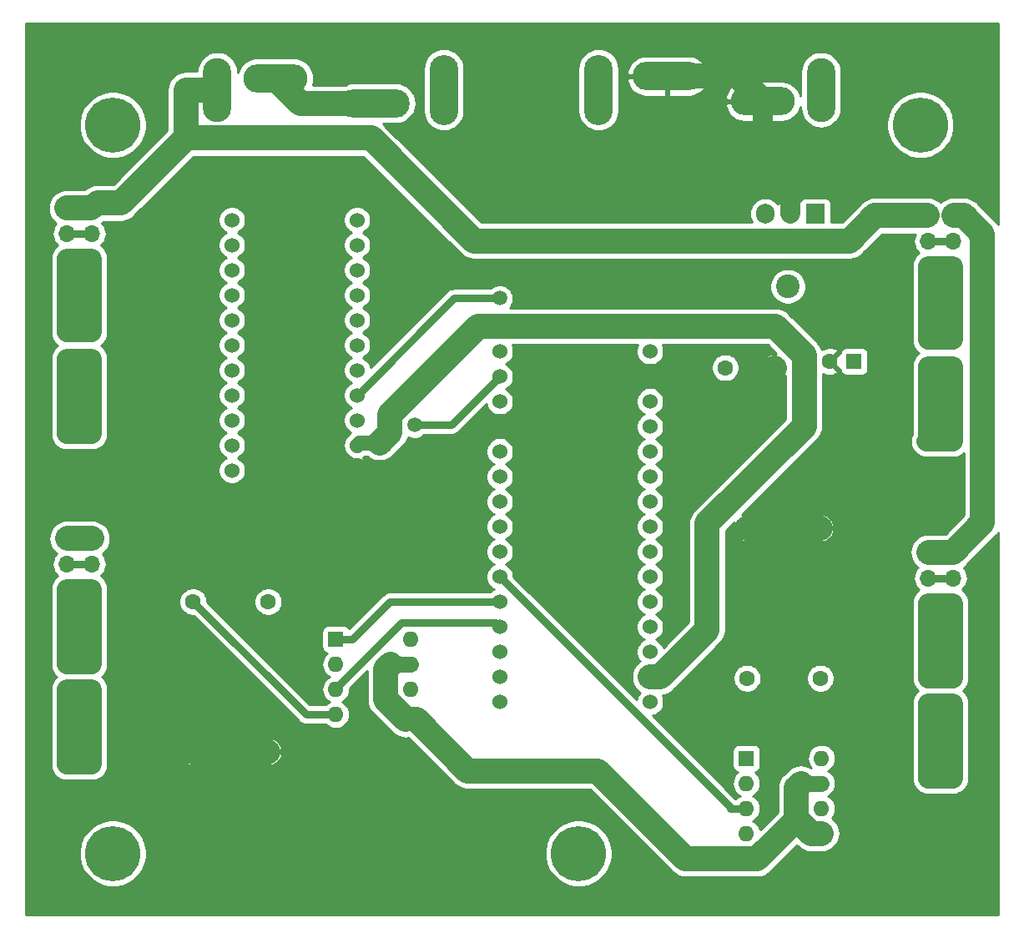
<source format=gbr>
G04 #@! TF.GenerationSoftware,KiCad,Pcbnew,(5.1.0)-1*
G04 #@! TF.CreationDate,2022-09-11T19:47:26+09:00*
G04 #@! TF.ProjectId,2022NHK_XBee_ver2,32303232-4e48-44b5-9f58-4265655f7665,rev?*
G04 #@! TF.SameCoordinates,Original*
G04 #@! TF.FileFunction,Copper,L1,Top*
G04 #@! TF.FilePolarity,Positive*
%FSLAX46Y46*%
G04 Gerber Fmt 4.6, Leading zero omitted, Abs format (unit mm)*
G04 Created by KiCad (PCBNEW (5.1.0)-1) date 2022-09-11 19:47:26*
%MOMM*%
%LPD*%
G04 APERTURE LIST*
%ADD10R,1.700000X1.700000*%
%ADD11O,1.700000X1.700000*%
%ADD12R,1.600000X1.600000*%
%ADD13C,1.600000*%
%ADD14C,5.600000*%
%ADD15C,2.400000*%
%ADD16C,1.524000*%
%ADD17O,6.500000X2.900000*%
%ADD18O,2.900000X6.500000*%
%ADD19O,7.100000X2.900000*%
%ADD20O,2.900000X7.100000*%
%ADD21O,1.600000X1.600000*%
%ADD22R,1.905000X2.000000*%
%ADD23O,1.905000X2.000000*%
%ADD24C,1.500000*%
%ADD25C,2.500000*%
%ADD26C,2.000000*%
%ADD27C,0.750000*%
%ADD28C,1.523800*%
%ADD29C,1.699800*%
%ADD30C,1.599800*%
%ADD31C,0.254000*%
G04 APERTURE END LIST*
D10*
X94742000Y-24003000D03*
D11*
X92202000Y-24003000D03*
X94742000Y-26543000D03*
X92202000Y-26543000D03*
X94742000Y-29083000D03*
X92202000Y-29083000D03*
X94742000Y-31623000D03*
X92202000Y-31623000D03*
X94742000Y-34163000D03*
X92202000Y-34163000D03*
X94742000Y-36703000D03*
X92202000Y-36703000D03*
X94742000Y-39243000D03*
X92202000Y-39243000D03*
X94742000Y-41783000D03*
X92202000Y-41783000D03*
X94742000Y-44323000D03*
X92202000Y-44323000D03*
X94742000Y-46863000D03*
X92202000Y-46863000D03*
D12*
X84709000Y-38735000D03*
D13*
X82209000Y-38735000D03*
X71628000Y-39370000D03*
X76628000Y-39370000D03*
D14*
X56769000Y-88646000D03*
X9525000Y-88646000D03*
X91440000Y-14732000D03*
X9525000Y-14732000D03*
D15*
X77987000Y-31137000D03*
D16*
X48768000Y-73279000D03*
X48768000Y-70739000D03*
X48768000Y-68199000D03*
X48768000Y-65659000D03*
X48768000Y-63119000D03*
X48768000Y-60579000D03*
X48768000Y-58039000D03*
X48768000Y-55499000D03*
X48768000Y-52959000D03*
X48768000Y-50419000D03*
X48768000Y-47879000D03*
X48768000Y-42799000D03*
X48768000Y-40259000D03*
X48768000Y-37719000D03*
X64008000Y-73279000D03*
X64008000Y-70739000D03*
X64008000Y-68199000D03*
X64008000Y-65659000D03*
X64008000Y-63119000D03*
X64008000Y-60579000D03*
X64008000Y-58039000D03*
X64008000Y-37719000D03*
X64008000Y-40259000D03*
X64008000Y-42799000D03*
X64008000Y-55499000D03*
X64008000Y-52959000D03*
X64008000Y-50419000D03*
X64008000Y-47879000D03*
X64008000Y-45339000D03*
X48768000Y-45339000D03*
D10*
X7366000Y-23241000D03*
D11*
X4826000Y-23241000D03*
X7366000Y-25781000D03*
X4826000Y-25781000D03*
X7366000Y-28321000D03*
X4826000Y-28321000D03*
X7366000Y-30861000D03*
X4826000Y-30861000D03*
X7366000Y-33401000D03*
X4826000Y-33401000D03*
X7366000Y-35941000D03*
X4826000Y-35941000D03*
X7366000Y-38481000D03*
X4826000Y-38481000D03*
X7366000Y-41021000D03*
X4826000Y-41021000D03*
X7366000Y-43561000D03*
X4826000Y-43561000D03*
X7366000Y-46101000D03*
X4826000Y-46101000D03*
X92202000Y-81026000D03*
X94742000Y-81026000D03*
X92202000Y-78486000D03*
X94742000Y-78486000D03*
X92202000Y-75946000D03*
X94742000Y-75946000D03*
X92202000Y-73406000D03*
X94742000Y-73406000D03*
X92202000Y-70866000D03*
X94742000Y-70866000D03*
X92202000Y-68326000D03*
X94742000Y-68326000D03*
X92202000Y-65786000D03*
X94742000Y-65786000D03*
X92202000Y-63246000D03*
X94742000Y-63246000D03*
X92202000Y-60706000D03*
X94742000Y-60706000D03*
X92202000Y-58166000D03*
D10*
X94742000Y-58166000D03*
D11*
X4826000Y-79629000D03*
X7366000Y-79629000D03*
X4826000Y-77089000D03*
X7366000Y-77089000D03*
X4826000Y-74549000D03*
X7366000Y-74549000D03*
X4826000Y-72009000D03*
X7366000Y-72009000D03*
X4826000Y-69469000D03*
X7366000Y-69469000D03*
X4826000Y-66929000D03*
X7366000Y-66929000D03*
X4826000Y-64389000D03*
X7366000Y-64389000D03*
X4826000Y-61849000D03*
X7366000Y-61849000D03*
X4826000Y-59309000D03*
X7366000Y-59309000D03*
X4826000Y-56769000D03*
D10*
X7366000Y-56769000D03*
D17*
X75460000Y-12351000D03*
D18*
X81360000Y-11176000D03*
X20113000Y-11176000D03*
D17*
X26013000Y-10001000D03*
D19*
X65770000Y-9801000D03*
D20*
X58770000Y-11176000D03*
X43084000Y-11176000D03*
D19*
X36084000Y-12551000D03*
D13*
X73857000Y-70876000D03*
D21*
X73857000Y-55636000D03*
X81280000Y-55636000D03*
D13*
X81280000Y-70876000D03*
X25267000Y-63109000D03*
D21*
X25267000Y-78349000D03*
X17653000Y-78349000D03*
D13*
X17653000Y-63109000D03*
D16*
X34290000Y-49784000D03*
X34290000Y-47244000D03*
X34290000Y-44704000D03*
X34290000Y-42164000D03*
X34290000Y-39624000D03*
X34290000Y-37084000D03*
X34290000Y-34544000D03*
X34290000Y-32004000D03*
X34290000Y-29464000D03*
X34290000Y-26924000D03*
X34290000Y-24384000D03*
X21590000Y-24384000D03*
X21590000Y-26924000D03*
X21590000Y-29464000D03*
X21590000Y-32004000D03*
X21590000Y-34544000D03*
X21590000Y-37084000D03*
X21590000Y-39624000D03*
X21590000Y-42164000D03*
X21590000Y-44704000D03*
X21590000Y-47244000D03*
X21590000Y-49784000D03*
D22*
X80772000Y-23749000D03*
D23*
X78232000Y-23749000D03*
X75692000Y-23749000D03*
D12*
X32131000Y-66929000D03*
D21*
X39751000Y-74549000D03*
X32131000Y-69469000D03*
X39751000Y-72009000D03*
X32131000Y-72009000D03*
X39751000Y-69469000D03*
X32131000Y-74549000D03*
X39751000Y-66929000D03*
D12*
X73787000Y-78994000D03*
D21*
X81407000Y-86614000D03*
X73787000Y-81534000D03*
X81407000Y-84074000D03*
X73787000Y-84074000D03*
X81407000Y-81534000D03*
X73787000Y-86614000D03*
X81407000Y-78994000D03*
D24*
X40136600Y-45179700D03*
X48768000Y-32330900D03*
D25*
X65770000Y-9801000D02*
X72910000Y-9801000D01*
X72910000Y-9801000D02*
X75460000Y-12351000D01*
X34290000Y-49784000D02*
X34506300Y-50000300D01*
X34506300Y-50000300D02*
X42725100Y-50000300D01*
X42725100Y-50000300D02*
X47386400Y-45339000D01*
X47386400Y-45339000D02*
X48768000Y-45339000D01*
X64008000Y-40259000D02*
X66200200Y-40259000D01*
X66200200Y-40259000D02*
X67861600Y-41920400D01*
X67861600Y-41920400D02*
X74077600Y-41920400D01*
X74077600Y-41920400D02*
X76628000Y-39370000D01*
X48768000Y-45339000D02*
X51493400Y-45339000D01*
X51493400Y-45339000D02*
X56573400Y-40259000D01*
X56573400Y-40259000D02*
X64008000Y-40259000D01*
X17653000Y-78349000D02*
X17653000Y-75798700D01*
X17653000Y-75798700D02*
X15093200Y-73238900D01*
X15093200Y-73238900D02*
X15093200Y-61977400D01*
X15093200Y-61977400D02*
X27286600Y-49784000D01*
X27286600Y-49784000D02*
X34290000Y-49784000D01*
X17653000Y-78349000D02*
X25267000Y-78349000D01*
X81280000Y-55636000D02*
X73857000Y-55636000D01*
D26*
X75460000Y-15801000D02*
X78232000Y-18573000D01*
X75460000Y-12351000D02*
X75460000Y-15801000D01*
X78232000Y-18573000D02*
X78232000Y-23749390D01*
D27*
X32131000Y-72009000D02*
X32131000Y-71896500D01*
X32131000Y-71896500D02*
X38819800Y-65207700D01*
X38819800Y-65207700D02*
X48316700Y-65207700D01*
X48316700Y-65207700D02*
X48768000Y-65659000D01*
X32131000Y-66929000D02*
X33806300Y-66929000D01*
X33806300Y-66929000D02*
X37616300Y-63119000D01*
X37616300Y-63119000D02*
X48768000Y-63119000D01*
X73787000Y-84074000D02*
X72111700Y-84074000D01*
X72111700Y-84074000D02*
X72111700Y-83922700D01*
X72111700Y-83922700D02*
X48768000Y-60579000D01*
X48768000Y-40259000D02*
X43847300Y-45179700D01*
X43847300Y-45179700D02*
X40136600Y-45179700D01*
X34290000Y-42164000D02*
X44123100Y-32330900D01*
X44123100Y-32330900D02*
X48768000Y-32330900D01*
D25*
X64008000Y-70739000D02*
X65028700Y-70739000D01*
X65028700Y-70739000D02*
X69803900Y-65963800D01*
X69803900Y-65963800D02*
X69803900Y-55163300D01*
X69803900Y-55163300D02*
X79643500Y-45323700D01*
X79643500Y-45323700D02*
X79643500Y-38122700D01*
X79643500Y-38122700D02*
X76702900Y-35182100D01*
X76702900Y-35182100D02*
X46598300Y-35182100D01*
X46598300Y-35182100D02*
X37636300Y-44144100D01*
X37636300Y-44144100D02*
X37636300Y-45936100D01*
X37636300Y-45936100D02*
X36572400Y-47000000D01*
D28*
X36572400Y-47000000D02*
X34534000Y-47000000D01*
X34534000Y-47000000D02*
X34290000Y-47244000D01*
D25*
X94742000Y-58105600D02*
X97742300Y-55105300D01*
X97742300Y-55105300D02*
X97742300Y-25855100D01*
X97742300Y-25855100D02*
X95829800Y-23942600D01*
X95829800Y-23942600D02*
X94802400Y-23942600D01*
X16912700Y-16084100D02*
X35711600Y-16084100D01*
X35711600Y-16084100D02*
X46126900Y-26499400D01*
X46126900Y-26499400D02*
X84248100Y-26499400D01*
X84248100Y-26499400D02*
X86804900Y-23942600D01*
X86804900Y-23942600D02*
X92141600Y-23942600D01*
X7934800Y-22672200D02*
X10324600Y-22672200D01*
X10324600Y-22672200D02*
X16912700Y-16084100D01*
X16912700Y-11176000D02*
X16912700Y-16084100D01*
D29*
X92141600Y-23942600D02*
X92202000Y-24003000D01*
X7366000Y-23241000D02*
X7305600Y-23180600D01*
D25*
X4826000Y-23180600D02*
X7305600Y-23180600D01*
D29*
X4826000Y-23180600D02*
X4826000Y-23241000D01*
X94802400Y-23942600D02*
X94742000Y-24003000D01*
D25*
X92262400Y-58105600D02*
X94742000Y-58105600D01*
D29*
X92202000Y-58166000D02*
X92262400Y-58105600D01*
X94742000Y-58105600D02*
X94742000Y-58166000D01*
X4826000Y-56769000D02*
X4886400Y-56708600D01*
D25*
X7366000Y-56708600D02*
X4886400Y-56708600D01*
D29*
X7366000Y-56708600D02*
X7366000Y-56769000D01*
D25*
X20113000Y-11176000D02*
X16912700Y-11176000D01*
D29*
X7934800Y-22672200D02*
X7366000Y-23241000D01*
D27*
X92202000Y-26543000D02*
X94742000Y-26543000D01*
X4826000Y-25781000D02*
X7366000Y-25781000D01*
X94742000Y-60706000D02*
X92202000Y-60706000D01*
X7366000Y-59309000D02*
X4826000Y-59309000D01*
D25*
X36084000Y-12551000D02*
X28563000Y-12551000D01*
X28563000Y-12551000D02*
X26013000Y-10001000D01*
D30*
X39217500Y-75082500D02*
X39751000Y-74549000D01*
D25*
X37658900Y-69469000D02*
X37176900Y-69951000D01*
X37176900Y-69951000D02*
X37176900Y-73041900D01*
X37176900Y-73041900D02*
X39217500Y-75082500D01*
D30*
X37658900Y-69469000D02*
X39751000Y-69469000D01*
D25*
X78879500Y-85181100D02*
X80322700Y-86624400D01*
X80322700Y-86624400D02*
X81396600Y-86624400D01*
X79314900Y-81534000D02*
X78832900Y-82016000D01*
X78832900Y-82016000D02*
X78832900Y-85134600D01*
X78832900Y-85134600D02*
X78879500Y-85181100D01*
X78879500Y-85181100D02*
X74879900Y-89180700D01*
X74879900Y-89180700D02*
X67595400Y-89180700D01*
X67595400Y-89180700D02*
X58697300Y-80282600D01*
X58697300Y-80282600D02*
X45484600Y-80282600D01*
X45484600Y-80282600D02*
X40284500Y-75082500D01*
D30*
X40284500Y-75082500D02*
X39751000Y-74549000D01*
X81396600Y-86624400D02*
X81407000Y-86614000D01*
X79314900Y-81534000D02*
X81407000Y-81534000D01*
D27*
X32131000Y-74549000D02*
X29093000Y-74549000D01*
X29093000Y-74549000D02*
X17653000Y-63109000D01*
D26*
X92202000Y-29083000D02*
X92202000Y-30285081D01*
X92202000Y-30285081D02*
X92202000Y-36553390D01*
X94742000Y-36553390D02*
X94742000Y-29083000D01*
X93472000Y-29083000D02*
X93472000Y-32893000D01*
X93472000Y-29083000D02*
X92202000Y-29083000D01*
X93703390Y-33124390D02*
X93703390Y-36553390D01*
X92202000Y-36553390D02*
X93703390Y-36553390D01*
X93472000Y-32893000D02*
X93703390Y-33124390D01*
X94742000Y-29083000D02*
X93472000Y-29083000D01*
X93703390Y-36553390D02*
X94742000Y-36553390D01*
X94742000Y-39243000D02*
X94742000Y-46863000D01*
X92075000Y-46863000D02*
X92202000Y-46736000D01*
X92202000Y-46736000D02*
X92202000Y-39243000D01*
X92202000Y-39243000D02*
X93472000Y-39243000D01*
X93472000Y-39243000D02*
X94742000Y-39243000D01*
X93345000Y-39370000D02*
X93472000Y-39243000D01*
X93345000Y-46863000D02*
X93345000Y-39370000D01*
X93345000Y-46863000D02*
X92075000Y-46863000D01*
X94742000Y-46863000D02*
X93345000Y-46863000D01*
X7366000Y-28321000D02*
X7366000Y-35791390D01*
X4826000Y-35791390D02*
X4826000Y-28321000D01*
X6096000Y-35687000D02*
X6200390Y-35791390D01*
X6096000Y-28321000D02*
X6096000Y-35687000D01*
X6200390Y-35791390D02*
X4826000Y-35791390D01*
X7366000Y-35791390D02*
X6200390Y-35791390D01*
X6096000Y-28321000D02*
X7366000Y-28321000D01*
X4826000Y-28321000D02*
X6096000Y-28321000D01*
X7366000Y-38481000D02*
X7366000Y-46101000D01*
X4826000Y-46101000D02*
X4826000Y-38481000D01*
X6096000Y-38481000D02*
X6096000Y-46101000D01*
X6096000Y-46101000D02*
X4826000Y-46101000D01*
X7366000Y-46101000D02*
X6096000Y-46101000D01*
X6096000Y-38481000D02*
X7366000Y-38481000D01*
X4826000Y-38481000D02*
X6096000Y-38481000D01*
X94742000Y-81026000D02*
X94742000Y-73406000D01*
X92202000Y-73406000D02*
X92202000Y-81026000D01*
X93345000Y-80772000D02*
X93599000Y-81026000D01*
X93345000Y-73406000D02*
X93345000Y-80772000D01*
X93599000Y-81026000D02*
X94742000Y-81026000D01*
X92202000Y-81026000D02*
X93599000Y-81026000D01*
X93345000Y-73406000D02*
X92202000Y-73406000D01*
X94742000Y-73406000D02*
X93345000Y-73406000D01*
X94742000Y-70866000D02*
X94742000Y-63246000D01*
X92202000Y-63246000D02*
X92202000Y-70866000D01*
X93472000Y-70866000D02*
X93472000Y-63246000D01*
X93472000Y-63246000D02*
X92202000Y-63246000D01*
X94742000Y-63246000D02*
X93472000Y-63246000D01*
X93472000Y-70866000D02*
X94742000Y-70866000D01*
X92202000Y-70866000D02*
X93472000Y-70866000D01*
X4826000Y-72009000D02*
X4826000Y-79629000D01*
X4826000Y-79629000D02*
X7366000Y-79629000D01*
X7366000Y-79629000D02*
X7366000Y-72009000D01*
X6096000Y-78359000D02*
X6604000Y-78867000D01*
X6096000Y-72009000D02*
X6096000Y-78359000D01*
X6096000Y-72009000D02*
X4826000Y-72009000D01*
X7366000Y-72009000D02*
X6096000Y-72009000D01*
X6604000Y-78867000D02*
X6604000Y-79502000D01*
X7366000Y-61849000D02*
X7366000Y-69469000D01*
X7366000Y-69469000D02*
X4953000Y-69469000D01*
X4826000Y-69469000D02*
X4826000Y-61849000D01*
X6096000Y-68199000D02*
X4826000Y-69469000D01*
X6096000Y-61849000D02*
X6096000Y-68199000D01*
X6096000Y-61849000D02*
X7366000Y-61849000D01*
X4826000Y-61849000D02*
X6096000Y-61849000D01*
D31*
G36*
X99340001Y-24845435D02*
G01*
X99317203Y-24802783D01*
X99081645Y-24515755D01*
X99009718Y-24456726D01*
X97228174Y-22675182D01*
X97169145Y-22603255D01*
X96882117Y-22367697D01*
X96554648Y-22192661D01*
X96199324Y-22084875D01*
X95922397Y-22057600D01*
X95922389Y-22057600D01*
X95829800Y-22048481D01*
X95737211Y-22057600D01*
X94709803Y-22057600D01*
X94432876Y-22084875D01*
X94077552Y-22192661D01*
X93750083Y-22367697D01*
X93472000Y-22595914D01*
X93193917Y-22367697D01*
X92866448Y-22192661D01*
X92511124Y-22084875D01*
X92234197Y-22057600D01*
X86897486Y-22057600D01*
X86804899Y-22048481D01*
X86712312Y-22057600D01*
X86712303Y-22057600D01*
X86435376Y-22084875D01*
X86080052Y-22192661D01*
X85752583Y-22367697D01*
X85736242Y-22381108D01*
X85537479Y-22544228D01*
X85537477Y-22544230D01*
X85465555Y-22603255D01*
X85406530Y-22675177D01*
X83467308Y-24614400D01*
X82362572Y-24614400D01*
X82362572Y-22749000D01*
X82350312Y-22624518D01*
X82314002Y-22504820D01*
X82255037Y-22394506D01*
X82175685Y-22297815D01*
X82078994Y-22218463D01*
X81968680Y-22159498D01*
X81848982Y-22123188D01*
X81724500Y-22110928D01*
X79819500Y-22110928D01*
X79695018Y-22123188D01*
X79575320Y-22159498D01*
X79465006Y-22218463D01*
X79368315Y-22297815D01*
X79288963Y-22394506D01*
X79239941Y-22486219D01*
X79098923Y-22373031D01*
X78823094Y-22229429D01*
X78604980Y-22158437D01*
X78359000Y-22278406D01*
X78359000Y-23622000D01*
X78379000Y-23622000D01*
X78379000Y-23876000D01*
X78359000Y-23876000D01*
X78359000Y-23896000D01*
X78105000Y-23896000D01*
X78105000Y-23876000D01*
X78085000Y-23876000D01*
X78085000Y-23622000D01*
X78105000Y-23622000D01*
X78105000Y-22278406D01*
X77859020Y-22158437D01*
X77640906Y-22229429D01*
X77365077Y-22373031D01*
X77122563Y-22567685D01*
X76967162Y-22752900D01*
X76819963Y-22573537D01*
X76578235Y-22375155D01*
X76302449Y-22227745D01*
X76003204Y-22136970D01*
X75692000Y-22106319D01*
X75380797Y-22136970D01*
X75081552Y-22227745D01*
X74805766Y-22375155D01*
X74564037Y-22573537D01*
X74365655Y-22815265D01*
X74218245Y-23091051D01*
X74127470Y-23390296D01*
X74104500Y-23623514D01*
X74104500Y-23874485D01*
X74127470Y-24107703D01*
X74218245Y-24406948D01*
X74329130Y-24614400D01*
X46907692Y-24614400D01*
X37109974Y-14816682D01*
X37050945Y-14744755D01*
X36918427Y-14636000D01*
X38286424Y-14636000D01*
X38592731Y-14605831D01*
X38985755Y-14486609D01*
X39347969Y-14293002D01*
X39665451Y-14032451D01*
X39926002Y-13714969D01*
X40105889Y-13378423D01*
X40999000Y-13378423D01*
X41029169Y-13684730D01*
X41148391Y-14077754D01*
X41341998Y-14439969D01*
X41602549Y-14757451D01*
X41920031Y-15018002D01*
X42282245Y-15211609D01*
X42675269Y-15330831D01*
X43084000Y-15371088D01*
X43492730Y-15330831D01*
X43885754Y-15211609D01*
X44247969Y-15018002D01*
X44565451Y-14757451D01*
X44826002Y-14439969D01*
X45019609Y-14077755D01*
X45138831Y-13684731D01*
X45169000Y-13378424D01*
X45169000Y-8973577D01*
X56685000Y-8973577D01*
X56685001Y-13378424D01*
X56715170Y-13684731D01*
X56834392Y-14077755D01*
X57027999Y-14439969D01*
X57288550Y-14757451D01*
X57606032Y-15018002D01*
X57968246Y-15211609D01*
X58361270Y-15330831D01*
X58770000Y-15371088D01*
X59178731Y-15330831D01*
X59571755Y-15211609D01*
X59933969Y-15018002D01*
X60251451Y-14757451D01*
X60512002Y-14439969D01*
X60705609Y-14077755D01*
X60824831Y-13684731D01*
X60855000Y-13378424D01*
X60855000Y-12801997D01*
X71624360Y-12801997D01*
X71685110Y-13031562D01*
X71855828Y-13403767D01*
X72095879Y-13735515D01*
X72396039Y-14014057D01*
X72744772Y-14228688D01*
X73128677Y-14371161D01*
X73533000Y-14436000D01*
X75333000Y-14436000D01*
X75333000Y-12478000D01*
X71737941Y-12478000D01*
X71624360Y-12801997D01*
X60855000Y-12801997D01*
X60855000Y-11900003D01*
X71624360Y-11900003D01*
X71737941Y-12224000D01*
X75333000Y-12224000D01*
X75333000Y-12204000D01*
X75587000Y-12204000D01*
X75587000Y-12224000D01*
X75607000Y-12224000D01*
X75607000Y-12478000D01*
X75587000Y-12478000D01*
X75587000Y-14436000D01*
X77387000Y-14436000D01*
X77791323Y-14371161D01*
X78175228Y-14228688D01*
X78523961Y-14014057D01*
X78824121Y-13735515D01*
X79064172Y-13403767D01*
X79234890Y-13031562D01*
X79275000Y-12879992D01*
X79275000Y-13078423D01*
X79305169Y-13384730D01*
X79424391Y-13777754D01*
X79617998Y-14139969D01*
X79878549Y-14457451D01*
X80196031Y-14718002D01*
X80558245Y-14911609D01*
X80951269Y-15030831D01*
X81360000Y-15071088D01*
X81768730Y-15030831D01*
X82161754Y-14911609D01*
X82523969Y-14718002D01*
X82841451Y-14457451D01*
X82893784Y-14393682D01*
X88005000Y-14393682D01*
X88005000Y-15070318D01*
X88137006Y-15733952D01*
X88395943Y-16359082D01*
X88771862Y-16921685D01*
X89250315Y-17400138D01*
X89812918Y-17776057D01*
X90438048Y-18034994D01*
X91101682Y-18167000D01*
X91778318Y-18167000D01*
X92441952Y-18034994D01*
X93067082Y-17776057D01*
X93629685Y-17400138D01*
X94108138Y-16921685D01*
X94484057Y-16359082D01*
X94742994Y-15733952D01*
X94875000Y-15070318D01*
X94875000Y-14393682D01*
X94742994Y-13730048D01*
X94484057Y-13104918D01*
X94108138Y-12542315D01*
X93629685Y-12063862D01*
X93067082Y-11687943D01*
X92441952Y-11429006D01*
X91778318Y-11297000D01*
X91101682Y-11297000D01*
X90438048Y-11429006D01*
X89812918Y-11687943D01*
X89250315Y-12063862D01*
X88771862Y-12542315D01*
X88395943Y-13104918D01*
X88137006Y-13730048D01*
X88005000Y-14393682D01*
X82893784Y-14393682D01*
X83102002Y-14139969D01*
X83295609Y-13777755D01*
X83414831Y-13384731D01*
X83445000Y-13078424D01*
X83445000Y-9273576D01*
X83414831Y-8967269D01*
X83295609Y-8574245D01*
X83102002Y-8212031D01*
X82841451Y-7894549D01*
X82523969Y-7633998D01*
X82161755Y-7440391D01*
X81768731Y-7321169D01*
X81360000Y-7280912D01*
X80951270Y-7321169D01*
X80558246Y-7440391D01*
X80196032Y-7633998D01*
X79878550Y-7894549D01*
X79617999Y-8212031D01*
X79424392Y-8574245D01*
X79305170Y-8967269D01*
X79275001Y-9273576D01*
X79275000Y-11822009D01*
X79234890Y-11670438D01*
X79064172Y-11298233D01*
X78824121Y-10966485D01*
X78523961Y-10687943D01*
X78175228Y-10473312D01*
X77791323Y-10330839D01*
X77387000Y-10266000D01*
X73533000Y-10266000D01*
X73128677Y-10330839D01*
X72744772Y-10473312D01*
X72396039Y-10687943D01*
X72095879Y-10966485D01*
X71855828Y-11298233D01*
X71685110Y-11670438D01*
X71624360Y-11900003D01*
X60855000Y-11900003D01*
X60855000Y-10251997D01*
X61634360Y-10251997D01*
X61695110Y-10481562D01*
X61865828Y-10853767D01*
X62105879Y-11185515D01*
X62406039Y-11464057D01*
X62754772Y-11678688D01*
X63138677Y-11821161D01*
X63543000Y-11886000D01*
X65643000Y-11886000D01*
X65643000Y-9928000D01*
X65897000Y-9928000D01*
X65897000Y-11886000D01*
X67997000Y-11886000D01*
X68401323Y-11821161D01*
X68785228Y-11678688D01*
X69133961Y-11464057D01*
X69434121Y-11185515D01*
X69674172Y-10853767D01*
X69844890Y-10481562D01*
X69905640Y-10251997D01*
X69792059Y-9928000D01*
X65897000Y-9928000D01*
X65643000Y-9928000D01*
X61747941Y-9928000D01*
X61634360Y-10251997D01*
X60855000Y-10251997D01*
X60855000Y-9350003D01*
X61634360Y-9350003D01*
X61747941Y-9674000D01*
X65643000Y-9674000D01*
X65643000Y-9654000D01*
X65897000Y-9654000D01*
X65897000Y-9674000D01*
X69792059Y-9674000D01*
X69905640Y-9350003D01*
X69844890Y-9120438D01*
X69674172Y-8748233D01*
X69434121Y-8416485D01*
X69133961Y-8137943D01*
X68785228Y-7923312D01*
X68401323Y-7780839D01*
X67997000Y-7716000D01*
X63543000Y-7716000D01*
X63138677Y-7780839D01*
X62754772Y-7923312D01*
X62406039Y-8137943D01*
X62105879Y-8416485D01*
X61865828Y-8748233D01*
X61695110Y-9120438D01*
X61634360Y-9350003D01*
X60855000Y-9350003D01*
X60855000Y-8973576D01*
X60824831Y-8667269D01*
X60705609Y-8274245D01*
X60512002Y-7912031D01*
X60251451Y-7594549D01*
X59933969Y-7333998D01*
X59571754Y-7140391D01*
X59178730Y-7021169D01*
X58770000Y-6980912D01*
X58361269Y-7021169D01*
X57968245Y-7140391D01*
X57606031Y-7333998D01*
X57288549Y-7594549D01*
X57027998Y-7912031D01*
X56834391Y-8274246D01*
X56715169Y-8667270D01*
X56685000Y-8973577D01*
X45169000Y-8973577D01*
X45169000Y-8973576D01*
X45138831Y-8667269D01*
X45019609Y-8274245D01*
X44826002Y-7912031D01*
X44565451Y-7594549D01*
X44247969Y-7333998D01*
X43885755Y-7140391D01*
X43492731Y-7021169D01*
X43084000Y-6980912D01*
X42675270Y-7021169D01*
X42282246Y-7140391D01*
X41920032Y-7333998D01*
X41602550Y-7594549D01*
X41341999Y-7912031D01*
X41148392Y-8274245D01*
X41029170Y-8667269D01*
X40999001Y-8973576D01*
X40999000Y-13378423D01*
X40105889Y-13378423D01*
X40119609Y-13352755D01*
X40238831Y-12959731D01*
X40279088Y-12551000D01*
X40238831Y-12142269D01*
X40119609Y-11749245D01*
X39926002Y-11387031D01*
X39665451Y-11069549D01*
X39347969Y-10808998D01*
X38985755Y-10615391D01*
X38592731Y-10496169D01*
X38286424Y-10466000D01*
X33881576Y-10466000D01*
X33575269Y-10496169D01*
X33182245Y-10615391D01*
X33087562Y-10666000D01*
X29790093Y-10666000D01*
X29867831Y-10409731D01*
X29908088Y-10001000D01*
X29867831Y-9592269D01*
X29748609Y-9199245D01*
X29555002Y-8837031D01*
X29294451Y-8519549D01*
X28976969Y-8258998D01*
X28614755Y-8065391D01*
X28221731Y-7946169D01*
X27915424Y-7916000D01*
X24110576Y-7916000D01*
X23804269Y-7946169D01*
X23411245Y-8065391D01*
X23049031Y-8258998D01*
X22731549Y-8519549D01*
X22470998Y-8837031D01*
X22277391Y-9199245D01*
X22198000Y-9460963D01*
X22198000Y-9273576D01*
X22167831Y-8967269D01*
X22048609Y-8574245D01*
X21855002Y-8212031D01*
X21594451Y-7894549D01*
X21276969Y-7633998D01*
X20914754Y-7440391D01*
X20521730Y-7321169D01*
X20113000Y-7280912D01*
X19704269Y-7321169D01*
X19311245Y-7440391D01*
X18949031Y-7633998D01*
X18631549Y-7894549D01*
X18370998Y-8212031D01*
X18177391Y-8574246D01*
X18058169Y-8967270D01*
X18028000Y-9273577D01*
X18028000Y-9291000D01*
X17005297Y-9291000D01*
X16912700Y-9281880D01*
X16820103Y-9291000D01*
X16543176Y-9318275D01*
X16187852Y-9426061D01*
X15860383Y-9601097D01*
X15573355Y-9836655D01*
X15337797Y-10123683D01*
X15162761Y-10451152D01*
X15054975Y-10806476D01*
X15018580Y-11176000D01*
X15027700Y-11268597D01*
X15027701Y-15303307D01*
X9543808Y-20787200D01*
X7842203Y-20787200D01*
X7565276Y-20814475D01*
X7209952Y-20922261D01*
X6882483Y-21097297D01*
X6640850Y-21295600D01*
X4733403Y-21295600D01*
X4456476Y-21322875D01*
X4101152Y-21430661D01*
X3773683Y-21605697D01*
X3486655Y-21841255D01*
X3251097Y-22128283D01*
X3076061Y-22455752D01*
X2968275Y-22811076D01*
X2931880Y-23180600D01*
X2968275Y-23550124D01*
X3076061Y-23905448D01*
X3251097Y-24232917D01*
X3486655Y-24519945D01*
X3757466Y-24742194D01*
X3585294Y-24951986D01*
X3447401Y-25209966D01*
X3362487Y-25489889D01*
X3333815Y-25781000D01*
X3362487Y-26072111D01*
X3447401Y-26352034D01*
X3585294Y-26610014D01*
X3770866Y-26836134D01*
X3914713Y-26954186D01*
X3913248Y-26954969D01*
X3664286Y-27159286D01*
X3459969Y-27408248D01*
X3308148Y-27692285D01*
X3214657Y-28000484D01*
X3183089Y-28321000D01*
X3191001Y-28401332D01*
X3191000Y-35711068D01*
X3183089Y-35791390D01*
X3214657Y-36111906D01*
X3308148Y-36420105D01*
X3459969Y-36704142D01*
X3658791Y-36946408D01*
X3664286Y-36953104D01*
X3887384Y-37136195D01*
X3664286Y-37319286D01*
X3459969Y-37568248D01*
X3308148Y-37852285D01*
X3214657Y-38160484D01*
X3183089Y-38481000D01*
X3191001Y-38561332D01*
X3191000Y-46020678D01*
X3183089Y-46101000D01*
X3214657Y-46421516D01*
X3308148Y-46729715D01*
X3459969Y-47013752D01*
X3599290Y-47183516D01*
X3664286Y-47262714D01*
X3913248Y-47467031D01*
X4197285Y-47618852D01*
X4505484Y-47712343D01*
X4826000Y-47743911D01*
X4906322Y-47736000D01*
X6015678Y-47736000D01*
X6096000Y-47743911D01*
X6176322Y-47736000D01*
X7285678Y-47736000D01*
X7366000Y-47743911D01*
X7686516Y-47712343D01*
X7994715Y-47618852D01*
X8278752Y-47467031D01*
X8527714Y-47262714D01*
X8732031Y-47013752D01*
X8883852Y-46729715D01*
X8977343Y-46421516D01*
X9001000Y-46181322D01*
X9001000Y-46181321D01*
X9008911Y-46101000D01*
X9001000Y-46020678D01*
X9001000Y-38561322D01*
X9008911Y-38481000D01*
X8977343Y-38160484D01*
X8883852Y-37852285D01*
X8732031Y-37568248D01*
X8527714Y-37319286D01*
X8304616Y-37136195D01*
X8527714Y-36953104D01*
X8732031Y-36704142D01*
X8883852Y-36420105D01*
X8977343Y-36111906D01*
X9001000Y-35871712D01*
X9001000Y-35871711D01*
X9008911Y-35791390D01*
X9001000Y-35711068D01*
X9001000Y-28401322D01*
X9008911Y-28321000D01*
X8977343Y-28000484D01*
X8883852Y-27692285D01*
X8732031Y-27408248D01*
X8527714Y-27159286D01*
X8278752Y-26954969D01*
X8277287Y-26954186D01*
X8421134Y-26836134D01*
X8606706Y-26610014D01*
X8744599Y-26352034D01*
X8829513Y-26072111D01*
X8858185Y-25781000D01*
X8829513Y-25489889D01*
X8744599Y-25209966D01*
X8606706Y-24951986D01*
X8421134Y-24725866D01*
X8407582Y-24714744D01*
X8442930Y-24685735D01*
X8460180Y-24680502D01*
X8570494Y-24621537D01*
X8648889Y-24557200D01*
X10232011Y-24557200D01*
X10324600Y-24566319D01*
X10417189Y-24557200D01*
X10417197Y-24557200D01*
X10694124Y-24529925D01*
X11049448Y-24422139D01*
X11376917Y-24247103D01*
X11377763Y-24246408D01*
X20193000Y-24246408D01*
X20193000Y-24521592D01*
X20246686Y-24791490D01*
X20351995Y-25045727D01*
X20504880Y-25274535D01*
X20699465Y-25469120D01*
X20928273Y-25622005D01*
X21005515Y-25654000D01*
X20928273Y-25685995D01*
X20699465Y-25838880D01*
X20504880Y-26033465D01*
X20351995Y-26262273D01*
X20246686Y-26516510D01*
X20193000Y-26786408D01*
X20193000Y-27061592D01*
X20246686Y-27331490D01*
X20351995Y-27585727D01*
X20504880Y-27814535D01*
X20699465Y-28009120D01*
X20928273Y-28162005D01*
X21005515Y-28194000D01*
X20928273Y-28225995D01*
X20699465Y-28378880D01*
X20504880Y-28573465D01*
X20351995Y-28802273D01*
X20246686Y-29056510D01*
X20193000Y-29326408D01*
X20193000Y-29601592D01*
X20246686Y-29871490D01*
X20351995Y-30125727D01*
X20504880Y-30354535D01*
X20699465Y-30549120D01*
X20928273Y-30702005D01*
X21005515Y-30734000D01*
X20928273Y-30765995D01*
X20699465Y-30918880D01*
X20504880Y-31113465D01*
X20351995Y-31342273D01*
X20246686Y-31596510D01*
X20193000Y-31866408D01*
X20193000Y-32141592D01*
X20246686Y-32411490D01*
X20351995Y-32665727D01*
X20504880Y-32894535D01*
X20699465Y-33089120D01*
X20928273Y-33242005D01*
X21005515Y-33274000D01*
X20928273Y-33305995D01*
X20699465Y-33458880D01*
X20504880Y-33653465D01*
X20351995Y-33882273D01*
X20246686Y-34136510D01*
X20193000Y-34406408D01*
X20193000Y-34681592D01*
X20246686Y-34951490D01*
X20351995Y-35205727D01*
X20504880Y-35434535D01*
X20699465Y-35629120D01*
X20928273Y-35782005D01*
X21005515Y-35814000D01*
X20928273Y-35845995D01*
X20699465Y-35998880D01*
X20504880Y-36193465D01*
X20351995Y-36422273D01*
X20246686Y-36676510D01*
X20193000Y-36946408D01*
X20193000Y-37221592D01*
X20246686Y-37491490D01*
X20351995Y-37745727D01*
X20504880Y-37974535D01*
X20699465Y-38169120D01*
X20928273Y-38322005D01*
X21005515Y-38354000D01*
X20928273Y-38385995D01*
X20699465Y-38538880D01*
X20504880Y-38733465D01*
X20351995Y-38962273D01*
X20246686Y-39216510D01*
X20193000Y-39486408D01*
X20193000Y-39761592D01*
X20246686Y-40031490D01*
X20351995Y-40285727D01*
X20504880Y-40514535D01*
X20699465Y-40709120D01*
X20928273Y-40862005D01*
X21005515Y-40894000D01*
X20928273Y-40925995D01*
X20699465Y-41078880D01*
X20504880Y-41273465D01*
X20351995Y-41502273D01*
X20246686Y-41756510D01*
X20193000Y-42026408D01*
X20193000Y-42301592D01*
X20246686Y-42571490D01*
X20351995Y-42825727D01*
X20504880Y-43054535D01*
X20699465Y-43249120D01*
X20928273Y-43402005D01*
X21005515Y-43434000D01*
X20928273Y-43465995D01*
X20699465Y-43618880D01*
X20504880Y-43813465D01*
X20351995Y-44042273D01*
X20246686Y-44296510D01*
X20193000Y-44566408D01*
X20193000Y-44841592D01*
X20246686Y-45111490D01*
X20351995Y-45365727D01*
X20504880Y-45594535D01*
X20699465Y-45789120D01*
X20928273Y-45942005D01*
X21005515Y-45974000D01*
X20928273Y-46005995D01*
X20699465Y-46158880D01*
X20504880Y-46353465D01*
X20351995Y-46582273D01*
X20246686Y-46836510D01*
X20193000Y-47106408D01*
X20193000Y-47381592D01*
X20246686Y-47651490D01*
X20351995Y-47905727D01*
X20504880Y-48134535D01*
X20699465Y-48329120D01*
X20928273Y-48482005D01*
X21005515Y-48514000D01*
X20928273Y-48545995D01*
X20699465Y-48698880D01*
X20504880Y-48893465D01*
X20351995Y-49122273D01*
X20246686Y-49376510D01*
X20193000Y-49646408D01*
X20193000Y-49921592D01*
X20246686Y-50191490D01*
X20351995Y-50445727D01*
X20504880Y-50674535D01*
X20699465Y-50869120D01*
X20928273Y-51022005D01*
X21182510Y-51127314D01*
X21452408Y-51181000D01*
X21727592Y-51181000D01*
X21997490Y-51127314D01*
X22251727Y-51022005D01*
X22480535Y-50869120D01*
X22600090Y-50749565D01*
X33504040Y-50749565D01*
X33571020Y-50989656D01*
X33820048Y-51106756D01*
X34087135Y-51173023D01*
X34362017Y-51185910D01*
X34634133Y-51144922D01*
X34893023Y-51051636D01*
X35008980Y-50989656D01*
X35075960Y-50749565D01*
X34290000Y-49963605D01*
X33504040Y-50749565D01*
X22600090Y-50749565D01*
X22675120Y-50674535D01*
X22828005Y-50445727D01*
X22933314Y-50191490D01*
X22987000Y-49921592D01*
X22987000Y-49856017D01*
X32888090Y-49856017D01*
X32929078Y-50128133D01*
X33022364Y-50387023D01*
X33084344Y-50502980D01*
X33324435Y-50569960D01*
X34110395Y-49784000D01*
X34469605Y-49784000D01*
X35255565Y-50569960D01*
X35495656Y-50502980D01*
X35612756Y-50253952D01*
X35679023Y-49986865D01*
X35691910Y-49711983D01*
X35650922Y-49439867D01*
X35557636Y-49180977D01*
X35495656Y-49065020D01*
X35255565Y-48998040D01*
X34469605Y-49784000D01*
X34110395Y-49784000D01*
X33324435Y-48998040D01*
X33084344Y-49065020D01*
X32967244Y-49314048D01*
X32900977Y-49581135D01*
X32888090Y-49856017D01*
X22987000Y-49856017D01*
X22987000Y-49646408D01*
X22933314Y-49376510D01*
X22828005Y-49122273D01*
X22675120Y-48893465D01*
X22480535Y-48698880D01*
X22251727Y-48545995D01*
X22174485Y-48514000D01*
X22251727Y-48482005D01*
X22480535Y-48329120D01*
X22675120Y-48134535D01*
X22828005Y-47905727D01*
X22933314Y-47651490D01*
X22987000Y-47381592D01*
X22987000Y-47106408D01*
X22933314Y-46836510D01*
X22828005Y-46582273D01*
X22675120Y-46353465D01*
X22480535Y-46158880D01*
X22251727Y-46005995D01*
X22174485Y-45974000D01*
X22251727Y-45942005D01*
X22480535Y-45789120D01*
X22675120Y-45594535D01*
X22828005Y-45365727D01*
X22933314Y-45111490D01*
X22987000Y-44841592D01*
X22987000Y-44566408D01*
X22933314Y-44296510D01*
X22828005Y-44042273D01*
X22675120Y-43813465D01*
X22480535Y-43618880D01*
X22251727Y-43465995D01*
X22174485Y-43434000D01*
X22251727Y-43402005D01*
X22480535Y-43249120D01*
X22675120Y-43054535D01*
X22828005Y-42825727D01*
X22933314Y-42571490D01*
X22987000Y-42301592D01*
X22987000Y-42026408D01*
X22933314Y-41756510D01*
X22828005Y-41502273D01*
X22675120Y-41273465D01*
X22480535Y-41078880D01*
X22251727Y-40925995D01*
X22174485Y-40894000D01*
X22251727Y-40862005D01*
X22480535Y-40709120D01*
X22675120Y-40514535D01*
X22828005Y-40285727D01*
X22933314Y-40031490D01*
X22987000Y-39761592D01*
X22987000Y-39486408D01*
X22933314Y-39216510D01*
X22828005Y-38962273D01*
X22675120Y-38733465D01*
X22480535Y-38538880D01*
X22251727Y-38385995D01*
X22174485Y-38354000D01*
X22251727Y-38322005D01*
X22480535Y-38169120D01*
X22675120Y-37974535D01*
X22828005Y-37745727D01*
X22933314Y-37491490D01*
X22987000Y-37221592D01*
X22987000Y-36946408D01*
X22933314Y-36676510D01*
X22828005Y-36422273D01*
X22675120Y-36193465D01*
X22480535Y-35998880D01*
X22251727Y-35845995D01*
X22174485Y-35814000D01*
X22251727Y-35782005D01*
X22480535Y-35629120D01*
X22675120Y-35434535D01*
X22828005Y-35205727D01*
X22933314Y-34951490D01*
X22987000Y-34681592D01*
X22987000Y-34406408D01*
X22933314Y-34136510D01*
X22828005Y-33882273D01*
X22675120Y-33653465D01*
X22480535Y-33458880D01*
X22251727Y-33305995D01*
X22174485Y-33274000D01*
X22251727Y-33242005D01*
X22480535Y-33089120D01*
X22675120Y-32894535D01*
X22828005Y-32665727D01*
X22933314Y-32411490D01*
X22987000Y-32141592D01*
X22987000Y-31866408D01*
X22933314Y-31596510D01*
X22828005Y-31342273D01*
X22675120Y-31113465D01*
X22480535Y-30918880D01*
X22251727Y-30765995D01*
X22174485Y-30734000D01*
X22251727Y-30702005D01*
X22480535Y-30549120D01*
X22675120Y-30354535D01*
X22828005Y-30125727D01*
X22933314Y-29871490D01*
X22987000Y-29601592D01*
X22987000Y-29326408D01*
X22933314Y-29056510D01*
X22828005Y-28802273D01*
X22675120Y-28573465D01*
X22480535Y-28378880D01*
X22251727Y-28225995D01*
X22174485Y-28194000D01*
X22251727Y-28162005D01*
X22480535Y-28009120D01*
X22675120Y-27814535D01*
X22828005Y-27585727D01*
X22933314Y-27331490D01*
X22987000Y-27061592D01*
X22987000Y-26786408D01*
X22933314Y-26516510D01*
X22828005Y-26262273D01*
X22675120Y-26033465D01*
X22480535Y-25838880D01*
X22251727Y-25685995D01*
X22174485Y-25654000D01*
X22251727Y-25622005D01*
X22480535Y-25469120D01*
X22675120Y-25274535D01*
X22828005Y-25045727D01*
X22933314Y-24791490D01*
X22987000Y-24521592D01*
X22987000Y-24246408D01*
X22933314Y-23976510D01*
X22828005Y-23722273D01*
X22675120Y-23493465D01*
X22480535Y-23298880D01*
X22251727Y-23145995D01*
X21997490Y-23040686D01*
X21727592Y-22987000D01*
X21452408Y-22987000D01*
X21182510Y-23040686D01*
X20928273Y-23145995D01*
X20699465Y-23298880D01*
X20504880Y-23493465D01*
X20351995Y-23722273D01*
X20246686Y-23976510D01*
X20193000Y-24246408D01*
X11377763Y-24246408D01*
X11663945Y-24011545D01*
X11722974Y-23939618D01*
X17693492Y-17969100D01*
X34930808Y-17969100D01*
X44728526Y-27766818D01*
X44787555Y-27838745D01*
X45065684Y-28067000D01*
X45074583Y-28074303D01*
X45402051Y-28249339D01*
X45757376Y-28357125D01*
X46126900Y-28393520D01*
X46219497Y-28384400D01*
X84155511Y-28384400D01*
X84248100Y-28393519D01*
X84340689Y-28384400D01*
X84340697Y-28384400D01*
X84617624Y-28357125D01*
X84972948Y-28249339D01*
X85300417Y-28074303D01*
X85587445Y-27838745D01*
X85646474Y-27766818D01*
X87585693Y-25827600D01*
X90900566Y-25827600D01*
X90823401Y-25971966D01*
X90738487Y-26251889D01*
X90709815Y-26543000D01*
X90738487Y-26834111D01*
X90823401Y-27114034D01*
X90961294Y-27372014D01*
X91146866Y-27598134D01*
X91290713Y-27716186D01*
X91289248Y-27716969D01*
X91040286Y-27921286D01*
X90835969Y-28170248D01*
X90684148Y-28454285D01*
X90590657Y-28762484D01*
X90559089Y-29083000D01*
X90567000Y-29163322D01*
X90567000Y-30204760D01*
X90567001Y-36473058D01*
X90559089Y-36553390D01*
X90590657Y-36873906D01*
X90684148Y-37182105D01*
X90835969Y-37466142D01*
X91040286Y-37715104D01*
X91263384Y-37898195D01*
X91040286Y-38081286D01*
X90835969Y-38330248D01*
X90684148Y-38614285D01*
X90590657Y-38922484D01*
X90559089Y-39243000D01*
X90567001Y-39323332D01*
X90567000Y-46215853D01*
X90557148Y-46234285D01*
X90463657Y-46542484D01*
X90432089Y-46863000D01*
X90463657Y-47183516D01*
X90557148Y-47491715D01*
X90708969Y-47775752D01*
X90913286Y-48024714D01*
X91162248Y-48229031D01*
X91446285Y-48380852D01*
X91754484Y-48474343D01*
X91994678Y-48498000D01*
X91994681Y-48498000D01*
X92075000Y-48505911D01*
X92155319Y-48498000D01*
X93264678Y-48498000D01*
X93345000Y-48505911D01*
X93425322Y-48498000D01*
X94661678Y-48498000D01*
X94742000Y-48505911D01*
X95062516Y-48474343D01*
X95370715Y-48380852D01*
X95654752Y-48229031D01*
X95857300Y-48062805D01*
X95857300Y-54324507D01*
X93961208Y-56220600D01*
X92169803Y-56220600D01*
X91892876Y-56247875D01*
X91537552Y-56355661D01*
X91210083Y-56530697D01*
X90923055Y-56766255D01*
X90687497Y-57053283D01*
X90512461Y-57380752D01*
X90404675Y-57736076D01*
X90368280Y-58105600D01*
X90404675Y-58475124D01*
X90512461Y-58830448D01*
X90687497Y-59157917D01*
X90923055Y-59444945D01*
X91160418Y-59639744D01*
X91146866Y-59650866D01*
X90961294Y-59876986D01*
X90823401Y-60134966D01*
X90738487Y-60414889D01*
X90709815Y-60706000D01*
X90738487Y-60997111D01*
X90823401Y-61277034D01*
X90961294Y-61535014D01*
X91146866Y-61761134D01*
X91290713Y-61879186D01*
X91289248Y-61879969D01*
X91040286Y-62084286D01*
X90835969Y-62333248D01*
X90684148Y-62617285D01*
X90590657Y-62925484D01*
X90559089Y-63246000D01*
X90567000Y-63326322D01*
X90567001Y-70785668D01*
X90559089Y-70866000D01*
X90590657Y-71186516D01*
X90684148Y-71494715D01*
X90835969Y-71778752D01*
X91040286Y-72027714D01*
X91172233Y-72136000D01*
X91040286Y-72244286D01*
X90835969Y-72493248D01*
X90684148Y-72777285D01*
X90590657Y-73085484D01*
X90559089Y-73406000D01*
X90567000Y-73486322D01*
X90567001Y-80945668D01*
X90559089Y-81026000D01*
X90590657Y-81346516D01*
X90684148Y-81654715D01*
X90835969Y-81938752D01*
X91040286Y-82187714D01*
X91289248Y-82392031D01*
X91573285Y-82543852D01*
X91881484Y-82637343D01*
X92121678Y-82661000D01*
X92202000Y-82668911D01*
X92282322Y-82661000D01*
X93518680Y-82661000D01*
X93598999Y-82668911D01*
X93679319Y-82661000D01*
X94661678Y-82661000D01*
X94742000Y-82668911D01*
X94822322Y-82661000D01*
X95062516Y-82637343D01*
X95370715Y-82543852D01*
X95654752Y-82392031D01*
X95903714Y-82187714D01*
X96108031Y-81938752D01*
X96259852Y-81654715D01*
X96353343Y-81346516D01*
X96384911Y-81026000D01*
X96377000Y-80945678D01*
X96377000Y-73486322D01*
X96384911Y-73406000D01*
X96366288Y-73216912D01*
X96353343Y-73085484D01*
X96259852Y-72777285D01*
X96108031Y-72493248D01*
X95903714Y-72244286D01*
X95771767Y-72136000D01*
X95903714Y-72027714D01*
X96108031Y-71778752D01*
X96259852Y-71494715D01*
X96353343Y-71186516D01*
X96384911Y-70866000D01*
X96377000Y-70785678D01*
X96377000Y-63326322D01*
X96384911Y-63246000D01*
X96353343Y-62925484D01*
X96259852Y-62617285D01*
X96108031Y-62333248D01*
X95903714Y-62084286D01*
X95654752Y-61879969D01*
X95653287Y-61879186D01*
X95797134Y-61761134D01*
X95982706Y-61535014D01*
X96120599Y-61277034D01*
X96205513Y-60997111D01*
X96234185Y-60706000D01*
X96205513Y-60414889D01*
X96120599Y-60134966D01*
X95982706Y-59876986D01*
X95810534Y-59667194D01*
X96081345Y-59444945D01*
X96140374Y-59373018D01*
X99009723Y-56503670D01*
X99081645Y-56444645D01*
X99154673Y-56355661D01*
X99195164Y-56306321D01*
X99317203Y-56157617D01*
X99340000Y-56114966D01*
X99340000Y-94844000D01*
X660000Y-94844000D01*
X660000Y-88307682D01*
X6090000Y-88307682D01*
X6090000Y-88984318D01*
X6222006Y-89647952D01*
X6480943Y-90273082D01*
X6856862Y-90835685D01*
X7335315Y-91314138D01*
X7897918Y-91690057D01*
X8523048Y-91948994D01*
X9186682Y-92081000D01*
X9863318Y-92081000D01*
X10526952Y-91948994D01*
X11152082Y-91690057D01*
X11714685Y-91314138D01*
X12193138Y-90835685D01*
X12569057Y-90273082D01*
X12827994Y-89647952D01*
X12960000Y-88984318D01*
X12960000Y-88307682D01*
X53334000Y-88307682D01*
X53334000Y-88984318D01*
X53466006Y-89647952D01*
X53724943Y-90273082D01*
X54100862Y-90835685D01*
X54579315Y-91314138D01*
X55141918Y-91690057D01*
X55767048Y-91948994D01*
X56430682Y-92081000D01*
X57107318Y-92081000D01*
X57770952Y-91948994D01*
X58396082Y-91690057D01*
X58958685Y-91314138D01*
X59437138Y-90835685D01*
X59813057Y-90273082D01*
X60071994Y-89647952D01*
X60204000Y-88984318D01*
X60204000Y-88307682D01*
X60071994Y-87644048D01*
X59813057Y-87018918D01*
X59437138Y-86456315D01*
X58958685Y-85977862D01*
X58396082Y-85601943D01*
X57770952Y-85343006D01*
X57107318Y-85211000D01*
X56430682Y-85211000D01*
X55767048Y-85343006D01*
X55141918Y-85601943D01*
X54579315Y-85977862D01*
X54100862Y-86456315D01*
X53724943Y-87018918D01*
X53466006Y-87644048D01*
X53334000Y-88307682D01*
X12960000Y-88307682D01*
X12827994Y-87644048D01*
X12569057Y-87018918D01*
X12193138Y-86456315D01*
X11714685Y-85977862D01*
X11152082Y-85601943D01*
X10526952Y-85343006D01*
X9863318Y-85211000D01*
X9186682Y-85211000D01*
X8523048Y-85343006D01*
X7897918Y-85601943D01*
X7335315Y-85977862D01*
X6856862Y-86456315D01*
X6480943Y-87018918D01*
X6222006Y-87644048D01*
X6090000Y-88307682D01*
X660000Y-88307682D01*
X660000Y-56708600D01*
X2992280Y-56708600D01*
X3028675Y-57078124D01*
X3136461Y-57433448D01*
X3311497Y-57760917D01*
X3547055Y-58047945D01*
X3784418Y-58242744D01*
X3770866Y-58253866D01*
X3585294Y-58479986D01*
X3447401Y-58737966D01*
X3362487Y-59017889D01*
X3333815Y-59309000D01*
X3362487Y-59600111D01*
X3447401Y-59880034D01*
X3585294Y-60138014D01*
X3770866Y-60364134D01*
X3914713Y-60482186D01*
X3913248Y-60482969D01*
X3664286Y-60687286D01*
X3459969Y-60936248D01*
X3308148Y-61220285D01*
X3214657Y-61528484D01*
X3183089Y-61849000D01*
X3191001Y-61929332D01*
X3191000Y-69388680D01*
X3183089Y-69469000D01*
X3191000Y-69549319D01*
X3191000Y-69549321D01*
X3214657Y-69789515D01*
X3308148Y-70097714D01*
X3459969Y-70381751D01*
X3664286Y-70630714D01*
X3796233Y-70739000D01*
X3664286Y-70847286D01*
X3459969Y-71096248D01*
X3308148Y-71380285D01*
X3214657Y-71688484D01*
X3183089Y-72009000D01*
X3191000Y-72089322D01*
X3191001Y-79548668D01*
X3183089Y-79629000D01*
X3214657Y-79949516D01*
X3308148Y-80257715D01*
X3459969Y-80541752D01*
X3664286Y-80790714D01*
X3913248Y-80995031D01*
X4197285Y-81146852D01*
X4505484Y-81240343D01*
X4745678Y-81264000D01*
X4826000Y-81271911D01*
X4906322Y-81264000D01*
X7285678Y-81264000D01*
X7366000Y-81271911D01*
X7446322Y-81264000D01*
X7686516Y-81240343D01*
X7994715Y-81146852D01*
X8278752Y-80995031D01*
X8527714Y-80790714D01*
X8732031Y-80541752D01*
X8883852Y-80257715D01*
X8977343Y-79949516D01*
X9008911Y-79629000D01*
X9001000Y-79548678D01*
X9001000Y-78698040D01*
X16261091Y-78698040D01*
X16355930Y-78962881D01*
X16500615Y-79204131D01*
X16689586Y-79412519D01*
X16915580Y-79580037D01*
X17169913Y-79700246D01*
X17303961Y-79740904D01*
X17526000Y-79618915D01*
X17526000Y-78476000D01*
X17780000Y-78476000D01*
X17780000Y-79618915D01*
X18002039Y-79740904D01*
X18136087Y-79700246D01*
X18390420Y-79580037D01*
X18616414Y-79412519D01*
X18805385Y-79204131D01*
X18950070Y-78962881D01*
X19044909Y-78698040D01*
X23875091Y-78698040D01*
X23969930Y-78962881D01*
X24114615Y-79204131D01*
X24303586Y-79412519D01*
X24529580Y-79580037D01*
X24783913Y-79700246D01*
X24917961Y-79740904D01*
X25140000Y-79618915D01*
X25140000Y-78476000D01*
X25394000Y-78476000D01*
X25394000Y-79618915D01*
X25616039Y-79740904D01*
X25750087Y-79700246D01*
X26004420Y-79580037D01*
X26230414Y-79412519D01*
X26419385Y-79204131D01*
X26564070Y-78962881D01*
X26658909Y-78698040D01*
X26537624Y-78476000D01*
X25394000Y-78476000D01*
X25140000Y-78476000D01*
X23996376Y-78476000D01*
X23875091Y-78698040D01*
X19044909Y-78698040D01*
X18923624Y-78476000D01*
X17780000Y-78476000D01*
X17526000Y-78476000D01*
X16382376Y-78476000D01*
X16261091Y-78698040D01*
X9001000Y-78698040D01*
X9001000Y-77999960D01*
X16261091Y-77999960D01*
X16382376Y-78222000D01*
X17526000Y-78222000D01*
X17526000Y-77079085D01*
X17780000Y-77079085D01*
X17780000Y-78222000D01*
X18923624Y-78222000D01*
X19044909Y-77999960D01*
X23875091Y-77999960D01*
X23996376Y-78222000D01*
X25140000Y-78222000D01*
X25140000Y-77079085D01*
X25394000Y-77079085D01*
X25394000Y-78222000D01*
X26537624Y-78222000D01*
X26658909Y-77999960D01*
X26564070Y-77735119D01*
X26419385Y-77493869D01*
X26230414Y-77285481D01*
X26004420Y-77117963D01*
X25750087Y-76997754D01*
X25616039Y-76957096D01*
X25394000Y-77079085D01*
X25140000Y-77079085D01*
X24917961Y-76957096D01*
X24783913Y-76997754D01*
X24529580Y-77117963D01*
X24303586Y-77285481D01*
X24114615Y-77493869D01*
X23969930Y-77735119D01*
X23875091Y-77999960D01*
X19044909Y-77999960D01*
X18950070Y-77735119D01*
X18805385Y-77493869D01*
X18616414Y-77285481D01*
X18390420Y-77117963D01*
X18136087Y-76997754D01*
X18002039Y-76957096D01*
X17780000Y-77079085D01*
X17526000Y-77079085D01*
X17303961Y-76957096D01*
X17169913Y-76997754D01*
X16915580Y-77117963D01*
X16689586Y-77285481D01*
X16500615Y-77493869D01*
X16355930Y-77735119D01*
X16261091Y-77999960D01*
X9001000Y-77999960D01*
X9001000Y-72089322D01*
X9008911Y-72009000D01*
X8977343Y-71688484D01*
X8883852Y-71380285D01*
X8732031Y-71096248D01*
X8527714Y-70847286D01*
X8395767Y-70739000D01*
X8527714Y-70630714D01*
X8732031Y-70381752D01*
X8883852Y-70097715D01*
X8977343Y-69789516D01*
X9008911Y-69469000D01*
X9001000Y-69388678D01*
X9001000Y-62967665D01*
X16218000Y-62967665D01*
X16218000Y-63250335D01*
X16273147Y-63527574D01*
X16381320Y-63788727D01*
X16538363Y-64023759D01*
X16738241Y-64223637D01*
X16973273Y-64380680D01*
X17234426Y-64488853D01*
X17511665Y-64544000D01*
X17659645Y-64544000D01*
X28343739Y-75228094D01*
X28375367Y-75266633D01*
X28529160Y-75392847D01*
X28704620Y-75486632D01*
X28895006Y-75544385D01*
X29043392Y-75559000D01*
X29043394Y-75559000D01*
X29092999Y-75563886D01*
X29142604Y-75559000D01*
X31103507Y-75559000D01*
X31111392Y-75568608D01*
X31329899Y-75747932D01*
X31579192Y-75881182D01*
X31849691Y-75963236D01*
X32060508Y-75984000D01*
X32201492Y-75984000D01*
X32412309Y-75963236D01*
X32682808Y-75881182D01*
X32932101Y-75747932D01*
X33150608Y-75568608D01*
X33329932Y-75350101D01*
X33463182Y-75100808D01*
X33545236Y-74830309D01*
X33572943Y-74549000D01*
X33545236Y-74267691D01*
X33463182Y-73997192D01*
X33329932Y-73747899D01*
X33150608Y-73529392D01*
X32932101Y-73350068D01*
X32799142Y-73279000D01*
X32932101Y-73207932D01*
X33150608Y-73028608D01*
X33329932Y-72810101D01*
X33463182Y-72560808D01*
X33545236Y-72290309D01*
X33572943Y-72009000D01*
X33561638Y-71894217D01*
X35291900Y-70163955D01*
X35291901Y-72949301D01*
X35282781Y-73041900D01*
X35319175Y-73411424D01*
X35426962Y-73766748D01*
X35601998Y-74094217D01*
X35778528Y-74309320D01*
X35778531Y-74309323D01*
X35837556Y-74381245D01*
X35909477Y-74440269D01*
X37950079Y-76480872D01*
X38165182Y-76657402D01*
X38492651Y-76832438D01*
X38847975Y-76940224D01*
X39217499Y-76976619D01*
X39486348Y-76950140D01*
X44086230Y-81550023D01*
X44145255Y-81621945D01*
X44217177Y-81680970D01*
X44217179Y-81680972D01*
X44221785Y-81684752D01*
X44432283Y-81857503D01*
X44759752Y-82032539D01*
X45007289Y-82107628D01*
X45115075Y-82140325D01*
X45147262Y-82143495D01*
X45392003Y-82167600D01*
X45392011Y-82167600D01*
X45484600Y-82176719D01*
X45577189Y-82167600D01*
X57916508Y-82167600D01*
X66197030Y-90448123D01*
X66256055Y-90520045D01*
X66327977Y-90579070D01*
X66327979Y-90579072D01*
X66543082Y-90755602D01*
X66543083Y-90755603D01*
X66870552Y-90930639D01*
X67225876Y-91038425D01*
X67595400Y-91074820D01*
X67687997Y-91065700D01*
X74787311Y-91065700D01*
X74879900Y-91074819D01*
X74972489Y-91065700D01*
X74972497Y-91065700D01*
X75249424Y-91038425D01*
X75604748Y-90930639D01*
X75932217Y-90755603D01*
X76219245Y-90520045D01*
X76278274Y-90448118D01*
X78879454Y-87846939D01*
X78924307Y-87891795D01*
X78983355Y-87963745D01*
X79128005Y-88082456D01*
X79270328Y-88199266D01*
X79270356Y-88199281D01*
X79270383Y-88199303D01*
X79439192Y-88289533D01*
X79597790Y-88374313D01*
X79597821Y-88374322D01*
X79597852Y-88374339D01*
X79781519Y-88430053D01*
X79953111Y-88482112D01*
X79953144Y-88482115D01*
X79953176Y-88482125D01*
X80139709Y-88500497D01*
X80322634Y-88518520D01*
X80415264Y-88509400D01*
X81489197Y-88509400D01*
X81766124Y-88482125D01*
X82121448Y-88374339D01*
X82448917Y-88199303D01*
X82735945Y-87963745D01*
X82971503Y-87676717D01*
X83146539Y-87349248D01*
X83254325Y-86993924D01*
X83290720Y-86624400D01*
X83254325Y-86254876D01*
X83146539Y-85899552D01*
X82971503Y-85572083D01*
X82735945Y-85285055D01*
X82457218Y-85056310D01*
X82605932Y-84875101D01*
X82739182Y-84625808D01*
X82821236Y-84355309D01*
X82848943Y-84074000D01*
X82821236Y-83792691D01*
X82739182Y-83522192D01*
X82605932Y-83272899D01*
X82426608Y-83054392D01*
X82208101Y-82875068D01*
X82075142Y-82804000D01*
X82208101Y-82732932D01*
X82426608Y-82553608D01*
X82605932Y-82335101D01*
X82739182Y-82085808D01*
X82821236Y-81815309D01*
X82848943Y-81534000D01*
X82821236Y-81252691D01*
X82739182Y-80982192D01*
X82605932Y-80732899D01*
X82426608Y-80514392D01*
X82208101Y-80335068D01*
X82075142Y-80264000D01*
X82208101Y-80192932D01*
X82426608Y-80013608D01*
X82605932Y-79795101D01*
X82739182Y-79545808D01*
X82821236Y-79275309D01*
X82848943Y-78994000D01*
X82821236Y-78712691D01*
X82739182Y-78442192D01*
X82605932Y-78192899D01*
X82426608Y-77974392D01*
X82208101Y-77795068D01*
X81958808Y-77661818D01*
X81688309Y-77579764D01*
X81477492Y-77559000D01*
X81336508Y-77559000D01*
X81125691Y-77579764D01*
X80855192Y-77661818D01*
X80605899Y-77795068D01*
X80387392Y-77974392D01*
X80208068Y-78192899D01*
X80074818Y-78442192D01*
X79992764Y-78712691D01*
X79965057Y-78994000D01*
X79992764Y-79275309D01*
X80074818Y-79545808D01*
X80208068Y-79795101D01*
X80323464Y-79935712D01*
X80039748Y-79784062D01*
X79684424Y-79676275D01*
X79314900Y-79639881D01*
X78945375Y-79676275D01*
X78590052Y-79784062D01*
X78262584Y-79959098D01*
X78047480Y-80135628D01*
X77565482Y-80617626D01*
X77493555Y-80676655D01*
X77257997Y-80963683D01*
X77082961Y-81291153D01*
X77049726Y-81400715D01*
X76982617Y-81621945D01*
X76975175Y-81646477D01*
X76947900Y-81923404D01*
X76947900Y-81923411D01*
X76938781Y-82016000D01*
X76947900Y-82108590D01*
X76947901Y-84446906D01*
X75168857Y-86225951D01*
X75119182Y-86062192D01*
X74985932Y-85812899D01*
X74806608Y-85594392D01*
X74588101Y-85415068D01*
X74455142Y-85344000D01*
X74588101Y-85272932D01*
X74806608Y-85093608D01*
X74985932Y-84875101D01*
X75119182Y-84625808D01*
X75201236Y-84355309D01*
X75228943Y-84074000D01*
X75201236Y-83792691D01*
X75119182Y-83522192D01*
X74985932Y-83272899D01*
X74806608Y-83054392D01*
X74588101Y-82875068D01*
X74455142Y-82804000D01*
X74588101Y-82732932D01*
X74806608Y-82553608D01*
X74985932Y-82335101D01*
X75119182Y-82085808D01*
X75201236Y-81815309D01*
X75228943Y-81534000D01*
X75201236Y-81252691D01*
X75119182Y-80982192D01*
X74985932Y-80732899D01*
X74806608Y-80514392D01*
X74693518Y-80421581D01*
X74711482Y-80419812D01*
X74831180Y-80383502D01*
X74941494Y-80324537D01*
X75038185Y-80245185D01*
X75117537Y-80148494D01*
X75176502Y-80038180D01*
X75212812Y-79918482D01*
X75225072Y-79794000D01*
X75225072Y-78194000D01*
X75212812Y-78069518D01*
X75176502Y-77949820D01*
X75117537Y-77839506D01*
X75038185Y-77742815D01*
X74941494Y-77663463D01*
X74831180Y-77604498D01*
X74711482Y-77568188D01*
X74587000Y-77555928D01*
X72987000Y-77555928D01*
X72862518Y-77568188D01*
X72742820Y-77604498D01*
X72632506Y-77663463D01*
X72535815Y-77742815D01*
X72456463Y-77839506D01*
X72397498Y-77949820D01*
X72361188Y-78069518D01*
X72348928Y-78194000D01*
X72348928Y-79794000D01*
X72361188Y-79918482D01*
X72397498Y-80038180D01*
X72456463Y-80148494D01*
X72535815Y-80245185D01*
X72632506Y-80324537D01*
X72742820Y-80383502D01*
X72862518Y-80419812D01*
X72880482Y-80421581D01*
X72767392Y-80514392D01*
X72588068Y-80732899D01*
X72454818Y-80982192D01*
X72372764Y-81252691D01*
X72345057Y-81534000D01*
X72372764Y-81815309D01*
X72454818Y-82085808D01*
X72588068Y-82335101D01*
X72767392Y-82553608D01*
X72985899Y-82732932D01*
X73118858Y-82804000D01*
X72985899Y-82875068D01*
X72767392Y-83054392D01*
X72759507Y-83064000D01*
X72681355Y-83064000D01*
X64268840Y-74651485D01*
X64415490Y-74622314D01*
X64669727Y-74517005D01*
X64898535Y-74364120D01*
X65093120Y-74169535D01*
X65246005Y-73940727D01*
X65351314Y-73686490D01*
X65405000Y-73416592D01*
X65405000Y-73141408D01*
X65351314Y-72871510D01*
X65246005Y-72617273D01*
X65242522Y-72612060D01*
X65398224Y-72596725D01*
X65753548Y-72488939D01*
X66081017Y-72313903D01*
X66368045Y-72078345D01*
X66427074Y-72006418D01*
X67698827Y-70734665D01*
X72422000Y-70734665D01*
X72422000Y-71017335D01*
X72477147Y-71294574D01*
X72585320Y-71555727D01*
X72742363Y-71790759D01*
X72942241Y-71990637D01*
X73177273Y-72147680D01*
X73438426Y-72255853D01*
X73715665Y-72311000D01*
X73998335Y-72311000D01*
X74275574Y-72255853D01*
X74536727Y-72147680D01*
X74771759Y-71990637D01*
X74971637Y-71790759D01*
X75128680Y-71555727D01*
X75236853Y-71294574D01*
X75292000Y-71017335D01*
X75292000Y-70734665D01*
X79845000Y-70734665D01*
X79845000Y-71017335D01*
X79900147Y-71294574D01*
X80008320Y-71555727D01*
X80165363Y-71790759D01*
X80365241Y-71990637D01*
X80600273Y-72147680D01*
X80861426Y-72255853D01*
X81138665Y-72311000D01*
X81421335Y-72311000D01*
X81698574Y-72255853D01*
X81959727Y-72147680D01*
X82194759Y-71990637D01*
X82394637Y-71790759D01*
X82551680Y-71555727D01*
X82659853Y-71294574D01*
X82715000Y-71017335D01*
X82715000Y-70734665D01*
X82659853Y-70457426D01*
X82551680Y-70196273D01*
X82394637Y-69961241D01*
X82194759Y-69761363D01*
X81959727Y-69604320D01*
X81698574Y-69496147D01*
X81421335Y-69441000D01*
X81138665Y-69441000D01*
X80861426Y-69496147D01*
X80600273Y-69604320D01*
X80365241Y-69761363D01*
X80165363Y-69961241D01*
X80008320Y-70196273D01*
X79900147Y-70457426D01*
X79845000Y-70734665D01*
X75292000Y-70734665D01*
X75236853Y-70457426D01*
X75128680Y-70196273D01*
X74971637Y-69961241D01*
X74771759Y-69761363D01*
X74536727Y-69604320D01*
X74275574Y-69496147D01*
X73998335Y-69441000D01*
X73715665Y-69441000D01*
X73438426Y-69496147D01*
X73177273Y-69604320D01*
X72942241Y-69761363D01*
X72742363Y-69961241D01*
X72585320Y-70196273D01*
X72477147Y-70457426D01*
X72422000Y-70734665D01*
X67698827Y-70734665D01*
X71071323Y-67362170D01*
X71143245Y-67303145D01*
X71211390Y-67220111D01*
X71378803Y-67016117D01*
X71408266Y-66960995D01*
X71553839Y-66688648D01*
X71661625Y-66333324D01*
X71688900Y-66056397D01*
X71688900Y-66056396D01*
X71698020Y-65963800D01*
X71688900Y-65871203D01*
X71688900Y-55985040D01*
X72465091Y-55985040D01*
X72559930Y-56249881D01*
X72704615Y-56491131D01*
X72893586Y-56699519D01*
X73119580Y-56867037D01*
X73373913Y-56987246D01*
X73507961Y-57027904D01*
X73730000Y-56905915D01*
X73730000Y-55763000D01*
X73984000Y-55763000D01*
X73984000Y-56905915D01*
X74206039Y-57027904D01*
X74340087Y-56987246D01*
X74594420Y-56867037D01*
X74820414Y-56699519D01*
X75009385Y-56491131D01*
X75154070Y-56249881D01*
X75248909Y-55985040D01*
X79888091Y-55985040D01*
X79982930Y-56249881D01*
X80127615Y-56491131D01*
X80316586Y-56699519D01*
X80542580Y-56867037D01*
X80796913Y-56987246D01*
X80930961Y-57027904D01*
X81153000Y-56905915D01*
X81153000Y-55763000D01*
X81407000Y-55763000D01*
X81407000Y-56905915D01*
X81629039Y-57027904D01*
X81763087Y-56987246D01*
X82017420Y-56867037D01*
X82243414Y-56699519D01*
X82432385Y-56491131D01*
X82577070Y-56249881D01*
X82671909Y-55985040D01*
X82550624Y-55763000D01*
X81407000Y-55763000D01*
X81153000Y-55763000D01*
X80009376Y-55763000D01*
X79888091Y-55985040D01*
X75248909Y-55985040D01*
X75127624Y-55763000D01*
X73984000Y-55763000D01*
X73730000Y-55763000D01*
X72586376Y-55763000D01*
X72465091Y-55985040D01*
X71688900Y-55985040D01*
X71688900Y-55944092D01*
X72531510Y-55101482D01*
X72465091Y-55286960D01*
X72586376Y-55509000D01*
X73730000Y-55509000D01*
X73730000Y-54366085D01*
X73984000Y-54366085D01*
X73984000Y-55509000D01*
X75127624Y-55509000D01*
X75248909Y-55286960D01*
X79888091Y-55286960D01*
X80009376Y-55509000D01*
X81153000Y-55509000D01*
X81153000Y-54366085D01*
X81407000Y-54366085D01*
X81407000Y-55509000D01*
X82550624Y-55509000D01*
X82671909Y-55286960D01*
X82577070Y-55022119D01*
X82432385Y-54780869D01*
X82243414Y-54572481D01*
X82017420Y-54404963D01*
X81763087Y-54284754D01*
X81629039Y-54244096D01*
X81407000Y-54366085D01*
X81153000Y-54366085D01*
X80930961Y-54244096D01*
X80796913Y-54284754D01*
X80542580Y-54404963D01*
X80316586Y-54572481D01*
X80127615Y-54780869D01*
X79982930Y-55022119D01*
X79888091Y-55286960D01*
X75248909Y-55286960D01*
X75154070Y-55022119D01*
X75009385Y-54780869D01*
X74820414Y-54572481D01*
X74594420Y-54404963D01*
X74340087Y-54284754D01*
X74206039Y-54244096D01*
X73984000Y-54366085D01*
X73730000Y-54366085D01*
X73507961Y-54244096D01*
X73373913Y-54284754D01*
X73325227Y-54307765D01*
X80910923Y-46722070D01*
X80982845Y-46663045D01*
X81053457Y-46577005D01*
X81218403Y-46376017D01*
X81263329Y-46291966D01*
X81393439Y-46048548D01*
X81501225Y-45693224D01*
X81528500Y-45416297D01*
X81528500Y-45416296D01*
X81537620Y-45323700D01*
X81528500Y-45231103D01*
X81528500Y-40000541D01*
X81722996Y-40092571D01*
X81997184Y-40161300D01*
X82279512Y-40175217D01*
X82559130Y-40133787D01*
X82825292Y-40038603D01*
X82950514Y-39971671D01*
X83022097Y-39727702D01*
X82209000Y-38914605D01*
X82194858Y-38928748D01*
X82015253Y-38749143D01*
X82029395Y-38735000D01*
X82388605Y-38735000D01*
X83201702Y-39548097D01*
X83270928Y-39527785D01*
X83270928Y-39535000D01*
X83283188Y-39659482D01*
X83319498Y-39779180D01*
X83378463Y-39889494D01*
X83457815Y-39986185D01*
X83554506Y-40065537D01*
X83664820Y-40124502D01*
X83784518Y-40160812D01*
X83909000Y-40173072D01*
X85509000Y-40173072D01*
X85633482Y-40160812D01*
X85753180Y-40124502D01*
X85863494Y-40065537D01*
X85960185Y-39986185D01*
X86039537Y-39889494D01*
X86098502Y-39779180D01*
X86134812Y-39659482D01*
X86147072Y-39535000D01*
X86147072Y-37935000D01*
X86134812Y-37810518D01*
X86098502Y-37690820D01*
X86039537Y-37580506D01*
X85960185Y-37483815D01*
X85863494Y-37404463D01*
X85753180Y-37345498D01*
X85633482Y-37309188D01*
X85509000Y-37296928D01*
X83909000Y-37296928D01*
X83784518Y-37309188D01*
X83664820Y-37345498D01*
X83554506Y-37404463D01*
X83457815Y-37483815D01*
X83378463Y-37580506D01*
X83319498Y-37690820D01*
X83283188Y-37810518D01*
X83270928Y-37935000D01*
X83270928Y-37942215D01*
X83201702Y-37921903D01*
X82388605Y-38735000D01*
X82029395Y-38735000D01*
X82015253Y-38720858D01*
X82194858Y-38541253D01*
X82209000Y-38555395D01*
X83022097Y-37742298D01*
X82950514Y-37498329D01*
X82695004Y-37377429D01*
X82420816Y-37308700D01*
X82138488Y-37294783D01*
X81858870Y-37336213D01*
X81592708Y-37431397D01*
X81467486Y-37498329D01*
X81446065Y-37571337D01*
X81393439Y-37397852D01*
X81218403Y-37070383D01*
X80982845Y-36783355D01*
X80910918Y-36724326D01*
X78101274Y-33914682D01*
X78042245Y-33842755D01*
X77755217Y-33607197D01*
X77427748Y-33432161D01*
X77072424Y-33324375D01*
X76795497Y-33297100D01*
X76795489Y-33297100D01*
X76702900Y-33287981D01*
X76610311Y-33297100D01*
X49760485Y-33297100D01*
X49843799Y-33213786D01*
X49995371Y-32986943D01*
X50099775Y-32734889D01*
X50153000Y-32467311D01*
X50153000Y-32194489D01*
X50099775Y-31926911D01*
X49995371Y-31674857D01*
X49843799Y-31448014D01*
X49650886Y-31255101D01*
X49424043Y-31103529D01*
X49171989Y-30999125D01*
X48956535Y-30956268D01*
X76152000Y-30956268D01*
X76152000Y-31317732D01*
X76222518Y-31672250D01*
X76360844Y-32006199D01*
X76561662Y-32306744D01*
X76817256Y-32562338D01*
X77117801Y-32763156D01*
X77451750Y-32901482D01*
X77806268Y-32972000D01*
X78167732Y-32972000D01*
X78522250Y-32901482D01*
X78856199Y-32763156D01*
X79156744Y-32562338D01*
X79412338Y-32306744D01*
X79613156Y-32006199D01*
X79751482Y-31672250D01*
X79822000Y-31317732D01*
X79822000Y-30956268D01*
X79751482Y-30601750D01*
X79613156Y-30267801D01*
X79412338Y-29967256D01*
X79156744Y-29711662D01*
X78856199Y-29510844D01*
X78522250Y-29372518D01*
X78167732Y-29302000D01*
X77806268Y-29302000D01*
X77451750Y-29372518D01*
X77117801Y-29510844D01*
X76817256Y-29711662D01*
X76561662Y-29967256D01*
X76360844Y-30267801D01*
X76222518Y-30601750D01*
X76152000Y-30956268D01*
X48956535Y-30956268D01*
X48904411Y-30945900D01*
X48631589Y-30945900D01*
X48364011Y-30999125D01*
X48111957Y-31103529D01*
X47885114Y-31255101D01*
X47819315Y-31320900D01*
X44172704Y-31320900D01*
X44123099Y-31316014D01*
X44073494Y-31320900D01*
X44073492Y-31320900D01*
X43925106Y-31335515D01*
X43734720Y-31393268D01*
X43559260Y-31487053D01*
X43405467Y-31613267D01*
X43373839Y-31651806D01*
X35662485Y-39363160D01*
X35633314Y-39216510D01*
X35528005Y-38962273D01*
X35375120Y-38733465D01*
X35180535Y-38538880D01*
X34951727Y-38385995D01*
X34874485Y-38354000D01*
X34951727Y-38322005D01*
X35180535Y-38169120D01*
X35375120Y-37974535D01*
X35528005Y-37745727D01*
X35633314Y-37491490D01*
X35687000Y-37221592D01*
X35687000Y-36946408D01*
X35633314Y-36676510D01*
X35528005Y-36422273D01*
X35375120Y-36193465D01*
X35180535Y-35998880D01*
X34951727Y-35845995D01*
X34874485Y-35814000D01*
X34951727Y-35782005D01*
X35180535Y-35629120D01*
X35375120Y-35434535D01*
X35528005Y-35205727D01*
X35633314Y-34951490D01*
X35687000Y-34681592D01*
X35687000Y-34406408D01*
X35633314Y-34136510D01*
X35528005Y-33882273D01*
X35375120Y-33653465D01*
X35180535Y-33458880D01*
X34951727Y-33305995D01*
X34874485Y-33274000D01*
X34951727Y-33242005D01*
X35180535Y-33089120D01*
X35375120Y-32894535D01*
X35528005Y-32665727D01*
X35633314Y-32411490D01*
X35687000Y-32141592D01*
X35687000Y-31866408D01*
X35633314Y-31596510D01*
X35528005Y-31342273D01*
X35375120Y-31113465D01*
X35180535Y-30918880D01*
X34951727Y-30765995D01*
X34874485Y-30734000D01*
X34951727Y-30702005D01*
X35180535Y-30549120D01*
X35375120Y-30354535D01*
X35528005Y-30125727D01*
X35633314Y-29871490D01*
X35687000Y-29601592D01*
X35687000Y-29326408D01*
X35633314Y-29056510D01*
X35528005Y-28802273D01*
X35375120Y-28573465D01*
X35180535Y-28378880D01*
X34951727Y-28225995D01*
X34874485Y-28194000D01*
X34951727Y-28162005D01*
X35180535Y-28009120D01*
X35375120Y-27814535D01*
X35528005Y-27585727D01*
X35633314Y-27331490D01*
X35687000Y-27061592D01*
X35687000Y-26786408D01*
X35633314Y-26516510D01*
X35528005Y-26262273D01*
X35375120Y-26033465D01*
X35180535Y-25838880D01*
X34951727Y-25685995D01*
X34874485Y-25654000D01*
X34951727Y-25622005D01*
X35180535Y-25469120D01*
X35375120Y-25274535D01*
X35528005Y-25045727D01*
X35633314Y-24791490D01*
X35687000Y-24521592D01*
X35687000Y-24246408D01*
X35633314Y-23976510D01*
X35528005Y-23722273D01*
X35375120Y-23493465D01*
X35180535Y-23298880D01*
X34951727Y-23145995D01*
X34697490Y-23040686D01*
X34427592Y-22987000D01*
X34152408Y-22987000D01*
X33882510Y-23040686D01*
X33628273Y-23145995D01*
X33399465Y-23298880D01*
X33204880Y-23493465D01*
X33051995Y-23722273D01*
X32946686Y-23976510D01*
X32893000Y-24246408D01*
X32893000Y-24521592D01*
X32946686Y-24791490D01*
X33051995Y-25045727D01*
X33204880Y-25274535D01*
X33399465Y-25469120D01*
X33628273Y-25622005D01*
X33705515Y-25654000D01*
X33628273Y-25685995D01*
X33399465Y-25838880D01*
X33204880Y-26033465D01*
X33051995Y-26262273D01*
X32946686Y-26516510D01*
X32893000Y-26786408D01*
X32893000Y-27061592D01*
X32946686Y-27331490D01*
X33051995Y-27585727D01*
X33204880Y-27814535D01*
X33399465Y-28009120D01*
X33628273Y-28162005D01*
X33705515Y-28194000D01*
X33628273Y-28225995D01*
X33399465Y-28378880D01*
X33204880Y-28573465D01*
X33051995Y-28802273D01*
X32946686Y-29056510D01*
X32893000Y-29326408D01*
X32893000Y-29601592D01*
X32946686Y-29871490D01*
X33051995Y-30125727D01*
X33204880Y-30354535D01*
X33399465Y-30549120D01*
X33628273Y-30702005D01*
X33705515Y-30734000D01*
X33628273Y-30765995D01*
X33399465Y-30918880D01*
X33204880Y-31113465D01*
X33051995Y-31342273D01*
X32946686Y-31596510D01*
X32893000Y-31866408D01*
X32893000Y-32141592D01*
X32946686Y-32411490D01*
X33051995Y-32665727D01*
X33204880Y-32894535D01*
X33399465Y-33089120D01*
X33628273Y-33242005D01*
X33705515Y-33274000D01*
X33628273Y-33305995D01*
X33399465Y-33458880D01*
X33204880Y-33653465D01*
X33051995Y-33882273D01*
X32946686Y-34136510D01*
X32893000Y-34406408D01*
X32893000Y-34681592D01*
X32946686Y-34951490D01*
X33051995Y-35205727D01*
X33204880Y-35434535D01*
X33399465Y-35629120D01*
X33628273Y-35782005D01*
X33705515Y-35814000D01*
X33628273Y-35845995D01*
X33399465Y-35998880D01*
X33204880Y-36193465D01*
X33051995Y-36422273D01*
X32946686Y-36676510D01*
X32893000Y-36946408D01*
X32893000Y-37221592D01*
X32946686Y-37491490D01*
X33051995Y-37745727D01*
X33204880Y-37974535D01*
X33399465Y-38169120D01*
X33628273Y-38322005D01*
X33705515Y-38354000D01*
X33628273Y-38385995D01*
X33399465Y-38538880D01*
X33204880Y-38733465D01*
X33051995Y-38962273D01*
X32946686Y-39216510D01*
X32893000Y-39486408D01*
X32893000Y-39761592D01*
X32946686Y-40031490D01*
X33051995Y-40285727D01*
X33204880Y-40514535D01*
X33399465Y-40709120D01*
X33628273Y-40862005D01*
X33705515Y-40894000D01*
X33628273Y-40925995D01*
X33399465Y-41078880D01*
X33204880Y-41273465D01*
X33051995Y-41502273D01*
X32946686Y-41756510D01*
X32893000Y-42026408D01*
X32893000Y-42301592D01*
X32946686Y-42571490D01*
X33051995Y-42825727D01*
X33204880Y-43054535D01*
X33399465Y-43249120D01*
X33628273Y-43402005D01*
X33705515Y-43434000D01*
X33628273Y-43465995D01*
X33399465Y-43618880D01*
X33204880Y-43813465D01*
X33051995Y-44042273D01*
X32946686Y-44296510D01*
X32893000Y-44566408D01*
X32893000Y-44841592D01*
X32946686Y-45111490D01*
X33051995Y-45365727D01*
X33204880Y-45594535D01*
X33399465Y-45789120D01*
X33624387Y-45939409D01*
X33541463Y-46007463D01*
X33497711Y-46060775D01*
X33399890Y-46158596D01*
X33399465Y-46158880D01*
X33204880Y-46353465D01*
X33166001Y-46411652D01*
X33122901Y-46464169D01*
X33090876Y-46524084D01*
X33051995Y-46582273D01*
X33025213Y-46646931D01*
X32993189Y-46706843D01*
X32973469Y-46771850D01*
X32946686Y-46836510D01*
X32933033Y-46905151D01*
X32913312Y-46970160D01*
X32906653Y-47037770D01*
X32893000Y-47106408D01*
X32893000Y-47176390D01*
X32886341Y-47244000D01*
X32893000Y-47311610D01*
X32893000Y-47381592D01*
X32906653Y-47450230D01*
X32913312Y-47517840D01*
X32933033Y-47582849D01*
X32946686Y-47651490D01*
X32973469Y-47716150D01*
X32993189Y-47781157D01*
X33025213Y-47841069D01*
X33051995Y-47905727D01*
X33090876Y-47963916D01*
X33122901Y-48023831D01*
X33166000Y-48076347D01*
X33204880Y-48134535D01*
X33254366Y-48184021D01*
X33297464Y-48236536D01*
X33349979Y-48279634D01*
X33399465Y-48329120D01*
X33457653Y-48368000D01*
X33510169Y-48411099D01*
X33570084Y-48443124D01*
X33628273Y-48482005D01*
X33692931Y-48508787D01*
X33699000Y-48512032D01*
X33686977Y-48516364D01*
X33571020Y-48578344D01*
X33504040Y-48818435D01*
X34290000Y-49604395D01*
X35075960Y-48818435D01*
X35008980Y-48578344D01*
X34874896Y-48515294D01*
X34887069Y-48508787D01*
X34951727Y-48482005D01*
X35009916Y-48443124D01*
X35069831Y-48411099D01*
X35087133Y-48396900D01*
X35303186Y-48396900D01*
X35520083Y-48574902D01*
X35847552Y-48749938D01*
X36202876Y-48857725D01*
X36572400Y-48894119D01*
X36941924Y-48857725D01*
X37297248Y-48749938D01*
X37624717Y-48574902D01*
X37839820Y-48398372D01*
X38903718Y-47334474D01*
X38975645Y-47275445D01*
X39211203Y-46988417D01*
X39386239Y-46660948D01*
X39466168Y-46397457D01*
X39480557Y-46407071D01*
X39732611Y-46511475D01*
X40000189Y-46564700D01*
X40273011Y-46564700D01*
X40540589Y-46511475D01*
X40792643Y-46407071D01*
X41019486Y-46255499D01*
X41085285Y-46189700D01*
X43797692Y-46189700D01*
X43847300Y-46194586D01*
X44045294Y-46175085D01*
X44235680Y-46117332D01*
X44411140Y-46023547D01*
X44564933Y-45897333D01*
X44596561Y-45858794D01*
X45044338Y-45411017D01*
X47366090Y-45411017D01*
X47407078Y-45683133D01*
X47500364Y-45942023D01*
X47562344Y-46057980D01*
X47802435Y-46124960D01*
X48588395Y-45339000D01*
X48947605Y-45339000D01*
X49733565Y-46124960D01*
X49973656Y-46057980D01*
X50090756Y-45808952D01*
X50157023Y-45541865D01*
X50169910Y-45266983D01*
X50128922Y-44994867D01*
X50035636Y-44735977D01*
X49973656Y-44620020D01*
X49733565Y-44553040D01*
X48947605Y-45339000D01*
X48588395Y-45339000D01*
X47802435Y-44553040D01*
X47562344Y-44620020D01*
X47445244Y-44869048D01*
X47378977Y-45136135D01*
X47366090Y-45411017D01*
X45044338Y-45411017D01*
X47395516Y-43059840D01*
X47424686Y-43206490D01*
X47529995Y-43460727D01*
X47682880Y-43689535D01*
X47877465Y-43884120D01*
X48106273Y-44037005D01*
X48177943Y-44066692D01*
X48164977Y-44071364D01*
X48049020Y-44133344D01*
X47982040Y-44373435D01*
X48768000Y-45159395D01*
X49553960Y-44373435D01*
X49486980Y-44133344D01*
X49351240Y-44069515D01*
X49429727Y-44037005D01*
X49658535Y-43884120D01*
X49853120Y-43689535D01*
X50006005Y-43460727D01*
X50111314Y-43206490D01*
X50165000Y-42936592D01*
X50165000Y-42661408D01*
X50111314Y-42391510D01*
X50006005Y-42137273D01*
X49853120Y-41908465D01*
X49658535Y-41713880D01*
X49429727Y-41560995D01*
X49352485Y-41529000D01*
X49429727Y-41497005D01*
X49658535Y-41344120D01*
X49853120Y-41149535D01*
X50006005Y-40920727D01*
X50111314Y-40666490D01*
X50165000Y-40396592D01*
X50165000Y-40331017D01*
X62606090Y-40331017D01*
X62647078Y-40603133D01*
X62740364Y-40862023D01*
X62802344Y-40977980D01*
X63042435Y-41044960D01*
X63828395Y-40259000D01*
X64187605Y-40259000D01*
X64973565Y-41044960D01*
X65213656Y-40977980D01*
X65330756Y-40728952D01*
X65397023Y-40461865D01*
X65409910Y-40186983D01*
X65368922Y-39914867D01*
X65275636Y-39655977D01*
X65213656Y-39540020D01*
X64973565Y-39473040D01*
X64187605Y-40259000D01*
X63828395Y-40259000D01*
X63042435Y-39473040D01*
X62802344Y-39540020D01*
X62685244Y-39789048D01*
X62618977Y-40056135D01*
X62606090Y-40331017D01*
X50165000Y-40331017D01*
X50165000Y-40121408D01*
X50111314Y-39851510D01*
X50006005Y-39597273D01*
X49853120Y-39368465D01*
X49658535Y-39173880D01*
X49429727Y-39020995D01*
X49352485Y-38989000D01*
X49429727Y-38957005D01*
X49658535Y-38804120D01*
X49853120Y-38609535D01*
X50006005Y-38380727D01*
X50111314Y-38126490D01*
X50165000Y-37856592D01*
X50165000Y-37581408D01*
X50111314Y-37311510D01*
X50010075Y-37067100D01*
X62765925Y-37067100D01*
X62664686Y-37311510D01*
X62611000Y-37581408D01*
X62611000Y-37856592D01*
X62664686Y-38126490D01*
X62769995Y-38380727D01*
X62922880Y-38609535D01*
X63117465Y-38804120D01*
X63346273Y-38957005D01*
X63417943Y-38986692D01*
X63404977Y-38991364D01*
X63289020Y-39053344D01*
X63222040Y-39293435D01*
X64008000Y-40079395D01*
X64793960Y-39293435D01*
X64775891Y-39228665D01*
X70193000Y-39228665D01*
X70193000Y-39511335D01*
X70248147Y-39788574D01*
X70356320Y-40049727D01*
X70513363Y-40284759D01*
X70713241Y-40484637D01*
X70948273Y-40641680D01*
X71209426Y-40749853D01*
X71486665Y-40805000D01*
X71769335Y-40805000D01*
X72046574Y-40749853D01*
X72307727Y-40641680D01*
X72542759Y-40484637D01*
X72664694Y-40362702D01*
X75814903Y-40362702D01*
X75886486Y-40606671D01*
X76141996Y-40727571D01*
X76416184Y-40796300D01*
X76698512Y-40810217D01*
X76978130Y-40768787D01*
X77244292Y-40673603D01*
X77369514Y-40606671D01*
X77441097Y-40362702D01*
X76628000Y-39549605D01*
X75814903Y-40362702D01*
X72664694Y-40362702D01*
X72742637Y-40284759D01*
X72899680Y-40049727D01*
X73007853Y-39788574D01*
X73063000Y-39511335D01*
X73063000Y-39440512D01*
X75187783Y-39440512D01*
X75229213Y-39720130D01*
X75324397Y-39986292D01*
X75391329Y-40111514D01*
X75635298Y-40183097D01*
X76448395Y-39370000D01*
X75635298Y-38556903D01*
X75391329Y-38628486D01*
X75270429Y-38883996D01*
X75201700Y-39158184D01*
X75187783Y-39440512D01*
X73063000Y-39440512D01*
X73063000Y-39228665D01*
X73007853Y-38951426D01*
X72899680Y-38690273D01*
X72742637Y-38455241D01*
X72542759Y-38255363D01*
X72307727Y-38098320D01*
X72046574Y-37990147D01*
X71769335Y-37935000D01*
X71486665Y-37935000D01*
X71209426Y-37990147D01*
X70948273Y-38098320D01*
X70713241Y-38255363D01*
X70513363Y-38455241D01*
X70356320Y-38690273D01*
X70248147Y-38951426D01*
X70193000Y-39228665D01*
X64775891Y-39228665D01*
X64726980Y-39053344D01*
X64591240Y-38989515D01*
X64669727Y-38957005D01*
X64898535Y-38804120D01*
X65093120Y-38609535D01*
X65246005Y-38380727D01*
X65351314Y-38126490D01*
X65405000Y-37856592D01*
X65405000Y-37581408D01*
X65351314Y-37311510D01*
X65250075Y-37067100D01*
X75922108Y-37067100D01*
X76796577Y-37941569D01*
X76557488Y-37929783D01*
X76277870Y-37971213D01*
X76011708Y-38066397D01*
X75886486Y-38133329D01*
X75814903Y-38377298D01*
X76628000Y-39190395D01*
X76642143Y-39176253D01*
X76821748Y-39355858D01*
X76807605Y-39370000D01*
X77620702Y-40183097D01*
X77758501Y-40142665D01*
X77758500Y-44542907D01*
X68536477Y-53764931D01*
X68464556Y-53823955D01*
X68405531Y-53895877D01*
X68405528Y-53895880D01*
X68228998Y-54110983D01*
X68053962Y-54438452D01*
X67946175Y-54793776D01*
X67909781Y-55163300D01*
X67918901Y-55255899D01*
X67918900Y-65183007D01*
X65339330Y-67762578D01*
X65246005Y-67537273D01*
X65093120Y-67308465D01*
X64898535Y-67113880D01*
X64669727Y-66960995D01*
X64592485Y-66929000D01*
X64669727Y-66897005D01*
X64898535Y-66744120D01*
X65093120Y-66549535D01*
X65246005Y-66320727D01*
X65351314Y-66066490D01*
X65405000Y-65796592D01*
X65405000Y-65521408D01*
X65351314Y-65251510D01*
X65246005Y-64997273D01*
X65093120Y-64768465D01*
X64898535Y-64573880D01*
X64669727Y-64420995D01*
X64592485Y-64389000D01*
X64669727Y-64357005D01*
X64898535Y-64204120D01*
X65093120Y-64009535D01*
X65246005Y-63780727D01*
X65351314Y-63526490D01*
X65405000Y-63256592D01*
X65405000Y-62981408D01*
X65351314Y-62711510D01*
X65246005Y-62457273D01*
X65093120Y-62228465D01*
X64898535Y-62033880D01*
X64669727Y-61880995D01*
X64592485Y-61849000D01*
X64669727Y-61817005D01*
X64898535Y-61664120D01*
X65093120Y-61469535D01*
X65246005Y-61240727D01*
X65351314Y-60986490D01*
X65405000Y-60716592D01*
X65405000Y-60441408D01*
X65351314Y-60171510D01*
X65246005Y-59917273D01*
X65093120Y-59688465D01*
X64898535Y-59493880D01*
X64669727Y-59340995D01*
X64592485Y-59309000D01*
X64669727Y-59277005D01*
X64898535Y-59124120D01*
X65093120Y-58929535D01*
X65246005Y-58700727D01*
X65351314Y-58446490D01*
X65405000Y-58176592D01*
X65405000Y-57901408D01*
X65351314Y-57631510D01*
X65246005Y-57377273D01*
X65093120Y-57148465D01*
X64898535Y-56953880D01*
X64669727Y-56800995D01*
X64592485Y-56769000D01*
X64669727Y-56737005D01*
X64898535Y-56584120D01*
X65093120Y-56389535D01*
X65246005Y-56160727D01*
X65351314Y-55906490D01*
X65405000Y-55636592D01*
X65405000Y-55361408D01*
X65351314Y-55091510D01*
X65246005Y-54837273D01*
X65093120Y-54608465D01*
X64898535Y-54413880D01*
X64669727Y-54260995D01*
X64592485Y-54229000D01*
X64669727Y-54197005D01*
X64898535Y-54044120D01*
X65093120Y-53849535D01*
X65246005Y-53620727D01*
X65351314Y-53366490D01*
X65405000Y-53096592D01*
X65405000Y-52821408D01*
X65351314Y-52551510D01*
X65246005Y-52297273D01*
X65093120Y-52068465D01*
X64898535Y-51873880D01*
X64669727Y-51720995D01*
X64592485Y-51689000D01*
X64669727Y-51657005D01*
X64898535Y-51504120D01*
X65093120Y-51309535D01*
X65246005Y-51080727D01*
X65351314Y-50826490D01*
X65405000Y-50556592D01*
X65405000Y-50281408D01*
X65351314Y-50011510D01*
X65246005Y-49757273D01*
X65093120Y-49528465D01*
X64898535Y-49333880D01*
X64669727Y-49180995D01*
X64592485Y-49149000D01*
X64669727Y-49117005D01*
X64898535Y-48964120D01*
X65093120Y-48769535D01*
X65246005Y-48540727D01*
X65351314Y-48286490D01*
X65405000Y-48016592D01*
X65405000Y-47741408D01*
X65351314Y-47471510D01*
X65246005Y-47217273D01*
X65093120Y-46988465D01*
X64898535Y-46793880D01*
X64669727Y-46640995D01*
X64592485Y-46609000D01*
X64669727Y-46577005D01*
X64898535Y-46424120D01*
X65093120Y-46229535D01*
X65246005Y-46000727D01*
X65351314Y-45746490D01*
X65405000Y-45476592D01*
X65405000Y-45201408D01*
X65351314Y-44931510D01*
X65246005Y-44677273D01*
X65093120Y-44448465D01*
X64898535Y-44253880D01*
X64669727Y-44100995D01*
X64592485Y-44069000D01*
X64669727Y-44037005D01*
X64898535Y-43884120D01*
X65093120Y-43689535D01*
X65246005Y-43460727D01*
X65351314Y-43206490D01*
X65405000Y-42936592D01*
X65405000Y-42661408D01*
X65351314Y-42391510D01*
X65246005Y-42137273D01*
X65093120Y-41908465D01*
X64898535Y-41713880D01*
X64669727Y-41560995D01*
X64598057Y-41531308D01*
X64611023Y-41526636D01*
X64726980Y-41464656D01*
X64793960Y-41224565D01*
X64008000Y-40438605D01*
X63222040Y-41224565D01*
X63289020Y-41464656D01*
X63424760Y-41528485D01*
X63346273Y-41560995D01*
X63117465Y-41713880D01*
X62922880Y-41908465D01*
X62769995Y-42137273D01*
X62664686Y-42391510D01*
X62611000Y-42661408D01*
X62611000Y-42936592D01*
X62664686Y-43206490D01*
X62769995Y-43460727D01*
X62922880Y-43689535D01*
X63117465Y-43884120D01*
X63346273Y-44037005D01*
X63423515Y-44069000D01*
X63346273Y-44100995D01*
X63117465Y-44253880D01*
X62922880Y-44448465D01*
X62769995Y-44677273D01*
X62664686Y-44931510D01*
X62611000Y-45201408D01*
X62611000Y-45476592D01*
X62664686Y-45746490D01*
X62769995Y-46000727D01*
X62922880Y-46229535D01*
X63117465Y-46424120D01*
X63346273Y-46577005D01*
X63423515Y-46609000D01*
X63346273Y-46640995D01*
X63117465Y-46793880D01*
X62922880Y-46988465D01*
X62769995Y-47217273D01*
X62664686Y-47471510D01*
X62611000Y-47741408D01*
X62611000Y-48016592D01*
X62664686Y-48286490D01*
X62769995Y-48540727D01*
X62922880Y-48769535D01*
X63117465Y-48964120D01*
X63346273Y-49117005D01*
X63423515Y-49149000D01*
X63346273Y-49180995D01*
X63117465Y-49333880D01*
X62922880Y-49528465D01*
X62769995Y-49757273D01*
X62664686Y-50011510D01*
X62611000Y-50281408D01*
X62611000Y-50556592D01*
X62664686Y-50826490D01*
X62769995Y-51080727D01*
X62922880Y-51309535D01*
X63117465Y-51504120D01*
X63346273Y-51657005D01*
X63423515Y-51689000D01*
X63346273Y-51720995D01*
X63117465Y-51873880D01*
X62922880Y-52068465D01*
X62769995Y-52297273D01*
X62664686Y-52551510D01*
X62611000Y-52821408D01*
X62611000Y-53096592D01*
X62664686Y-53366490D01*
X62769995Y-53620727D01*
X62922880Y-53849535D01*
X63117465Y-54044120D01*
X63346273Y-54197005D01*
X63423515Y-54229000D01*
X63346273Y-54260995D01*
X63117465Y-54413880D01*
X62922880Y-54608465D01*
X62769995Y-54837273D01*
X62664686Y-55091510D01*
X62611000Y-55361408D01*
X62611000Y-55636592D01*
X62664686Y-55906490D01*
X62769995Y-56160727D01*
X62922880Y-56389535D01*
X63117465Y-56584120D01*
X63346273Y-56737005D01*
X63423515Y-56769000D01*
X63346273Y-56800995D01*
X63117465Y-56953880D01*
X62922880Y-57148465D01*
X62769995Y-57377273D01*
X62664686Y-57631510D01*
X62611000Y-57901408D01*
X62611000Y-58176592D01*
X62664686Y-58446490D01*
X62769995Y-58700727D01*
X62922880Y-58929535D01*
X63117465Y-59124120D01*
X63346273Y-59277005D01*
X63423515Y-59309000D01*
X63346273Y-59340995D01*
X63117465Y-59493880D01*
X62922880Y-59688465D01*
X62769995Y-59917273D01*
X62664686Y-60171510D01*
X62611000Y-60441408D01*
X62611000Y-60716592D01*
X62664686Y-60986490D01*
X62769995Y-61240727D01*
X62922880Y-61469535D01*
X63117465Y-61664120D01*
X63346273Y-61817005D01*
X63423515Y-61849000D01*
X63346273Y-61880995D01*
X63117465Y-62033880D01*
X62922880Y-62228465D01*
X62769995Y-62457273D01*
X62664686Y-62711510D01*
X62611000Y-62981408D01*
X62611000Y-63256592D01*
X62664686Y-63526490D01*
X62769995Y-63780727D01*
X62922880Y-64009535D01*
X63117465Y-64204120D01*
X63346273Y-64357005D01*
X63423515Y-64389000D01*
X63346273Y-64420995D01*
X63117465Y-64573880D01*
X62922880Y-64768465D01*
X62769995Y-64997273D01*
X62664686Y-65251510D01*
X62611000Y-65521408D01*
X62611000Y-65796592D01*
X62664686Y-66066490D01*
X62769995Y-66320727D01*
X62922880Y-66549535D01*
X63117465Y-66744120D01*
X63346273Y-66897005D01*
X63423515Y-66929000D01*
X63346273Y-66960995D01*
X63117465Y-67113880D01*
X62922880Y-67308465D01*
X62769995Y-67537273D01*
X62664686Y-67791510D01*
X62611000Y-68061408D01*
X62611000Y-68336592D01*
X62664686Y-68606490D01*
X62769995Y-68860727D01*
X62922880Y-69089535D01*
X62982896Y-69149551D01*
X62955683Y-69164097D01*
X62668655Y-69399655D01*
X62433097Y-69686683D01*
X62258061Y-70014152D01*
X62150275Y-70369476D01*
X62113880Y-70739000D01*
X62150275Y-71108524D01*
X62258061Y-71463848D01*
X62433097Y-71791317D01*
X62668655Y-72078345D01*
X62955683Y-72313903D01*
X62982896Y-72328449D01*
X62922880Y-72388465D01*
X62769995Y-72617273D01*
X62664686Y-72871510D01*
X62635515Y-73018160D01*
X50165000Y-60547645D01*
X50165000Y-60441408D01*
X50111314Y-60171510D01*
X50006005Y-59917273D01*
X49853120Y-59688465D01*
X49658535Y-59493880D01*
X49429727Y-59340995D01*
X49352485Y-59309000D01*
X49429727Y-59277005D01*
X49658535Y-59124120D01*
X49853120Y-58929535D01*
X50006005Y-58700727D01*
X50111314Y-58446490D01*
X50165000Y-58176592D01*
X50165000Y-57901408D01*
X50111314Y-57631510D01*
X50006005Y-57377273D01*
X49853120Y-57148465D01*
X49658535Y-56953880D01*
X49429727Y-56800995D01*
X49352485Y-56769000D01*
X49429727Y-56737005D01*
X49658535Y-56584120D01*
X49853120Y-56389535D01*
X50006005Y-56160727D01*
X50111314Y-55906490D01*
X50165000Y-55636592D01*
X50165000Y-55361408D01*
X50111314Y-55091510D01*
X50006005Y-54837273D01*
X49853120Y-54608465D01*
X49658535Y-54413880D01*
X49429727Y-54260995D01*
X49352485Y-54229000D01*
X49429727Y-54197005D01*
X49658535Y-54044120D01*
X49853120Y-53849535D01*
X50006005Y-53620727D01*
X50111314Y-53366490D01*
X50165000Y-53096592D01*
X50165000Y-52821408D01*
X50111314Y-52551510D01*
X50006005Y-52297273D01*
X49853120Y-52068465D01*
X49658535Y-51873880D01*
X49429727Y-51720995D01*
X49352485Y-51689000D01*
X49429727Y-51657005D01*
X49658535Y-51504120D01*
X49853120Y-51309535D01*
X50006005Y-51080727D01*
X50111314Y-50826490D01*
X50165000Y-50556592D01*
X50165000Y-50281408D01*
X50111314Y-50011510D01*
X50006005Y-49757273D01*
X49853120Y-49528465D01*
X49658535Y-49333880D01*
X49429727Y-49180995D01*
X49352485Y-49149000D01*
X49429727Y-49117005D01*
X49658535Y-48964120D01*
X49853120Y-48769535D01*
X50006005Y-48540727D01*
X50111314Y-48286490D01*
X50165000Y-48016592D01*
X50165000Y-47741408D01*
X50111314Y-47471510D01*
X50006005Y-47217273D01*
X49853120Y-46988465D01*
X49658535Y-46793880D01*
X49429727Y-46640995D01*
X49358057Y-46611308D01*
X49371023Y-46606636D01*
X49486980Y-46544656D01*
X49553960Y-46304565D01*
X48768000Y-45518605D01*
X47982040Y-46304565D01*
X48049020Y-46544656D01*
X48184760Y-46608485D01*
X48106273Y-46640995D01*
X47877465Y-46793880D01*
X47682880Y-46988465D01*
X47529995Y-47217273D01*
X47424686Y-47471510D01*
X47371000Y-47741408D01*
X47371000Y-48016592D01*
X47424686Y-48286490D01*
X47529995Y-48540727D01*
X47682880Y-48769535D01*
X47877465Y-48964120D01*
X48106273Y-49117005D01*
X48183515Y-49149000D01*
X48106273Y-49180995D01*
X47877465Y-49333880D01*
X47682880Y-49528465D01*
X47529995Y-49757273D01*
X47424686Y-50011510D01*
X47371000Y-50281408D01*
X47371000Y-50556592D01*
X47424686Y-50826490D01*
X47529995Y-51080727D01*
X47682880Y-51309535D01*
X47877465Y-51504120D01*
X48106273Y-51657005D01*
X48183515Y-51689000D01*
X48106273Y-51720995D01*
X47877465Y-51873880D01*
X47682880Y-52068465D01*
X47529995Y-52297273D01*
X47424686Y-52551510D01*
X47371000Y-52821408D01*
X47371000Y-53096592D01*
X47424686Y-53366490D01*
X47529995Y-53620727D01*
X47682880Y-53849535D01*
X47877465Y-54044120D01*
X48106273Y-54197005D01*
X48183515Y-54229000D01*
X48106273Y-54260995D01*
X47877465Y-54413880D01*
X47682880Y-54608465D01*
X47529995Y-54837273D01*
X47424686Y-55091510D01*
X47371000Y-55361408D01*
X47371000Y-55636592D01*
X47424686Y-55906490D01*
X47529995Y-56160727D01*
X47682880Y-56389535D01*
X47877465Y-56584120D01*
X48106273Y-56737005D01*
X48183515Y-56769000D01*
X48106273Y-56800995D01*
X47877465Y-56953880D01*
X47682880Y-57148465D01*
X47529995Y-57377273D01*
X47424686Y-57631510D01*
X47371000Y-57901408D01*
X47371000Y-58176592D01*
X47424686Y-58446490D01*
X47529995Y-58700727D01*
X47682880Y-58929535D01*
X47877465Y-59124120D01*
X48106273Y-59277005D01*
X48183515Y-59309000D01*
X48106273Y-59340995D01*
X47877465Y-59493880D01*
X47682880Y-59688465D01*
X47529995Y-59917273D01*
X47424686Y-60171510D01*
X47371000Y-60441408D01*
X47371000Y-60716592D01*
X47424686Y-60986490D01*
X47529995Y-61240727D01*
X47682880Y-61469535D01*
X47877465Y-61664120D01*
X48106273Y-61817005D01*
X48183515Y-61849000D01*
X48106273Y-61880995D01*
X47877465Y-62033880D01*
X47802345Y-62109000D01*
X37665908Y-62109000D01*
X37616300Y-62104114D01*
X37418305Y-62123615D01*
X37227920Y-62181368D01*
X37052460Y-62275153D01*
X36898667Y-62401367D01*
X36867044Y-62439900D01*
X33486234Y-65820711D01*
X33461537Y-65774506D01*
X33382185Y-65677815D01*
X33285494Y-65598463D01*
X33175180Y-65539498D01*
X33055482Y-65503188D01*
X32931000Y-65490928D01*
X31331000Y-65490928D01*
X31206518Y-65503188D01*
X31086820Y-65539498D01*
X30976506Y-65598463D01*
X30879815Y-65677815D01*
X30800463Y-65774506D01*
X30741498Y-65884820D01*
X30705188Y-66004518D01*
X30692928Y-66129000D01*
X30692928Y-67729000D01*
X30705188Y-67853482D01*
X30741498Y-67973180D01*
X30800463Y-68083494D01*
X30879815Y-68180185D01*
X30976506Y-68259537D01*
X31086820Y-68318502D01*
X31206518Y-68354812D01*
X31224482Y-68356581D01*
X31111392Y-68449392D01*
X30932068Y-68667899D01*
X30798818Y-68917192D01*
X30716764Y-69187691D01*
X30689057Y-69469000D01*
X30716764Y-69750309D01*
X30798818Y-70020808D01*
X30932068Y-70270101D01*
X31111392Y-70488608D01*
X31329899Y-70667932D01*
X31462858Y-70739000D01*
X31329899Y-70810068D01*
X31111392Y-70989392D01*
X30932068Y-71207899D01*
X30798818Y-71457192D01*
X30716764Y-71727691D01*
X30689057Y-72009000D01*
X30716764Y-72290309D01*
X30798818Y-72560808D01*
X30932068Y-72810101D01*
X31111392Y-73028608D01*
X31329899Y-73207932D01*
X31462858Y-73279000D01*
X31329899Y-73350068D01*
X31111392Y-73529392D01*
X31103507Y-73539000D01*
X29511355Y-73539000D01*
X19088000Y-63115645D01*
X19088000Y-62967665D01*
X23832000Y-62967665D01*
X23832000Y-63250335D01*
X23887147Y-63527574D01*
X23995320Y-63788727D01*
X24152363Y-64023759D01*
X24352241Y-64223637D01*
X24587273Y-64380680D01*
X24848426Y-64488853D01*
X25125665Y-64544000D01*
X25408335Y-64544000D01*
X25685574Y-64488853D01*
X25946727Y-64380680D01*
X26181759Y-64223637D01*
X26381637Y-64023759D01*
X26538680Y-63788727D01*
X26646853Y-63527574D01*
X26702000Y-63250335D01*
X26702000Y-62967665D01*
X26646853Y-62690426D01*
X26538680Y-62429273D01*
X26381637Y-62194241D01*
X26181759Y-61994363D01*
X25946727Y-61837320D01*
X25685574Y-61729147D01*
X25408335Y-61674000D01*
X25125665Y-61674000D01*
X24848426Y-61729147D01*
X24587273Y-61837320D01*
X24352241Y-61994363D01*
X24152363Y-62194241D01*
X23995320Y-62429273D01*
X23887147Y-62690426D01*
X23832000Y-62967665D01*
X19088000Y-62967665D01*
X19032853Y-62690426D01*
X18924680Y-62429273D01*
X18767637Y-62194241D01*
X18567759Y-61994363D01*
X18332727Y-61837320D01*
X18071574Y-61729147D01*
X17794335Y-61674000D01*
X17511665Y-61674000D01*
X17234426Y-61729147D01*
X16973273Y-61837320D01*
X16738241Y-61994363D01*
X16538363Y-62194241D01*
X16381320Y-62429273D01*
X16273147Y-62690426D01*
X16218000Y-62967665D01*
X9001000Y-62967665D01*
X9001000Y-61929322D01*
X9008911Y-61849000D01*
X8977343Y-61528484D01*
X8883852Y-61220285D01*
X8732031Y-60936248D01*
X8527714Y-60687286D01*
X8278752Y-60482969D01*
X8277287Y-60482186D01*
X8421134Y-60364134D01*
X8606706Y-60138014D01*
X8744599Y-59880034D01*
X8829513Y-59600111D01*
X8858185Y-59309000D01*
X8829513Y-59017889D01*
X8744599Y-58737966D01*
X8606706Y-58479986D01*
X8434534Y-58270194D01*
X8705345Y-58047945D01*
X8940903Y-57760917D01*
X9115939Y-57433448D01*
X9223725Y-57078124D01*
X9260120Y-56708600D01*
X9223725Y-56339076D01*
X9115939Y-55983752D01*
X8940903Y-55656283D01*
X8705345Y-55369255D01*
X8418317Y-55133697D01*
X8090848Y-54958661D01*
X7735524Y-54850875D01*
X7458597Y-54823600D01*
X4793803Y-54823600D01*
X4516876Y-54850875D01*
X4161552Y-54958661D01*
X3834083Y-55133697D01*
X3547055Y-55369255D01*
X3311497Y-55656283D01*
X3136461Y-55983752D01*
X3028675Y-56339076D01*
X2992280Y-56708600D01*
X660000Y-56708600D01*
X660000Y-14393682D01*
X6090000Y-14393682D01*
X6090000Y-15070318D01*
X6222006Y-15733952D01*
X6480943Y-16359082D01*
X6856862Y-16921685D01*
X7335315Y-17400138D01*
X7897918Y-17776057D01*
X8523048Y-18034994D01*
X9186682Y-18167000D01*
X9863318Y-18167000D01*
X10526952Y-18034994D01*
X11152082Y-17776057D01*
X11714685Y-17400138D01*
X12193138Y-16921685D01*
X12569057Y-16359082D01*
X12827994Y-15733952D01*
X12960000Y-15070318D01*
X12960000Y-14393682D01*
X12827994Y-13730048D01*
X12569057Y-13104918D01*
X12193138Y-12542315D01*
X11714685Y-12063862D01*
X11152082Y-11687943D01*
X10526952Y-11429006D01*
X9863318Y-11297000D01*
X9186682Y-11297000D01*
X8523048Y-11429006D01*
X7897918Y-11687943D01*
X7335315Y-12063862D01*
X6856862Y-12542315D01*
X6480943Y-13104918D01*
X6222006Y-13730048D01*
X6090000Y-14393682D01*
X660000Y-14393682D01*
X660000Y-4470000D01*
X99340001Y-4470000D01*
X99340001Y-24845435D01*
X99340001Y-24845435D01*
G37*
X99340001Y-24845435D02*
X99317203Y-24802783D01*
X99081645Y-24515755D01*
X99009718Y-24456726D01*
X97228174Y-22675182D01*
X97169145Y-22603255D01*
X96882117Y-22367697D01*
X96554648Y-22192661D01*
X96199324Y-22084875D01*
X95922397Y-22057600D01*
X95922389Y-22057600D01*
X95829800Y-22048481D01*
X95737211Y-22057600D01*
X94709803Y-22057600D01*
X94432876Y-22084875D01*
X94077552Y-22192661D01*
X93750083Y-22367697D01*
X93472000Y-22595914D01*
X93193917Y-22367697D01*
X92866448Y-22192661D01*
X92511124Y-22084875D01*
X92234197Y-22057600D01*
X86897486Y-22057600D01*
X86804899Y-22048481D01*
X86712312Y-22057600D01*
X86712303Y-22057600D01*
X86435376Y-22084875D01*
X86080052Y-22192661D01*
X85752583Y-22367697D01*
X85736242Y-22381108D01*
X85537479Y-22544228D01*
X85537477Y-22544230D01*
X85465555Y-22603255D01*
X85406530Y-22675177D01*
X83467308Y-24614400D01*
X82362572Y-24614400D01*
X82362572Y-22749000D01*
X82350312Y-22624518D01*
X82314002Y-22504820D01*
X82255037Y-22394506D01*
X82175685Y-22297815D01*
X82078994Y-22218463D01*
X81968680Y-22159498D01*
X81848982Y-22123188D01*
X81724500Y-22110928D01*
X79819500Y-22110928D01*
X79695018Y-22123188D01*
X79575320Y-22159498D01*
X79465006Y-22218463D01*
X79368315Y-22297815D01*
X79288963Y-22394506D01*
X79239941Y-22486219D01*
X79098923Y-22373031D01*
X78823094Y-22229429D01*
X78604980Y-22158437D01*
X78359000Y-22278406D01*
X78359000Y-23622000D01*
X78379000Y-23622000D01*
X78379000Y-23876000D01*
X78359000Y-23876000D01*
X78359000Y-23896000D01*
X78105000Y-23896000D01*
X78105000Y-23876000D01*
X78085000Y-23876000D01*
X78085000Y-23622000D01*
X78105000Y-23622000D01*
X78105000Y-22278406D01*
X77859020Y-22158437D01*
X77640906Y-22229429D01*
X77365077Y-22373031D01*
X77122563Y-22567685D01*
X76967162Y-22752900D01*
X76819963Y-22573537D01*
X76578235Y-22375155D01*
X76302449Y-22227745D01*
X76003204Y-22136970D01*
X75692000Y-22106319D01*
X75380797Y-22136970D01*
X75081552Y-22227745D01*
X74805766Y-22375155D01*
X74564037Y-22573537D01*
X74365655Y-22815265D01*
X74218245Y-23091051D01*
X74127470Y-23390296D01*
X74104500Y-23623514D01*
X74104500Y-23874485D01*
X74127470Y-24107703D01*
X74218245Y-24406948D01*
X74329130Y-24614400D01*
X46907692Y-24614400D01*
X37109974Y-14816682D01*
X37050945Y-14744755D01*
X36918427Y-14636000D01*
X38286424Y-14636000D01*
X38592731Y-14605831D01*
X38985755Y-14486609D01*
X39347969Y-14293002D01*
X39665451Y-14032451D01*
X39926002Y-13714969D01*
X40105889Y-13378423D01*
X40999000Y-13378423D01*
X41029169Y-13684730D01*
X41148391Y-14077754D01*
X41341998Y-14439969D01*
X41602549Y-14757451D01*
X41920031Y-15018002D01*
X42282245Y-15211609D01*
X42675269Y-15330831D01*
X43084000Y-15371088D01*
X43492730Y-15330831D01*
X43885754Y-15211609D01*
X44247969Y-15018002D01*
X44565451Y-14757451D01*
X44826002Y-14439969D01*
X45019609Y-14077755D01*
X45138831Y-13684731D01*
X45169000Y-13378424D01*
X45169000Y-8973577D01*
X56685000Y-8973577D01*
X56685001Y-13378424D01*
X56715170Y-13684731D01*
X56834392Y-14077755D01*
X57027999Y-14439969D01*
X57288550Y-14757451D01*
X57606032Y-15018002D01*
X57968246Y-15211609D01*
X58361270Y-15330831D01*
X58770000Y-15371088D01*
X59178731Y-15330831D01*
X59571755Y-15211609D01*
X59933969Y-15018002D01*
X60251451Y-14757451D01*
X60512002Y-14439969D01*
X60705609Y-14077755D01*
X60824831Y-13684731D01*
X60855000Y-13378424D01*
X60855000Y-12801997D01*
X71624360Y-12801997D01*
X71685110Y-13031562D01*
X71855828Y-13403767D01*
X72095879Y-13735515D01*
X72396039Y-14014057D01*
X72744772Y-14228688D01*
X73128677Y-14371161D01*
X73533000Y-14436000D01*
X75333000Y-14436000D01*
X75333000Y-12478000D01*
X71737941Y-12478000D01*
X71624360Y-12801997D01*
X60855000Y-12801997D01*
X60855000Y-11900003D01*
X71624360Y-11900003D01*
X71737941Y-12224000D01*
X75333000Y-12224000D01*
X75333000Y-12204000D01*
X75587000Y-12204000D01*
X75587000Y-12224000D01*
X75607000Y-12224000D01*
X75607000Y-12478000D01*
X75587000Y-12478000D01*
X75587000Y-14436000D01*
X77387000Y-14436000D01*
X77791323Y-14371161D01*
X78175228Y-14228688D01*
X78523961Y-14014057D01*
X78824121Y-13735515D01*
X79064172Y-13403767D01*
X79234890Y-13031562D01*
X79275000Y-12879992D01*
X79275000Y-13078423D01*
X79305169Y-13384730D01*
X79424391Y-13777754D01*
X79617998Y-14139969D01*
X79878549Y-14457451D01*
X80196031Y-14718002D01*
X80558245Y-14911609D01*
X80951269Y-15030831D01*
X81360000Y-15071088D01*
X81768730Y-15030831D01*
X82161754Y-14911609D01*
X82523969Y-14718002D01*
X82841451Y-14457451D01*
X82893784Y-14393682D01*
X88005000Y-14393682D01*
X88005000Y-15070318D01*
X88137006Y-15733952D01*
X88395943Y-16359082D01*
X88771862Y-16921685D01*
X89250315Y-17400138D01*
X89812918Y-17776057D01*
X90438048Y-18034994D01*
X91101682Y-18167000D01*
X91778318Y-18167000D01*
X92441952Y-18034994D01*
X93067082Y-17776057D01*
X93629685Y-17400138D01*
X94108138Y-16921685D01*
X94484057Y-16359082D01*
X94742994Y-15733952D01*
X94875000Y-15070318D01*
X94875000Y-14393682D01*
X94742994Y-13730048D01*
X94484057Y-13104918D01*
X94108138Y-12542315D01*
X93629685Y-12063862D01*
X93067082Y-11687943D01*
X92441952Y-11429006D01*
X91778318Y-11297000D01*
X91101682Y-11297000D01*
X90438048Y-11429006D01*
X89812918Y-11687943D01*
X89250315Y-12063862D01*
X88771862Y-12542315D01*
X88395943Y-13104918D01*
X88137006Y-13730048D01*
X88005000Y-14393682D01*
X82893784Y-14393682D01*
X83102002Y-14139969D01*
X83295609Y-13777755D01*
X83414831Y-13384731D01*
X83445000Y-13078424D01*
X83445000Y-9273576D01*
X83414831Y-8967269D01*
X83295609Y-8574245D01*
X83102002Y-8212031D01*
X82841451Y-7894549D01*
X82523969Y-7633998D01*
X82161755Y-7440391D01*
X81768731Y-7321169D01*
X81360000Y-7280912D01*
X80951270Y-7321169D01*
X80558246Y-7440391D01*
X80196032Y-7633998D01*
X79878550Y-7894549D01*
X79617999Y-8212031D01*
X79424392Y-8574245D01*
X79305170Y-8967269D01*
X79275001Y-9273576D01*
X79275000Y-11822009D01*
X79234890Y-11670438D01*
X79064172Y-11298233D01*
X78824121Y-10966485D01*
X78523961Y-10687943D01*
X78175228Y-10473312D01*
X77791323Y-10330839D01*
X77387000Y-10266000D01*
X73533000Y-10266000D01*
X73128677Y-10330839D01*
X72744772Y-10473312D01*
X72396039Y-10687943D01*
X72095879Y-10966485D01*
X71855828Y-11298233D01*
X71685110Y-11670438D01*
X71624360Y-11900003D01*
X60855000Y-11900003D01*
X60855000Y-10251997D01*
X61634360Y-10251997D01*
X61695110Y-10481562D01*
X61865828Y-10853767D01*
X62105879Y-11185515D01*
X62406039Y-11464057D01*
X62754772Y-11678688D01*
X63138677Y-11821161D01*
X63543000Y-11886000D01*
X65643000Y-11886000D01*
X65643000Y-9928000D01*
X65897000Y-9928000D01*
X65897000Y-11886000D01*
X67997000Y-11886000D01*
X68401323Y-11821161D01*
X68785228Y-11678688D01*
X69133961Y-11464057D01*
X69434121Y-11185515D01*
X69674172Y-10853767D01*
X69844890Y-10481562D01*
X69905640Y-10251997D01*
X69792059Y-9928000D01*
X65897000Y-9928000D01*
X65643000Y-9928000D01*
X61747941Y-9928000D01*
X61634360Y-10251997D01*
X60855000Y-10251997D01*
X60855000Y-9350003D01*
X61634360Y-9350003D01*
X61747941Y-9674000D01*
X65643000Y-9674000D01*
X65643000Y-9654000D01*
X65897000Y-9654000D01*
X65897000Y-9674000D01*
X69792059Y-9674000D01*
X69905640Y-9350003D01*
X69844890Y-9120438D01*
X69674172Y-8748233D01*
X69434121Y-8416485D01*
X69133961Y-8137943D01*
X68785228Y-7923312D01*
X68401323Y-7780839D01*
X67997000Y-7716000D01*
X63543000Y-7716000D01*
X63138677Y-7780839D01*
X62754772Y-7923312D01*
X62406039Y-8137943D01*
X62105879Y-8416485D01*
X61865828Y-8748233D01*
X61695110Y-9120438D01*
X61634360Y-9350003D01*
X60855000Y-9350003D01*
X60855000Y-8973576D01*
X60824831Y-8667269D01*
X60705609Y-8274245D01*
X60512002Y-7912031D01*
X60251451Y-7594549D01*
X59933969Y-7333998D01*
X59571754Y-7140391D01*
X59178730Y-7021169D01*
X58770000Y-6980912D01*
X58361269Y-7021169D01*
X57968245Y-7140391D01*
X57606031Y-7333998D01*
X57288549Y-7594549D01*
X57027998Y-7912031D01*
X56834391Y-8274246D01*
X56715169Y-8667270D01*
X56685000Y-8973577D01*
X45169000Y-8973577D01*
X45169000Y-8973576D01*
X45138831Y-8667269D01*
X45019609Y-8274245D01*
X44826002Y-7912031D01*
X44565451Y-7594549D01*
X44247969Y-7333998D01*
X43885755Y-7140391D01*
X43492731Y-7021169D01*
X43084000Y-6980912D01*
X42675270Y-7021169D01*
X42282246Y-7140391D01*
X41920032Y-7333998D01*
X41602550Y-7594549D01*
X41341999Y-7912031D01*
X41148392Y-8274245D01*
X41029170Y-8667269D01*
X40999001Y-8973576D01*
X40999000Y-13378423D01*
X40105889Y-13378423D01*
X40119609Y-13352755D01*
X40238831Y-12959731D01*
X40279088Y-12551000D01*
X40238831Y-12142269D01*
X40119609Y-11749245D01*
X39926002Y-11387031D01*
X39665451Y-11069549D01*
X39347969Y-10808998D01*
X38985755Y-10615391D01*
X38592731Y-10496169D01*
X38286424Y-10466000D01*
X33881576Y-10466000D01*
X33575269Y-10496169D01*
X33182245Y-10615391D01*
X33087562Y-10666000D01*
X29790093Y-10666000D01*
X29867831Y-10409731D01*
X29908088Y-10001000D01*
X29867831Y-9592269D01*
X29748609Y-9199245D01*
X29555002Y-8837031D01*
X29294451Y-8519549D01*
X28976969Y-8258998D01*
X28614755Y-8065391D01*
X28221731Y-7946169D01*
X27915424Y-7916000D01*
X24110576Y-7916000D01*
X23804269Y-7946169D01*
X23411245Y-8065391D01*
X23049031Y-8258998D01*
X22731549Y-8519549D01*
X22470998Y-8837031D01*
X22277391Y-9199245D01*
X22198000Y-9460963D01*
X22198000Y-9273576D01*
X22167831Y-8967269D01*
X22048609Y-8574245D01*
X21855002Y-8212031D01*
X21594451Y-7894549D01*
X21276969Y-7633998D01*
X20914754Y-7440391D01*
X20521730Y-7321169D01*
X20113000Y-7280912D01*
X19704269Y-7321169D01*
X19311245Y-7440391D01*
X18949031Y-7633998D01*
X18631549Y-7894549D01*
X18370998Y-8212031D01*
X18177391Y-8574246D01*
X18058169Y-8967270D01*
X18028000Y-9273577D01*
X18028000Y-9291000D01*
X17005297Y-9291000D01*
X16912700Y-9281880D01*
X16820103Y-9291000D01*
X16543176Y-9318275D01*
X16187852Y-9426061D01*
X15860383Y-9601097D01*
X15573355Y-9836655D01*
X15337797Y-10123683D01*
X15162761Y-10451152D01*
X15054975Y-10806476D01*
X15018580Y-11176000D01*
X15027700Y-11268597D01*
X15027701Y-15303307D01*
X9543808Y-20787200D01*
X7842203Y-20787200D01*
X7565276Y-20814475D01*
X7209952Y-20922261D01*
X6882483Y-21097297D01*
X6640850Y-21295600D01*
X4733403Y-21295600D01*
X4456476Y-21322875D01*
X4101152Y-21430661D01*
X3773683Y-21605697D01*
X3486655Y-21841255D01*
X3251097Y-22128283D01*
X3076061Y-22455752D01*
X2968275Y-22811076D01*
X2931880Y-23180600D01*
X2968275Y-23550124D01*
X3076061Y-23905448D01*
X3251097Y-24232917D01*
X3486655Y-24519945D01*
X3757466Y-24742194D01*
X3585294Y-24951986D01*
X3447401Y-25209966D01*
X3362487Y-25489889D01*
X3333815Y-25781000D01*
X3362487Y-26072111D01*
X3447401Y-26352034D01*
X3585294Y-26610014D01*
X3770866Y-26836134D01*
X3914713Y-26954186D01*
X3913248Y-26954969D01*
X3664286Y-27159286D01*
X3459969Y-27408248D01*
X3308148Y-27692285D01*
X3214657Y-28000484D01*
X3183089Y-28321000D01*
X3191001Y-28401332D01*
X3191000Y-35711068D01*
X3183089Y-35791390D01*
X3214657Y-36111906D01*
X3308148Y-36420105D01*
X3459969Y-36704142D01*
X3658791Y-36946408D01*
X3664286Y-36953104D01*
X3887384Y-37136195D01*
X3664286Y-37319286D01*
X3459969Y-37568248D01*
X3308148Y-37852285D01*
X3214657Y-38160484D01*
X3183089Y-38481000D01*
X3191001Y-38561332D01*
X3191000Y-46020678D01*
X3183089Y-46101000D01*
X3214657Y-46421516D01*
X3308148Y-46729715D01*
X3459969Y-47013752D01*
X3599290Y-47183516D01*
X3664286Y-47262714D01*
X3913248Y-47467031D01*
X4197285Y-47618852D01*
X4505484Y-47712343D01*
X4826000Y-47743911D01*
X4906322Y-47736000D01*
X6015678Y-47736000D01*
X6096000Y-47743911D01*
X6176322Y-47736000D01*
X7285678Y-47736000D01*
X7366000Y-47743911D01*
X7686516Y-47712343D01*
X7994715Y-47618852D01*
X8278752Y-47467031D01*
X8527714Y-47262714D01*
X8732031Y-47013752D01*
X8883852Y-46729715D01*
X8977343Y-46421516D01*
X9001000Y-46181322D01*
X9001000Y-46181321D01*
X9008911Y-46101000D01*
X9001000Y-46020678D01*
X9001000Y-38561322D01*
X9008911Y-38481000D01*
X8977343Y-38160484D01*
X8883852Y-37852285D01*
X8732031Y-37568248D01*
X8527714Y-37319286D01*
X8304616Y-37136195D01*
X8527714Y-36953104D01*
X8732031Y-36704142D01*
X8883852Y-36420105D01*
X8977343Y-36111906D01*
X9001000Y-35871712D01*
X9001000Y-35871711D01*
X9008911Y-35791390D01*
X9001000Y-35711068D01*
X9001000Y-28401322D01*
X9008911Y-28321000D01*
X8977343Y-28000484D01*
X8883852Y-27692285D01*
X8732031Y-27408248D01*
X8527714Y-27159286D01*
X8278752Y-26954969D01*
X8277287Y-26954186D01*
X8421134Y-26836134D01*
X8606706Y-26610014D01*
X8744599Y-26352034D01*
X8829513Y-26072111D01*
X8858185Y-25781000D01*
X8829513Y-25489889D01*
X8744599Y-25209966D01*
X8606706Y-24951986D01*
X8421134Y-24725866D01*
X8407582Y-24714744D01*
X8442930Y-24685735D01*
X8460180Y-24680502D01*
X8570494Y-24621537D01*
X8648889Y-24557200D01*
X10232011Y-24557200D01*
X10324600Y-24566319D01*
X10417189Y-24557200D01*
X10417197Y-24557200D01*
X10694124Y-24529925D01*
X11049448Y-24422139D01*
X11376917Y-24247103D01*
X11377763Y-24246408D01*
X20193000Y-24246408D01*
X20193000Y-24521592D01*
X20246686Y-24791490D01*
X20351995Y-25045727D01*
X20504880Y-25274535D01*
X20699465Y-25469120D01*
X20928273Y-25622005D01*
X21005515Y-25654000D01*
X20928273Y-25685995D01*
X20699465Y-25838880D01*
X20504880Y-26033465D01*
X20351995Y-26262273D01*
X20246686Y-26516510D01*
X20193000Y-26786408D01*
X20193000Y-27061592D01*
X20246686Y-27331490D01*
X20351995Y-27585727D01*
X20504880Y-27814535D01*
X20699465Y-28009120D01*
X20928273Y-28162005D01*
X21005515Y-28194000D01*
X20928273Y-28225995D01*
X20699465Y-28378880D01*
X20504880Y-28573465D01*
X20351995Y-28802273D01*
X20246686Y-29056510D01*
X20193000Y-29326408D01*
X20193000Y-29601592D01*
X20246686Y-29871490D01*
X20351995Y-30125727D01*
X20504880Y-30354535D01*
X20699465Y-30549120D01*
X20928273Y-30702005D01*
X21005515Y-30734000D01*
X20928273Y-30765995D01*
X20699465Y-30918880D01*
X20504880Y-31113465D01*
X20351995Y-31342273D01*
X20246686Y-31596510D01*
X20193000Y-31866408D01*
X20193000Y-32141592D01*
X20246686Y-32411490D01*
X20351995Y-32665727D01*
X20504880Y-32894535D01*
X20699465Y-33089120D01*
X20928273Y-33242005D01*
X21005515Y-33274000D01*
X20928273Y-33305995D01*
X20699465Y-33458880D01*
X20504880Y-33653465D01*
X20351995Y-33882273D01*
X20246686Y-34136510D01*
X20193000Y-34406408D01*
X20193000Y-34681592D01*
X20246686Y-34951490D01*
X20351995Y-35205727D01*
X20504880Y-35434535D01*
X20699465Y-35629120D01*
X20928273Y-35782005D01*
X21005515Y-35814000D01*
X20928273Y-35845995D01*
X20699465Y-35998880D01*
X20504880Y-36193465D01*
X20351995Y-36422273D01*
X20246686Y-36676510D01*
X20193000Y-36946408D01*
X20193000Y-37221592D01*
X20246686Y-37491490D01*
X20351995Y-37745727D01*
X20504880Y-37974535D01*
X20699465Y-38169120D01*
X20928273Y-38322005D01*
X21005515Y-38354000D01*
X20928273Y-38385995D01*
X20699465Y-38538880D01*
X20504880Y-38733465D01*
X20351995Y-38962273D01*
X20246686Y-39216510D01*
X20193000Y-39486408D01*
X20193000Y-39761592D01*
X20246686Y-40031490D01*
X20351995Y-40285727D01*
X20504880Y-40514535D01*
X20699465Y-40709120D01*
X20928273Y-40862005D01*
X21005515Y-40894000D01*
X20928273Y-40925995D01*
X20699465Y-41078880D01*
X20504880Y-41273465D01*
X20351995Y-41502273D01*
X20246686Y-41756510D01*
X20193000Y-42026408D01*
X20193000Y-42301592D01*
X20246686Y-42571490D01*
X20351995Y-42825727D01*
X20504880Y-43054535D01*
X20699465Y-43249120D01*
X20928273Y-43402005D01*
X21005515Y-43434000D01*
X20928273Y-43465995D01*
X20699465Y-43618880D01*
X20504880Y-43813465D01*
X20351995Y-44042273D01*
X20246686Y-44296510D01*
X20193000Y-44566408D01*
X20193000Y-44841592D01*
X20246686Y-45111490D01*
X20351995Y-45365727D01*
X20504880Y-45594535D01*
X20699465Y-45789120D01*
X20928273Y-45942005D01*
X21005515Y-45974000D01*
X20928273Y-46005995D01*
X20699465Y-46158880D01*
X20504880Y-46353465D01*
X20351995Y-46582273D01*
X20246686Y-46836510D01*
X20193000Y-47106408D01*
X20193000Y-47381592D01*
X20246686Y-47651490D01*
X20351995Y-47905727D01*
X20504880Y-48134535D01*
X20699465Y-48329120D01*
X20928273Y-48482005D01*
X21005515Y-48514000D01*
X20928273Y-48545995D01*
X20699465Y-48698880D01*
X20504880Y-48893465D01*
X20351995Y-49122273D01*
X20246686Y-49376510D01*
X20193000Y-49646408D01*
X20193000Y-49921592D01*
X20246686Y-50191490D01*
X20351995Y-50445727D01*
X20504880Y-50674535D01*
X20699465Y-50869120D01*
X20928273Y-51022005D01*
X21182510Y-51127314D01*
X21452408Y-51181000D01*
X21727592Y-51181000D01*
X21997490Y-51127314D01*
X22251727Y-51022005D01*
X22480535Y-50869120D01*
X22600090Y-50749565D01*
X33504040Y-50749565D01*
X33571020Y-50989656D01*
X33820048Y-51106756D01*
X34087135Y-51173023D01*
X34362017Y-51185910D01*
X34634133Y-51144922D01*
X34893023Y-51051636D01*
X35008980Y-50989656D01*
X35075960Y-50749565D01*
X34290000Y-49963605D01*
X33504040Y-50749565D01*
X22600090Y-50749565D01*
X22675120Y-50674535D01*
X22828005Y-50445727D01*
X22933314Y-50191490D01*
X22987000Y-49921592D01*
X22987000Y-49856017D01*
X32888090Y-49856017D01*
X32929078Y-50128133D01*
X33022364Y-50387023D01*
X33084344Y-50502980D01*
X33324435Y-50569960D01*
X34110395Y-49784000D01*
X34469605Y-49784000D01*
X35255565Y-50569960D01*
X35495656Y-50502980D01*
X35612756Y-50253952D01*
X35679023Y-49986865D01*
X35691910Y-49711983D01*
X35650922Y-49439867D01*
X35557636Y-49180977D01*
X35495656Y-49065020D01*
X35255565Y-48998040D01*
X34469605Y-49784000D01*
X34110395Y-49784000D01*
X33324435Y-48998040D01*
X33084344Y-49065020D01*
X32967244Y-49314048D01*
X32900977Y-49581135D01*
X32888090Y-49856017D01*
X22987000Y-49856017D01*
X22987000Y-49646408D01*
X22933314Y-49376510D01*
X22828005Y-49122273D01*
X22675120Y-48893465D01*
X22480535Y-48698880D01*
X22251727Y-48545995D01*
X22174485Y-48514000D01*
X22251727Y-48482005D01*
X22480535Y-48329120D01*
X22675120Y-48134535D01*
X22828005Y-47905727D01*
X22933314Y-47651490D01*
X22987000Y-47381592D01*
X22987000Y-47106408D01*
X22933314Y-46836510D01*
X22828005Y-46582273D01*
X22675120Y-46353465D01*
X22480535Y-46158880D01*
X22251727Y-46005995D01*
X22174485Y-45974000D01*
X22251727Y-45942005D01*
X22480535Y-45789120D01*
X22675120Y-45594535D01*
X22828005Y-45365727D01*
X22933314Y-45111490D01*
X22987000Y-44841592D01*
X22987000Y-44566408D01*
X22933314Y-44296510D01*
X22828005Y-44042273D01*
X22675120Y-43813465D01*
X22480535Y-43618880D01*
X22251727Y-43465995D01*
X22174485Y-43434000D01*
X22251727Y-43402005D01*
X22480535Y-43249120D01*
X22675120Y-43054535D01*
X22828005Y-42825727D01*
X22933314Y-42571490D01*
X22987000Y-42301592D01*
X22987000Y-42026408D01*
X22933314Y-41756510D01*
X22828005Y-41502273D01*
X22675120Y-41273465D01*
X22480535Y-41078880D01*
X22251727Y-40925995D01*
X22174485Y-40894000D01*
X22251727Y-40862005D01*
X22480535Y-40709120D01*
X22675120Y-40514535D01*
X22828005Y-40285727D01*
X22933314Y-40031490D01*
X22987000Y-39761592D01*
X22987000Y-39486408D01*
X22933314Y-39216510D01*
X22828005Y-38962273D01*
X22675120Y-38733465D01*
X22480535Y-38538880D01*
X22251727Y-38385995D01*
X22174485Y-38354000D01*
X22251727Y-38322005D01*
X22480535Y-38169120D01*
X22675120Y-37974535D01*
X22828005Y-37745727D01*
X22933314Y-37491490D01*
X22987000Y-37221592D01*
X22987000Y-36946408D01*
X22933314Y-36676510D01*
X22828005Y-36422273D01*
X22675120Y-36193465D01*
X22480535Y-35998880D01*
X22251727Y-35845995D01*
X22174485Y-35814000D01*
X22251727Y-35782005D01*
X22480535Y-35629120D01*
X22675120Y-35434535D01*
X22828005Y-35205727D01*
X22933314Y-34951490D01*
X22987000Y-34681592D01*
X22987000Y-34406408D01*
X22933314Y-34136510D01*
X22828005Y-33882273D01*
X22675120Y-33653465D01*
X22480535Y-33458880D01*
X22251727Y-33305995D01*
X22174485Y-33274000D01*
X22251727Y-33242005D01*
X22480535Y-33089120D01*
X22675120Y-32894535D01*
X22828005Y-32665727D01*
X22933314Y-32411490D01*
X22987000Y-32141592D01*
X22987000Y-31866408D01*
X22933314Y-31596510D01*
X22828005Y-31342273D01*
X22675120Y-31113465D01*
X22480535Y-30918880D01*
X22251727Y-30765995D01*
X22174485Y-30734000D01*
X22251727Y-30702005D01*
X22480535Y-30549120D01*
X22675120Y-30354535D01*
X22828005Y-30125727D01*
X22933314Y-29871490D01*
X22987000Y-29601592D01*
X22987000Y-29326408D01*
X22933314Y-29056510D01*
X22828005Y-28802273D01*
X22675120Y-28573465D01*
X22480535Y-28378880D01*
X22251727Y-28225995D01*
X22174485Y-28194000D01*
X22251727Y-28162005D01*
X22480535Y-28009120D01*
X22675120Y-27814535D01*
X22828005Y-27585727D01*
X22933314Y-27331490D01*
X22987000Y-27061592D01*
X22987000Y-26786408D01*
X22933314Y-26516510D01*
X22828005Y-26262273D01*
X22675120Y-26033465D01*
X22480535Y-25838880D01*
X22251727Y-25685995D01*
X22174485Y-25654000D01*
X22251727Y-25622005D01*
X22480535Y-25469120D01*
X22675120Y-25274535D01*
X22828005Y-25045727D01*
X22933314Y-24791490D01*
X22987000Y-24521592D01*
X22987000Y-24246408D01*
X22933314Y-23976510D01*
X22828005Y-23722273D01*
X22675120Y-23493465D01*
X22480535Y-23298880D01*
X22251727Y-23145995D01*
X21997490Y-23040686D01*
X21727592Y-22987000D01*
X21452408Y-22987000D01*
X21182510Y-23040686D01*
X20928273Y-23145995D01*
X20699465Y-23298880D01*
X20504880Y-23493465D01*
X20351995Y-23722273D01*
X20246686Y-23976510D01*
X20193000Y-24246408D01*
X11377763Y-24246408D01*
X11663945Y-24011545D01*
X11722974Y-23939618D01*
X17693492Y-17969100D01*
X34930808Y-17969100D01*
X44728526Y-27766818D01*
X44787555Y-27838745D01*
X45065684Y-28067000D01*
X45074583Y-28074303D01*
X45402051Y-28249339D01*
X45757376Y-28357125D01*
X46126900Y-28393520D01*
X46219497Y-28384400D01*
X84155511Y-28384400D01*
X84248100Y-28393519D01*
X84340689Y-28384400D01*
X84340697Y-28384400D01*
X84617624Y-28357125D01*
X84972948Y-28249339D01*
X85300417Y-28074303D01*
X85587445Y-27838745D01*
X85646474Y-27766818D01*
X87585693Y-25827600D01*
X90900566Y-25827600D01*
X90823401Y-25971966D01*
X90738487Y-26251889D01*
X90709815Y-26543000D01*
X90738487Y-26834111D01*
X90823401Y-27114034D01*
X90961294Y-27372014D01*
X91146866Y-27598134D01*
X91290713Y-27716186D01*
X91289248Y-27716969D01*
X91040286Y-27921286D01*
X90835969Y-28170248D01*
X90684148Y-28454285D01*
X90590657Y-28762484D01*
X90559089Y-29083000D01*
X90567000Y-29163322D01*
X90567000Y-30204760D01*
X90567001Y-36473058D01*
X90559089Y-36553390D01*
X90590657Y-36873906D01*
X90684148Y-37182105D01*
X90835969Y-37466142D01*
X91040286Y-37715104D01*
X91263384Y-37898195D01*
X91040286Y-38081286D01*
X90835969Y-38330248D01*
X90684148Y-38614285D01*
X90590657Y-38922484D01*
X90559089Y-39243000D01*
X90567001Y-39323332D01*
X90567000Y-46215853D01*
X90557148Y-46234285D01*
X90463657Y-46542484D01*
X90432089Y-46863000D01*
X90463657Y-47183516D01*
X90557148Y-47491715D01*
X90708969Y-47775752D01*
X90913286Y-48024714D01*
X91162248Y-48229031D01*
X91446285Y-48380852D01*
X91754484Y-48474343D01*
X91994678Y-48498000D01*
X91994681Y-48498000D01*
X92075000Y-48505911D01*
X92155319Y-48498000D01*
X93264678Y-48498000D01*
X93345000Y-48505911D01*
X93425322Y-48498000D01*
X94661678Y-48498000D01*
X94742000Y-48505911D01*
X95062516Y-48474343D01*
X95370715Y-48380852D01*
X95654752Y-48229031D01*
X95857300Y-48062805D01*
X95857300Y-54324507D01*
X93961208Y-56220600D01*
X92169803Y-56220600D01*
X91892876Y-56247875D01*
X91537552Y-56355661D01*
X91210083Y-56530697D01*
X90923055Y-56766255D01*
X90687497Y-57053283D01*
X90512461Y-57380752D01*
X90404675Y-57736076D01*
X90368280Y-58105600D01*
X90404675Y-58475124D01*
X90512461Y-58830448D01*
X90687497Y-59157917D01*
X90923055Y-59444945D01*
X91160418Y-59639744D01*
X91146866Y-59650866D01*
X90961294Y-59876986D01*
X90823401Y-60134966D01*
X90738487Y-60414889D01*
X90709815Y-60706000D01*
X90738487Y-60997111D01*
X90823401Y-61277034D01*
X90961294Y-61535014D01*
X91146866Y-61761134D01*
X91290713Y-61879186D01*
X91289248Y-61879969D01*
X91040286Y-62084286D01*
X90835969Y-62333248D01*
X90684148Y-62617285D01*
X90590657Y-62925484D01*
X90559089Y-63246000D01*
X90567000Y-63326322D01*
X90567001Y-70785668D01*
X90559089Y-70866000D01*
X90590657Y-71186516D01*
X90684148Y-71494715D01*
X90835969Y-71778752D01*
X91040286Y-72027714D01*
X91172233Y-72136000D01*
X91040286Y-72244286D01*
X90835969Y-72493248D01*
X90684148Y-72777285D01*
X90590657Y-73085484D01*
X90559089Y-73406000D01*
X90567000Y-73486322D01*
X90567001Y-80945668D01*
X90559089Y-81026000D01*
X90590657Y-81346516D01*
X90684148Y-81654715D01*
X90835969Y-81938752D01*
X91040286Y-82187714D01*
X91289248Y-82392031D01*
X91573285Y-82543852D01*
X91881484Y-82637343D01*
X92121678Y-82661000D01*
X92202000Y-82668911D01*
X92282322Y-82661000D01*
X93518680Y-82661000D01*
X93598999Y-82668911D01*
X93679319Y-82661000D01*
X94661678Y-82661000D01*
X94742000Y-82668911D01*
X94822322Y-82661000D01*
X95062516Y-82637343D01*
X95370715Y-82543852D01*
X95654752Y-82392031D01*
X95903714Y-82187714D01*
X96108031Y-81938752D01*
X96259852Y-81654715D01*
X96353343Y-81346516D01*
X96384911Y-81026000D01*
X96377000Y-80945678D01*
X96377000Y-73486322D01*
X96384911Y-73406000D01*
X96366288Y-73216912D01*
X96353343Y-73085484D01*
X96259852Y-72777285D01*
X96108031Y-72493248D01*
X95903714Y-72244286D01*
X95771767Y-72136000D01*
X95903714Y-72027714D01*
X96108031Y-71778752D01*
X96259852Y-71494715D01*
X96353343Y-71186516D01*
X96384911Y-70866000D01*
X96377000Y-70785678D01*
X96377000Y-63326322D01*
X96384911Y-63246000D01*
X96353343Y-62925484D01*
X96259852Y-62617285D01*
X96108031Y-62333248D01*
X95903714Y-62084286D01*
X95654752Y-61879969D01*
X95653287Y-61879186D01*
X95797134Y-61761134D01*
X95982706Y-61535014D01*
X96120599Y-61277034D01*
X96205513Y-60997111D01*
X96234185Y-60706000D01*
X96205513Y-60414889D01*
X96120599Y-60134966D01*
X95982706Y-59876986D01*
X95810534Y-59667194D01*
X96081345Y-59444945D01*
X96140374Y-59373018D01*
X99009723Y-56503670D01*
X99081645Y-56444645D01*
X99154673Y-56355661D01*
X99195164Y-56306321D01*
X99317203Y-56157617D01*
X99340000Y-56114966D01*
X99340000Y-94844000D01*
X660000Y-94844000D01*
X660000Y-88307682D01*
X6090000Y-88307682D01*
X6090000Y-88984318D01*
X6222006Y-89647952D01*
X6480943Y-90273082D01*
X6856862Y-90835685D01*
X7335315Y-91314138D01*
X7897918Y-91690057D01*
X8523048Y-91948994D01*
X9186682Y-92081000D01*
X9863318Y-92081000D01*
X10526952Y-91948994D01*
X11152082Y-91690057D01*
X11714685Y-91314138D01*
X12193138Y-90835685D01*
X12569057Y-90273082D01*
X12827994Y-89647952D01*
X12960000Y-88984318D01*
X12960000Y-88307682D01*
X53334000Y-88307682D01*
X53334000Y-88984318D01*
X53466006Y-89647952D01*
X53724943Y-90273082D01*
X54100862Y-90835685D01*
X54579315Y-91314138D01*
X55141918Y-91690057D01*
X55767048Y-91948994D01*
X56430682Y-92081000D01*
X57107318Y-92081000D01*
X57770952Y-91948994D01*
X58396082Y-91690057D01*
X58958685Y-91314138D01*
X59437138Y-90835685D01*
X59813057Y-90273082D01*
X60071994Y-89647952D01*
X60204000Y-88984318D01*
X60204000Y-88307682D01*
X60071994Y-87644048D01*
X59813057Y-87018918D01*
X59437138Y-86456315D01*
X58958685Y-85977862D01*
X58396082Y-85601943D01*
X57770952Y-85343006D01*
X57107318Y-85211000D01*
X56430682Y-85211000D01*
X55767048Y-85343006D01*
X55141918Y-85601943D01*
X54579315Y-85977862D01*
X54100862Y-86456315D01*
X53724943Y-87018918D01*
X53466006Y-87644048D01*
X53334000Y-88307682D01*
X12960000Y-88307682D01*
X12827994Y-87644048D01*
X12569057Y-87018918D01*
X12193138Y-86456315D01*
X11714685Y-85977862D01*
X11152082Y-85601943D01*
X10526952Y-85343006D01*
X9863318Y-85211000D01*
X9186682Y-85211000D01*
X8523048Y-85343006D01*
X7897918Y-85601943D01*
X7335315Y-85977862D01*
X6856862Y-86456315D01*
X6480943Y-87018918D01*
X6222006Y-87644048D01*
X6090000Y-88307682D01*
X660000Y-88307682D01*
X660000Y-56708600D01*
X2992280Y-56708600D01*
X3028675Y-57078124D01*
X3136461Y-57433448D01*
X3311497Y-57760917D01*
X3547055Y-58047945D01*
X3784418Y-58242744D01*
X3770866Y-58253866D01*
X3585294Y-58479986D01*
X3447401Y-58737966D01*
X3362487Y-59017889D01*
X3333815Y-59309000D01*
X3362487Y-59600111D01*
X3447401Y-59880034D01*
X3585294Y-60138014D01*
X3770866Y-60364134D01*
X3914713Y-60482186D01*
X3913248Y-60482969D01*
X3664286Y-60687286D01*
X3459969Y-60936248D01*
X3308148Y-61220285D01*
X3214657Y-61528484D01*
X3183089Y-61849000D01*
X3191001Y-61929332D01*
X3191000Y-69388680D01*
X3183089Y-69469000D01*
X3191000Y-69549319D01*
X3191000Y-69549321D01*
X3214657Y-69789515D01*
X3308148Y-70097714D01*
X3459969Y-70381751D01*
X3664286Y-70630714D01*
X3796233Y-70739000D01*
X3664286Y-70847286D01*
X3459969Y-71096248D01*
X3308148Y-71380285D01*
X3214657Y-71688484D01*
X3183089Y-72009000D01*
X3191000Y-72089322D01*
X3191001Y-79548668D01*
X3183089Y-79629000D01*
X3214657Y-79949516D01*
X3308148Y-80257715D01*
X3459969Y-80541752D01*
X3664286Y-80790714D01*
X3913248Y-80995031D01*
X4197285Y-81146852D01*
X4505484Y-81240343D01*
X4745678Y-81264000D01*
X4826000Y-81271911D01*
X4906322Y-81264000D01*
X7285678Y-81264000D01*
X7366000Y-81271911D01*
X7446322Y-81264000D01*
X7686516Y-81240343D01*
X7994715Y-81146852D01*
X8278752Y-80995031D01*
X8527714Y-80790714D01*
X8732031Y-80541752D01*
X8883852Y-80257715D01*
X8977343Y-79949516D01*
X9008911Y-79629000D01*
X9001000Y-79548678D01*
X9001000Y-78698040D01*
X16261091Y-78698040D01*
X16355930Y-78962881D01*
X16500615Y-79204131D01*
X16689586Y-79412519D01*
X16915580Y-79580037D01*
X17169913Y-79700246D01*
X17303961Y-79740904D01*
X17526000Y-79618915D01*
X17526000Y-78476000D01*
X17780000Y-78476000D01*
X17780000Y-79618915D01*
X18002039Y-79740904D01*
X18136087Y-79700246D01*
X18390420Y-79580037D01*
X18616414Y-79412519D01*
X18805385Y-79204131D01*
X18950070Y-78962881D01*
X19044909Y-78698040D01*
X23875091Y-78698040D01*
X23969930Y-78962881D01*
X24114615Y-79204131D01*
X24303586Y-79412519D01*
X24529580Y-79580037D01*
X24783913Y-79700246D01*
X24917961Y-79740904D01*
X25140000Y-79618915D01*
X25140000Y-78476000D01*
X25394000Y-78476000D01*
X25394000Y-79618915D01*
X25616039Y-79740904D01*
X25750087Y-79700246D01*
X26004420Y-79580037D01*
X26230414Y-79412519D01*
X26419385Y-79204131D01*
X26564070Y-78962881D01*
X26658909Y-78698040D01*
X26537624Y-78476000D01*
X25394000Y-78476000D01*
X25140000Y-78476000D01*
X23996376Y-78476000D01*
X23875091Y-78698040D01*
X19044909Y-78698040D01*
X18923624Y-78476000D01*
X17780000Y-78476000D01*
X17526000Y-78476000D01*
X16382376Y-78476000D01*
X16261091Y-78698040D01*
X9001000Y-78698040D01*
X9001000Y-77999960D01*
X16261091Y-77999960D01*
X16382376Y-78222000D01*
X17526000Y-78222000D01*
X17526000Y-77079085D01*
X17780000Y-77079085D01*
X17780000Y-78222000D01*
X18923624Y-78222000D01*
X19044909Y-77999960D01*
X23875091Y-77999960D01*
X23996376Y-78222000D01*
X25140000Y-78222000D01*
X25140000Y-77079085D01*
X25394000Y-77079085D01*
X25394000Y-78222000D01*
X26537624Y-78222000D01*
X26658909Y-77999960D01*
X26564070Y-77735119D01*
X26419385Y-77493869D01*
X26230414Y-77285481D01*
X26004420Y-77117963D01*
X25750087Y-76997754D01*
X25616039Y-76957096D01*
X25394000Y-77079085D01*
X25140000Y-77079085D01*
X24917961Y-76957096D01*
X24783913Y-76997754D01*
X24529580Y-77117963D01*
X24303586Y-77285481D01*
X24114615Y-77493869D01*
X23969930Y-77735119D01*
X23875091Y-77999960D01*
X19044909Y-77999960D01*
X18950070Y-77735119D01*
X18805385Y-77493869D01*
X18616414Y-77285481D01*
X18390420Y-77117963D01*
X18136087Y-76997754D01*
X18002039Y-76957096D01*
X17780000Y-77079085D01*
X17526000Y-77079085D01*
X17303961Y-76957096D01*
X17169913Y-76997754D01*
X16915580Y-77117963D01*
X16689586Y-77285481D01*
X16500615Y-77493869D01*
X16355930Y-77735119D01*
X16261091Y-77999960D01*
X9001000Y-77999960D01*
X9001000Y-72089322D01*
X9008911Y-72009000D01*
X8977343Y-71688484D01*
X8883852Y-71380285D01*
X8732031Y-71096248D01*
X8527714Y-70847286D01*
X8395767Y-70739000D01*
X8527714Y-70630714D01*
X8732031Y-70381752D01*
X8883852Y-70097715D01*
X8977343Y-69789516D01*
X9008911Y-69469000D01*
X9001000Y-69388678D01*
X9001000Y-62967665D01*
X16218000Y-62967665D01*
X16218000Y-63250335D01*
X16273147Y-63527574D01*
X16381320Y-63788727D01*
X16538363Y-64023759D01*
X16738241Y-64223637D01*
X16973273Y-64380680D01*
X17234426Y-64488853D01*
X17511665Y-64544000D01*
X17659645Y-64544000D01*
X28343739Y-75228094D01*
X28375367Y-75266633D01*
X28529160Y-75392847D01*
X28704620Y-75486632D01*
X28895006Y-75544385D01*
X29043392Y-75559000D01*
X29043394Y-75559000D01*
X29092999Y-75563886D01*
X29142604Y-75559000D01*
X31103507Y-75559000D01*
X31111392Y-75568608D01*
X31329899Y-75747932D01*
X31579192Y-75881182D01*
X31849691Y-75963236D01*
X32060508Y-75984000D01*
X32201492Y-75984000D01*
X32412309Y-75963236D01*
X32682808Y-75881182D01*
X32932101Y-75747932D01*
X33150608Y-75568608D01*
X33329932Y-75350101D01*
X33463182Y-75100808D01*
X33545236Y-74830309D01*
X33572943Y-74549000D01*
X33545236Y-74267691D01*
X33463182Y-73997192D01*
X33329932Y-73747899D01*
X33150608Y-73529392D01*
X32932101Y-73350068D01*
X32799142Y-73279000D01*
X32932101Y-73207932D01*
X33150608Y-73028608D01*
X33329932Y-72810101D01*
X33463182Y-72560808D01*
X33545236Y-72290309D01*
X33572943Y-72009000D01*
X33561638Y-71894217D01*
X35291900Y-70163955D01*
X35291901Y-72949301D01*
X35282781Y-73041900D01*
X35319175Y-73411424D01*
X35426962Y-73766748D01*
X35601998Y-74094217D01*
X35778528Y-74309320D01*
X35778531Y-74309323D01*
X35837556Y-74381245D01*
X35909477Y-74440269D01*
X37950079Y-76480872D01*
X38165182Y-76657402D01*
X38492651Y-76832438D01*
X38847975Y-76940224D01*
X39217499Y-76976619D01*
X39486348Y-76950140D01*
X44086230Y-81550023D01*
X44145255Y-81621945D01*
X44217177Y-81680970D01*
X44217179Y-81680972D01*
X44221785Y-81684752D01*
X44432283Y-81857503D01*
X44759752Y-82032539D01*
X45007289Y-82107628D01*
X45115075Y-82140325D01*
X45147262Y-82143495D01*
X45392003Y-82167600D01*
X45392011Y-82167600D01*
X45484600Y-82176719D01*
X45577189Y-82167600D01*
X57916508Y-82167600D01*
X66197030Y-90448123D01*
X66256055Y-90520045D01*
X66327977Y-90579070D01*
X66327979Y-90579072D01*
X66543082Y-90755602D01*
X66543083Y-90755603D01*
X66870552Y-90930639D01*
X67225876Y-91038425D01*
X67595400Y-91074820D01*
X67687997Y-91065700D01*
X74787311Y-91065700D01*
X74879900Y-91074819D01*
X74972489Y-91065700D01*
X74972497Y-91065700D01*
X75249424Y-91038425D01*
X75604748Y-90930639D01*
X75932217Y-90755603D01*
X76219245Y-90520045D01*
X76278274Y-90448118D01*
X78879454Y-87846939D01*
X78924307Y-87891795D01*
X78983355Y-87963745D01*
X79128005Y-88082456D01*
X79270328Y-88199266D01*
X79270356Y-88199281D01*
X79270383Y-88199303D01*
X79439192Y-88289533D01*
X79597790Y-88374313D01*
X79597821Y-88374322D01*
X79597852Y-88374339D01*
X79781519Y-88430053D01*
X79953111Y-88482112D01*
X79953144Y-88482115D01*
X79953176Y-88482125D01*
X80139709Y-88500497D01*
X80322634Y-88518520D01*
X80415264Y-88509400D01*
X81489197Y-88509400D01*
X81766124Y-88482125D01*
X82121448Y-88374339D01*
X82448917Y-88199303D01*
X82735945Y-87963745D01*
X82971503Y-87676717D01*
X83146539Y-87349248D01*
X83254325Y-86993924D01*
X83290720Y-86624400D01*
X83254325Y-86254876D01*
X83146539Y-85899552D01*
X82971503Y-85572083D01*
X82735945Y-85285055D01*
X82457218Y-85056310D01*
X82605932Y-84875101D01*
X82739182Y-84625808D01*
X82821236Y-84355309D01*
X82848943Y-84074000D01*
X82821236Y-83792691D01*
X82739182Y-83522192D01*
X82605932Y-83272899D01*
X82426608Y-83054392D01*
X82208101Y-82875068D01*
X82075142Y-82804000D01*
X82208101Y-82732932D01*
X82426608Y-82553608D01*
X82605932Y-82335101D01*
X82739182Y-82085808D01*
X82821236Y-81815309D01*
X82848943Y-81534000D01*
X82821236Y-81252691D01*
X82739182Y-80982192D01*
X82605932Y-80732899D01*
X82426608Y-80514392D01*
X82208101Y-80335068D01*
X82075142Y-80264000D01*
X82208101Y-80192932D01*
X82426608Y-80013608D01*
X82605932Y-79795101D01*
X82739182Y-79545808D01*
X82821236Y-79275309D01*
X82848943Y-78994000D01*
X82821236Y-78712691D01*
X82739182Y-78442192D01*
X82605932Y-78192899D01*
X82426608Y-77974392D01*
X82208101Y-77795068D01*
X81958808Y-77661818D01*
X81688309Y-77579764D01*
X81477492Y-77559000D01*
X81336508Y-77559000D01*
X81125691Y-77579764D01*
X80855192Y-77661818D01*
X80605899Y-77795068D01*
X80387392Y-77974392D01*
X80208068Y-78192899D01*
X80074818Y-78442192D01*
X79992764Y-78712691D01*
X79965057Y-78994000D01*
X79992764Y-79275309D01*
X80074818Y-79545808D01*
X80208068Y-79795101D01*
X80323464Y-79935712D01*
X80039748Y-79784062D01*
X79684424Y-79676275D01*
X79314900Y-79639881D01*
X78945375Y-79676275D01*
X78590052Y-79784062D01*
X78262584Y-79959098D01*
X78047480Y-80135628D01*
X77565482Y-80617626D01*
X77493555Y-80676655D01*
X77257997Y-80963683D01*
X77082961Y-81291153D01*
X77049726Y-81400715D01*
X76982617Y-81621945D01*
X76975175Y-81646477D01*
X76947900Y-81923404D01*
X76947900Y-81923411D01*
X76938781Y-82016000D01*
X76947900Y-82108590D01*
X76947901Y-84446906D01*
X75168857Y-86225951D01*
X75119182Y-86062192D01*
X74985932Y-85812899D01*
X74806608Y-85594392D01*
X74588101Y-85415068D01*
X74455142Y-85344000D01*
X74588101Y-85272932D01*
X74806608Y-85093608D01*
X74985932Y-84875101D01*
X75119182Y-84625808D01*
X75201236Y-84355309D01*
X75228943Y-84074000D01*
X75201236Y-83792691D01*
X75119182Y-83522192D01*
X74985932Y-83272899D01*
X74806608Y-83054392D01*
X74588101Y-82875068D01*
X74455142Y-82804000D01*
X74588101Y-82732932D01*
X74806608Y-82553608D01*
X74985932Y-82335101D01*
X75119182Y-82085808D01*
X75201236Y-81815309D01*
X75228943Y-81534000D01*
X75201236Y-81252691D01*
X75119182Y-80982192D01*
X74985932Y-80732899D01*
X74806608Y-80514392D01*
X74693518Y-80421581D01*
X74711482Y-80419812D01*
X74831180Y-80383502D01*
X74941494Y-80324537D01*
X75038185Y-80245185D01*
X75117537Y-80148494D01*
X75176502Y-80038180D01*
X75212812Y-79918482D01*
X75225072Y-79794000D01*
X75225072Y-78194000D01*
X75212812Y-78069518D01*
X75176502Y-77949820D01*
X75117537Y-77839506D01*
X75038185Y-77742815D01*
X74941494Y-77663463D01*
X74831180Y-77604498D01*
X74711482Y-77568188D01*
X74587000Y-77555928D01*
X72987000Y-77555928D01*
X72862518Y-77568188D01*
X72742820Y-77604498D01*
X72632506Y-77663463D01*
X72535815Y-77742815D01*
X72456463Y-77839506D01*
X72397498Y-77949820D01*
X72361188Y-78069518D01*
X72348928Y-78194000D01*
X72348928Y-79794000D01*
X72361188Y-79918482D01*
X72397498Y-80038180D01*
X72456463Y-80148494D01*
X72535815Y-80245185D01*
X72632506Y-80324537D01*
X72742820Y-80383502D01*
X72862518Y-80419812D01*
X72880482Y-80421581D01*
X72767392Y-80514392D01*
X72588068Y-80732899D01*
X72454818Y-80982192D01*
X72372764Y-81252691D01*
X72345057Y-81534000D01*
X72372764Y-81815309D01*
X72454818Y-82085808D01*
X72588068Y-82335101D01*
X72767392Y-82553608D01*
X72985899Y-82732932D01*
X73118858Y-82804000D01*
X72985899Y-82875068D01*
X72767392Y-83054392D01*
X72759507Y-83064000D01*
X72681355Y-83064000D01*
X64268840Y-74651485D01*
X64415490Y-74622314D01*
X64669727Y-74517005D01*
X64898535Y-74364120D01*
X65093120Y-74169535D01*
X65246005Y-73940727D01*
X65351314Y-73686490D01*
X65405000Y-73416592D01*
X65405000Y-73141408D01*
X65351314Y-72871510D01*
X65246005Y-72617273D01*
X65242522Y-72612060D01*
X65398224Y-72596725D01*
X65753548Y-72488939D01*
X66081017Y-72313903D01*
X66368045Y-72078345D01*
X66427074Y-72006418D01*
X67698827Y-70734665D01*
X72422000Y-70734665D01*
X72422000Y-71017335D01*
X72477147Y-71294574D01*
X72585320Y-71555727D01*
X72742363Y-71790759D01*
X72942241Y-71990637D01*
X73177273Y-72147680D01*
X73438426Y-72255853D01*
X73715665Y-72311000D01*
X73998335Y-72311000D01*
X74275574Y-72255853D01*
X74536727Y-72147680D01*
X74771759Y-71990637D01*
X74971637Y-71790759D01*
X75128680Y-71555727D01*
X75236853Y-71294574D01*
X75292000Y-71017335D01*
X75292000Y-70734665D01*
X79845000Y-70734665D01*
X79845000Y-71017335D01*
X79900147Y-71294574D01*
X80008320Y-71555727D01*
X80165363Y-71790759D01*
X80365241Y-71990637D01*
X80600273Y-72147680D01*
X80861426Y-72255853D01*
X81138665Y-72311000D01*
X81421335Y-72311000D01*
X81698574Y-72255853D01*
X81959727Y-72147680D01*
X82194759Y-71990637D01*
X82394637Y-71790759D01*
X82551680Y-71555727D01*
X82659853Y-71294574D01*
X82715000Y-71017335D01*
X82715000Y-70734665D01*
X82659853Y-70457426D01*
X82551680Y-70196273D01*
X82394637Y-69961241D01*
X82194759Y-69761363D01*
X81959727Y-69604320D01*
X81698574Y-69496147D01*
X81421335Y-69441000D01*
X81138665Y-69441000D01*
X80861426Y-69496147D01*
X80600273Y-69604320D01*
X80365241Y-69761363D01*
X80165363Y-69961241D01*
X80008320Y-70196273D01*
X79900147Y-70457426D01*
X79845000Y-70734665D01*
X75292000Y-70734665D01*
X75236853Y-70457426D01*
X75128680Y-70196273D01*
X74971637Y-69961241D01*
X74771759Y-69761363D01*
X74536727Y-69604320D01*
X74275574Y-69496147D01*
X73998335Y-69441000D01*
X73715665Y-69441000D01*
X73438426Y-69496147D01*
X73177273Y-69604320D01*
X72942241Y-69761363D01*
X72742363Y-69961241D01*
X72585320Y-70196273D01*
X72477147Y-70457426D01*
X72422000Y-70734665D01*
X67698827Y-70734665D01*
X71071323Y-67362170D01*
X71143245Y-67303145D01*
X71211390Y-67220111D01*
X71378803Y-67016117D01*
X71408266Y-66960995D01*
X71553839Y-66688648D01*
X71661625Y-66333324D01*
X71688900Y-66056397D01*
X71688900Y-66056396D01*
X71698020Y-65963800D01*
X71688900Y-65871203D01*
X71688900Y-55985040D01*
X72465091Y-55985040D01*
X72559930Y-56249881D01*
X72704615Y-56491131D01*
X72893586Y-56699519D01*
X73119580Y-56867037D01*
X73373913Y-56987246D01*
X73507961Y-57027904D01*
X73730000Y-56905915D01*
X73730000Y-55763000D01*
X73984000Y-55763000D01*
X73984000Y-56905915D01*
X74206039Y-57027904D01*
X74340087Y-56987246D01*
X74594420Y-56867037D01*
X74820414Y-56699519D01*
X75009385Y-56491131D01*
X75154070Y-56249881D01*
X75248909Y-55985040D01*
X79888091Y-55985040D01*
X79982930Y-56249881D01*
X80127615Y-56491131D01*
X80316586Y-56699519D01*
X80542580Y-56867037D01*
X80796913Y-56987246D01*
X80930961Y-57027904D01*
X81153000Y-56905915D01*
X81153000Y-55763000D01*
X81407000Y-55763000D01*
X81407000Y-56905915D01*
X81629039Y-57027904D01*
X81763087Y-56987246D01*
X82017420Y-56867037D01*
X82243414Y-56699519D01*
X82432385Y-56491131D01*
X82577070Y-56249881D01*
X82671909Y-55985040D01*
X82550624Y-55763000D01*
X81407000Y-55763000D01*
X81153000Y-55763000D01*
X80009376Y-55763000D01*
X79888091Y-55985040D01*
X75248909Y-55985040D01*
X75127624Y-55763000D01*
X73984000Y-55763000D01*
X73730000Y-55763000D01*
X72586376Y-55763000D01*
X72465091Y-55985040D01*
X71688900Y-55985040D01*
X71688900Y-55944092D01*
X72531510Y-55101482D01*
X72465091Y-55286960D01*
X72586376Y-55509000D01*
X73730000Y-55509000D01*
X73730000Y-54366085D01*
X73984000Y-54366085D01*
X73984000Y-55509000D01*
X75127624Y-55509000D01*
X75248909Y-55286960D01*
X79888091Y-55286960D01*
X80009376Y-55509000D01*
X81153000Y-55509000D01*
X81153000Y-54366085D01*
X81407000Y-54366085D01*
X81407000Y-55509000D01*
X82550624Y-55509000D01*
X82671909Y-55286960D01*
X82577070Y-55022119D01*
X82432385Y-54780869D01*
X82243414Y-54572481D01*
X82017420Y-54404963D01*
X81763087Y-54284754D01*
X81629039Y-54244096D01*
X81407000Y-54366085D01*
X81153000Y-54366085D01*
X80930961Y-54244096D01*
X80796913Y-54284754D01*
X80542580Y-54404963D01*
X80316586Y-54572481D01*
X80127615Y-54780869D01*
X79982930Y-55022119D01*
X79888091Y-55286960D01*
X75248909Y-55286960D01*
X75154070Y-55022119D01*
X75009385Y-54780869D01*
X74820414Y-54572481D01*
X74594420Y-54404963D01*
X74340087Y-54284754D01*
X74206039Y-54244096D01*
X73984000Y-54366085D01*
X73730000Y-54366085D01*
X73507961Y-54244096D01*
X73373913Y-54284754D01*
X73325227Y-54307765D01*
X80910923Y-46722070D01*
X80982845Y-46663045D01*
X81053457Y-46577005D01*
X81218403Y-46376017D01*
X81263329Y-46291966D01*
X81393439Y-46048548D01*
X81501225Y-45693224D01*
X81528500Y-45416297D01*
X81528500Y-45416296D01*
X81537620Y-45323700D01*
X81528500Y-45231103D01*
X81528500Y-40000541D01*
X81722996Y-40092571D01*
X81997184Y-40161300D01*
X82279512Y-40175217D01*
X82559130Y-40133787D01*
X82825292Y-40038603D01*
X82950514Y-39971671D01*
X83022097Y-39727702D01*
X82209000Y-38914605D01*
X82194858Y-38928748D01*
X82015253Y-38749143D01*
X82029395Y-38735000D01*
X82388605Y-38735000D01*
X83201702Y-39548097D01*
X83270928Y-39527785D01*
X83270928Y-39535000D01*
X83283188Y-39659482D01*
X83319498Y-39779180D01*
X83378463Y-39889494D01*
X83457815Y-39986185D01*
X83554506Y-40065537D01*
X83664820Y-40124502D01*
X83784518Y-40160812D01*
X83909000Y-40173072D01*
X85509000Y-40173072D01*
X85633482Y-40160812D01*
X85753180Y-40124502D01*
X85863494Y-40065537D01*
X85960185Y-39986185D01*
X86039537Y-39889494D01*
X86098502Y-39779180D01*
X86134812Y-39659482D01*
X86147072Y-39535000D01*
X86147072Y-37935000D01*
X86134812Y-37810518D01*
X86098502Y-37690820D01*
X86039537Y-37580506D01*
X85960185Y-37483815D01*
X85863494Y-37404463D01*
X85753180Y-37345498D01*
X85633482Y-37309188D01*
X85509000Y-37296928D01*
X83909000Y-37296928D01*
X83784518Y-37309188D01*
X83664820Y-37345498D01*
X83554506Y-37404463D01*
X83457815Y-37483815D01*
X83378463Y-37580506D01*
X83319498Y-37690820D01*
X83283188Y-37810518D01*
X83270928Y-37935000D01*
X83270928Y-37942215D01*
X83201702Y-37921903D01*
X82388605Y-38735000D01*
X82029395Y-38735000D01*
X82015253Y-38720858D01*
X82194858Y-38541253D01*
X82209000Y-38555395D01*
X83022097Y-37742298D01*
X82950514Y-37498329D01*
X82695004Y-37377429D01*
X82420816Y-37308700D01*
X82138488Y-37294783D01*
X81858870Y-37336213D01*
X81592708Y-37431397D01*
X81467486Y-37498329D01*
X81446065Y-37571337D01*
X81393439Y-37397852D01*
X81218403Y-37070383D01*
X80982845Y-36783355D01*
X80910918Y-36724326D01*
X78101274Y-33914682D01*
X78042245Y-33842755D01*
X77755217Y-33607197D01*
X77427748Y-33432161D01*
X77072424Y-33324375D01*
X76795497Y-33297100D01*
X76795489Y-33297100D01*
X76702900Y-33287981D01*
X76610311Y-33297100D01*
X49760485Y-33297100D01*
X49843799Y-33213786D01*
X49995371Y-32986943D01*
X50099775Y-32734889D01*
X50153000Y-32467311D01*
X50153000Y-32194489D01*
X50099775Y-31926911D01*
X49995371Y-31674857D01*
X49843799Y-31448014D01*
X49650886Y-31255101D01*
X49424043Y-31103529D01*
X49171989Y-30999125D01*
X48956535Y-30956268D01*
X76152000Y-30956268D01*
X76152000Y-31317732D01*
X76222518Y-31672250D01*
X76360844Y-32006199D01*
X76561662Y-32306744D01*
X76817256Y-32562338D01*
X77117801Y-32763156D01*
X77451750Y-32901482D01*
X77806268Y-32972000D01*
X78167732Y-32972000D01*
X78522250Y-32901482D01*
X78856199Y-32763156D01*
X79156744Y-32562338D01*
X79412338Y-32306744D01*
X79613156Y-32006199D01*
X79751482Y-31672250D01*
X79822000Y-31317732D01*
X79822000Y-30956268D01*
X79751482Y-30601750D01*
X79613156Y-30267801D01*
X79412338Y-29967256D01*
X79156744Y-29711662D01*
X78856199Y-29510844D01*
X78522250Y-29372518D01*
X78167732Y-29302000D01*
X77806268Y-29302000D01*
X77451750Y-29372518D01*
X77117801Y-29510844D01*
X76817256Y-29711662D01*
X76561662Y-29967256D01*
X76360844Y-30267801D01*
X76222518Y-30601750D01*
X76152000Y-30956268D01*
X48956535Y-30956268D01*
X48904411Y-30945900D01*
X48631589Y-30945900D01*
X48364011Y-30999125D01*
X48111957Y-31103529D01*
X47885114Y-31255101D01*
X47819315Y-31320900D01*
X44172704Y-31320900D01*
X44123099Y-31316014D01*
X44073494Y-31320900D01*
X44073492Y-31320900D01*
X43925106Y-31335515D01*
X43734720Y-31393268D01*
X43559260Y-31487053D01*
X43405467Y-31613267D01*
X43373839Y-31651806D01*
X35662485Y-39363160D01*
X35633314Y-39216510D01*
X35528005Y-38962273D01*
X35375120Y-38733465D01*
X35180535Y-38538880D01*
X34951727Y-38385995D01*
X34874485Y-38354000D01*
X34951727Y-38322005D01*
X35180535Y-38169120D01*
X35375120Y-37974535D01*
X35528005Y-37745727D01*
X35633314Y-37491490D01*
X35687000Y-37221592D01*
X35687000Y-36946408D01*
X35633314Y-36676510D01*
X35528005Y-36422273D01*
X35375120Y-36193465D01*
X35180535Y-35998880D01*
X34951727Y-35845995D01*
X34874485Y-35814000D01*
X34951727Y-35782005D01*
X35180535Y-35629120D01*
X35375120Y-35434535D01*
X35528005Y-35205727D01*
X35633314Y-34951490D01*
X35687000Y-34681592D01*
X35687000Y-34406408D01*
X35633314Y-34136510D01*
X35528005Y-33882273D01*
X35375120Y-33653465D01*
X35180535Y-33458880D01*
X34951727Y-33305995D01*
X34874485Y-33274000D01*
X34951727Y-33242005D01*
X35180535Y-33089120D01*
X35375120Y-32894535D01*
X35528005Y-32665727D01*
X35633314Y-32411490D01*
X35687000Y-32141592D01*
X35687000Y-31866408D01*
X35633314Y-31596510D01*
X35528005Y-31342273D01*
X35375120Y-31113465D01*
X35180535Y-30918880D01*
X34951727Y-30765995D01*
X34874485Y-30734000D01*
X34951727Y-30702005D01*
X35180535Y-30549120D01*
X35375120Y-30354535D01*
X35528005Y-30125727D01*
X35633314Y-29871490D01*
X35687000Y-29601592D01*
X35687000Y-29326408D01*
X35633314Y-29056510D01*
X35528005Y-28802273D01*
X35375120Y-28573465D01*
X35180535Y-28378880D01*
X34951727Y-28225995D01*
X34874485Y-28194000D01*
X34951727Y-28162005D01*
X35180535Y-28009120D01*
X35375120Y-27814535D01*
X35528005Y-27585727D01*
X35633314Y-27331490D01*
X35687000Y-27061592D01*
X35687000Y-26786408D01*
X35633314Y-26516510D01*
X35528005Y-26262273D01*
X35375120Y-26033465D01*
X35180535Y-25838880D01*
X34951727Y-25685995D01*
X34874485Y-25654000D01*
X34951727Y-25622005D01*
X35180535Y-25469120D01*
X35375120Y-25274535D01*
X35528005Y-25045727D01*
X35633314Y-24791490D01*
X35687000Y-24521592D01*
X35687000Y-24246408D01*
X35633314Y-23976510D01*
X35528005Y-23722273D01*
X35375120Y-23493465D01*
X35180535Y-23298880D01*
X34951727Y-23145995D01*
X34697490Y-23040686D01*
X34427592Y-22987000D01*
X34152408Y-22987000D01*
X33882510Y-23040686D01*
X33628273Y-23145995D01*
X33399465Y-23298880D01*
X33204880Y-23493465D01*
X33051995Y-23722273D01*
X32946686Y-23976510D01*
X32893000Y-24246408D01*
X32893000Y-24521592D01*
X32946686Y-24791490D01*
X33051995Y-25045727D01*
X33204880Y-25274535D01*
X33399465Y-25469120D01*
X33628273Y-25622005D01*
X33705515Y-25654000D01*
X33628273Y-25685995D01*
X33399465Y-25838880D01*
X33204880Y-26033465D01*
X33051995Y-26262273D01*
X32946686Y-26516510D01*
X32893000Y-26786408D01*
X32893000Y-27061592D01*
X32946686Y-27331490D01*
X33051995Y-27585727D01*
X33204880Y-27814535D01*
X33399465Y-28009120D01*
X33628273Y-28162005D01*
X33705515Y-28194000D01*
X33628273Y-28225995D01*
X33399465Y-28378880D01*
X33204880Y-28573465D01*
X33051995Y-28802273D01*
X32946686Y-29056510D01*
X32893000Y-29326408D01*
X32893000Y-29601592D01*
X32946686Y-29871490D01*
X33051995Y-30125727D01*
X33204880Y-30354535D01*
X33399465Y-30549120D01*
X33628273Y-30702005D01*
X33705515Y-30734000D01*
X33628273Y-30765995D01*
X33399465Y-30918880D01*
X33204880Y-31113465D01*
X33051995Y-31342273D01*
X32946686Y-31596510D01*
X32893000Y-31866408D01*
X32893000Y-32141592D01*
X32946686Y-32411490D01*
X33051995Y-32665727D01*
X33204880Y-32894535D01*
X33399465Y-33089120D01*
X33628273Y-33242005D01*
X33705515Y-33274000D01*
X33628273Y-33305995D01*
X33399465Y-33458880D01*
X33204880Y-33653465D01*
X33051995Y-33882273D01*
X32946686Y-34136510D01*
X32893000Y-34406408D01*
X32893000Y-34681592D01*
X32946686Y-34951490D01*
X33051995Y-35205727D01*
X33204880Y-35434535D01*
X33399465Y-35629120D01*
X33628273Y-35782005D01*
X33705515Y-35814000D01*
X33628273Y-35845995D01*
X33399465Y-35998880D01*
X33204880Y-36193465D01*
X33051995Y-36422273D01*
X32946686Y-36676510D01*
X32893000Y-36946408D01*
X32893000Y-37221592D01*
X32946686Y-37491490D01*
X33051995Y-37745727D01*
X33204880Y-37974535D01*
X33399465Y-38169120D01*
X33628273Y-38322005D01*
X33705515Y-38354000D01*
X33628273Y-38385995D01*
X33399465Y-38538880D01*
X33204880Y-38733465D01*
X33051995Y-38962273D01*
X32946686Y-39216510D01*
X32893000Y-39486408D01*
X32893000Y-39761592D01*
X32946686Y-40031490D01*
X33051995Y-40285727D01*
X33204880Y-40514535D01*
X33399465Y-40709120D01*
X33628273Y-40862005D01*
X33705515Y-40894000D01*
X33628273Y-40925995D01*
X33399465Y-41078880D01*
X33204880Y-41273465D01*
X33051995Y-41502273D01*
X32946686Y-41756510D01*
X32893000Y-42026408D01*
X32893000Y-42301592D01*
X32946686Y-42571490D01*
X33051995Y-42825727D01*
X33204880Y-43054535D01*
X33399465Y-43249120D01*
X33628273Y-43402005D01*
X33705515Y-43434000D01*
X33628273Y-43465995D01*
X33399465Y-43618880D01*
X33204880Y-43813465D01*
X33051995Y-44042273D01*
X32946686Y-44296510D01*
X32893000Y-44566408D01*
X32893000Y-44841592D01*
X32946686Y-45111490D01*
X33051995Y-45365727D01*
X33204880Y-45594535D01*
X33399465Y-45789120D01*
X33624387Y-45939409D01*
X33541463Y-46007463D01*
X33497711Y-46060775D01*
X33399890Y-46158596D01*
X33399465Y-46158880D01*
X33204880Y-46353465D01*
X33166001Y-46411652D01*
X33122901Y-46464169D01*
X33090876Y-46524084D01*
X33051995Y-46582273D01*
X33025213Y-46646931D01*
X32993189Y-46706843D01*
X32973469Y-46771850D01*
X32946686Y-46836510D01*
X32933033Y-46905151D01*
X32913312Y-46970160D01*
X32906653Y-47037770D01*
X32893000Y-47106408D01*
X32893000Y-47176390D01*
X32886341Y-47244000D01*
X32893000Y-47311610D01*
X32893000Y-47381592D01*
X32906653Y-47450230D01*
X32913312Y-47517840D01*
X32933033Y-47582849D01*
X32946686Y-47651490D01*
X32973469Y-47716150D01*
X32993189Y-47781157D01*
X33025213Y-47841069D01*
X33051995Y-47905727D01*
X33090876Y-47963916D01*
X33122901Y-48023831D01*
X33166000Y-48076347D01*
X33204880Y-48134535D01*
X33254366Y-48184021D01*
X33297464Y-48236536D01*
X33349979Y-48279634D01*
X33399465Y-48329120D01*
X33457653Y-48368000D01*
X33510169Y-48411099D01*
X33570084Y-48443124D01*
X33628273Y-48482005D01*
X33692931Y-48508787D01*
X33699000Y-48512032D01*
X33686977Y-48516364D01*
X33571020Y-48578344D01*
X33504040Y-48818435D01*
X34290000Y-49604395D01*
X35075960Y-48818435D01*
X35008980Y-48578344D01*
X34874896Y-48515294D01*
X34887069Y-48508787D01*
X34951727Y-48482005D01*
X35009916Y-48443124D01*
X35069831Y-48411099D01*
X35087133Y-48396900D01*
X35303186Y-48396900D01*
X35520083Y-48574902D01*
X35847552Y-48749938D01*
X36202876Y-48857725D01*
X36572400Y-48894119D01*
X36941924Y-48857725D01*
X37297248Y-48749938D01*
X37624717Y-48574902D01*
X37839820Y-48398372D01*
X38903718Y-47334474D01*
X38975645Y-47275445D01*
X39211203Y-46988417D01*
X39386239Y-46660948D01*
X39466168Y-46397457D01*
X39480557Y-46407071D01*
X39732611Y-46511475D01*
X40000189Y-46564700D01*
X40273011Y-46564700D01*
X40540589Y-46511475D01*
X40792643Y-46407071D01*
X41019486Y-46255499D01*
X41085285Y-46189700D01*
X43797692Y-46189700D01*
X43847300Y-46194586D01*
X44045294Y-46175085D01*
X44235680Y-46117332D01*
X44411140Y-46023547D01*
X44564933Y-45897333D01*
X44596561Y-45858794D01*
X45044338Y-45411017D01*
X47366090Y-45411017D01*
X47407078Y-45683133D01*
X47500364Y-45942023D01*
X47562344Y-46057980D01*
X47802435Y-46124960D01*
X48588395Y-45339000D01*
X48947605Y-45339000D01*
X49733565Y-46124960D01*
X49973656Y-46057980D01*
X50090756Y-45808952D01*
X50157023Y-45541865D01*
X50169910Y-45266983D01*
X50128922Y-44994867D01*
X50035636Y-44735977D01*
X49973656Y-44620020D01*
X49733565Y-44553040D01*
X48947605Y-45339000D01*
X48588395Y-45339000D01*
X47802435Y-44553040D01*
X47562344Y-44620020D01*
X47445244Y-44869048D01*
X47378977Y-45136135D01*
X47366090Y-45411017D01*
X45044338Y-45411017D01*
X47395516Y-43059840D01*
X47424686Y-43206490D01*
X47529995Y-43460727D01*
X47682880Y-43689535D01*
X47877465Y-43884120D01*
X48106273Y-44037005D01*
X48177943Y-44066692D01*
X48164977Y-44071364D01*
X48049020Y-44133344D01*
X47982040Y-44373435D01*
X48768000Y-45159395D01*
X49553960Y-44373435D01*
X49486980Y-44133344D01*
X49351240Y-44069515D01*
X49429727Y-44037005D01*
X49658535Y-43884120D01*
X49853120Y-43689535D01*
X50006005Y-43460727D01*
X50111314Y-43206490D01*
X50165000Y-42936592D01*
X50165000Y-42661408D01*
X50111314Y-42391510D01*
X50006005Y-42137273D01*
X49853120Y-41908465D01*
X49658535Y-41713880D01*
X49429727Y-41560995D01*
X49352485Y-41529000D01*
X49429727Y-41497005D01*
X49658535Y-41344120D01*
X49853120Y-41149535D01*
X50006005Y-40920727D01*
X50111314Y-40666490D01*
X50165000Y-40396592D01*
X50165000Y-40331017D01*
X62606090Y-40331017D01*
X62647078Y-40603133D01*
X62740364Y-40862023D01*
X62802344Y-40977980D01*
X63042435Y-41044960D01*
X63828395Y-40259000D01*
X64187605Y-40259000D01*
X64973565Y-41044960D01*
X65213656Y-40977980D01*
X65330756Y-40728952D01*
X65397023Y-40461865D01*
X65409910Y-40186983D01*
X65368922Y-39914867D01*
X65275636Y-39655977D01*
X65213656Y-39540020D01*
X64973565Y-39473040D01*
X64187605Y-40259000D01*
X63828395Y-40259000D01*
X63042435Y-39473040D01*
X62802344Y-39540020D01*
X62685244Y-39789048D01*
X62618977Y-40056135D01*
X62606090Y-40331017D01*
X50165000Y-40331017D01*
X50165000Y-40121408D01*
X50111314Y-39851510D01*
X50006005Y-39597273D01*
X49853120Y-39368465D01*
X49658535Y-39173880D01*
X49429727Y-39020995D01*
X49352485Y-38989000D01*
X49429727Y-38957005D01*
X49658535Y-38804120D01*
X49853120Y-38609535D01*
X50006005Y-38380727D01*
X50111314Y-38126490D01*
X50165000Y-37856592D01*
X50165000Y-37581408D01*
X50111314Y-37311510D01*
X50010075Y-37067100D01*
X62765925Y-37067100D01*
X62664686Y-37311510D01*
X62611000Y-37581408D01*
X62611000Y-37856592D01*
X62664686Y-38126490D01*
X62769995Y-38380727D01*
X62922880Y-38609535D01*
X63117465Y-38804120D01*
X63346273Y-38957005D01*
X63417943Y-38986692D01*
X63404977Y-38991364D01*
X63289020Y-39053344D01*
X63222040Y-39293435D01*
X64008000Y-40079395D01*
X64793960Y-39293435D01*
X64775891Y-39228665D01*
X70193000Y-39228665D01*
X70193000Y-39511335D01*
X70248147Y-39788574D01*
X70356320Y-40049727D01*
X70513363Y-40284759D01*
X70713241Y-40484637D01*
X70948273Y-40641680D01*
X71209426Y-40749853D01*
X71486665Y-40805000D01*
X71769335Y-40805000D01*
X72046574Y-40749853D01*
X72307727Y-40641680D01*
X72542759Y-40484637D01*
X72664694Y-40362702D01*
X75814903Y-40362702D01*
X75886486Y-40606671D01*
X76141996Y-40727571D01*
X76416184Y-40796300D01*
X76698512Y-40810217D01*
X76978130Y-40768787D01*
X77244292Y-40673603D01*
X77369514Y-40606671D01*
X77441097Y-40362702D01*
X76628000Y-39549605D01*
X75814903Y-40362702D01*
X72664694Y-40362702D01*
X72742637Y-40284759D01*
X72899680Y-40049727D01*
X73007853Y-39788574D01*
X73063000Y-39511335D01*
X73063000Y-39440512D01*
X75187783Y-39440512D01*
X75229213Y-39720130D01*
X75324397Y-39986292D01*
X75391329Y-40111514D01*
X75635298Y-40183097D01*
X76448395Y-39370000D01*
X75635298Y-38556903D01*
X75391329Y-38628486D01*
X75270429Y-38883996D01*
X75201700Y-39158184D01*
X75187783Y-39440512D01*
X73063000Y-39440512D01*
X73063000Y-39228665D01*
X73007853Y-38951426D01*
X72899680Y-38690273D01*
X72742637Y-38455241D01*
X72542759Y-38255363D01*
X72307727Y-38098320D01*
X72046574Y-37990147D01*
X71769335Y-37935000D01*
X71486665Y-37935000D01*
X71209426Y-37990147D01*
X70948273Y-38098320D01*
X70713241Y-38255363D01*
X70513363Y-38455241D01*
X70356320Y-38690273D01*
X70248147Y-38951426D01*
X70193000Y-39228665D01*
X64775891Y-39228665D01*
X64726980Y-39053344D01*
X64591240Y-38989515D01*
X64669727Y-38957005D01*
X64898535Y-38804120D01*
X65093120Y-38609535D01*
X65246005Y-38380727D01*
X65351314Y-38126490D01*
X65405000Y-37856592D01*
X65405000Y-37581408D01*
X65351314Y-37311510D01*
X65250075Y-37067100D01*
X75922108Y-37067100D01*
X76796577Y-37941569D01*
X76557488Y-37929783D01*
X76277870Y-37971213D01*
X76011708Y-38066397D01*
X75886486Y-38133329D01*
X75814903Y-38377298D01*
X76628000Y-39190395D01*
X76642143Y-39176253D01*
X76821748Y-39355858D01*
X76807605Y-39370000D01*
X77620702Y-40183097D01*
X77758501Y-40142665D01*
X77758500Y-44542907D01*
X68536477Y-53764931D01*
X68464556Y-53823955D01*
X68405531Y-53895877D01*
X68405528Y-53895880D01*
X68228998Y-54110983D01*
X68053962Y-54438452D01*
X67946175Y-54793776D01*
X67909781Y-55163300D01*
X67918901Y-55255899D01*
X67918900Y-65183007D01*
X65339330Y-67762578D01*
X65246005Y-67537273D01*
X65093120Y-67308465D01*
X64898535Y-67113880D01*
X64669727Y-66960995D01*
X64592485Y-66929000D01*
X64669727Y-66897005D01*
X64898535Y-66744120D01*
X65093120Y-66549535D01*
X65246005Y-66320727D01*
X65351314Y-66066490D01*
X65405000Y-65796592D01*
X65405000Y-65521408D01*
X65351314Y-65251510D01*
X65246005Y-64997273D01*
X65093120Y-64768465D01*
X64898535Y-64573880D01*
X64669727Y-64420995D01*
X64592485Y-64389000D01*
X64669727Y-64357005D01*
X64898535Y-64204120D01*
X65093120Y-64009535D01*
X65246005Y-63780727D01*
X65351314Y-63526490D01*
X65405000Y-63256592D01*
X65405000Y-62981408D01*
X65351314Y-62711510D01*
X65246005Y-62457273D01*
X65093120Y-62228465D01*
X64898535Y-62033880D01*
X64669727Y-61880995D01*
X64592485Y-61849000D01*
X64669727Y-61817005D01*
X64898535Y-61664120D01*
X65093120Y-61469535D01*
X65246005Y-61240727D01*
X65351314Y-60986490D01*
X65405000Y-60716592D01*
X65405000Y-60441408D01*
X65351314Y-60171510D01*
X65246005Y-59917273D01*
X65093120Y-59688465D01*
X64898535Y-59493880D01*
X64669727Y-59340995D01*
X64592485Y-59309000D01*
X64669727Y-59277005D01*
X64898535Y-59124120D01*
X65093120Y-58929535D01*
X65246005Y-58700727D01*
X65351314Y-58446490D01*
X65405000Y-58176592D01*
X65405000Y-57901408D01*
X65351314Y-57631510D01*
X65246005Y-57377273D01*
X65093120Y-57148465D01*
X64898535Y-56953880D01*
X64669727Y-56800995D01*
X64592485Y-56769000D01*
X64669727Y-56737005D01*
X64898535Y-56584120D01*
X65093120Y-56389535D01*
X65246005Y-56160727D01*
X65351314Y-55906490D01*
X65405000Y-55636592D01*
X65405000Y-55361408D01*
X65351314Y-55091510D01*
X65246005Y-54837273D01*
X65093120Y-54608465D01*
X64898535Y-54413880D01*
X64669727Y-54260995D01*
X64592485Y-54229000D01*
X64669727Y-54197005D01*
X64898535Y-54044120D01*
X65093120Y-53849535D01*
X65246005Y-53620727D01*
X65351314Y-53366490D01*
X65405000Y-53096592D01*
X65405000Y-52821408D01*
X65351314Y-52551510D01*
X65246005Y-52297273D01*
X65093120Y-52068465D01*
X64898535Y-51873880D01*
X64669727Y-51720995D01*
X64592485Y-51689000D01*
X64669727Y-51657005D01*
X64898535Y-51504120D01*
X65093120Y-51309535D01*
X65246005Y-51080727D01*
X65351314Y-50826490D01*
X65405000Y-50556592D01*
X65405000Y-50281408D01*
X65351314Y-50011510D01*
X65246005Y-49757273D01*
X65093120Y-49528465D01*
X64898535Y-49333880D01*
X64669727Y-49180995D01*
X64592485Y-49149000D01*
X64669727Y-49117005D01*
X64898535Y-48964120D01*
X65093120Y-48769535D01*
X65246005Y-48540727D01*
X65351314Y-48286490D01*
X65405000Y-48016592D01*
X65405000Y-47741408D01*
X65351314Y-47471510D01*
X65246005Y-47217273D01*
X65093120Y-46988465D01*
X64898535Y-46793880D01*
X64669727Y-46640995D01*
X64592485Y-46609000D01*
X64669727Y-46577005D01*
X64898535Y-46424120D01*
X65093120Y-46229535D01*
X65246005Y-46000727D01*
X65351314Y-45746490D01*
X65405000Y-45476592D01*
X65405000Y-45201408D01*
X65351314Y-44931510D01*
X65246005Y-44677273D01*
X65093120Y-44448465D01*
X64898535Y-44253880D01*
X64669727Y-44100995D01*
X64592485Y-44069000D01*
X64669727Y-44037005D01*
X64898535Y-43884120D01*
X65093120Y-43689535D01*
X65246005Y-43460727D01*
X65351314Y-43206490D01*
X65405000Y-42936592D01*
X65405000Y-42661408D01*
X65351314Y-42391510D01*
X65246005Y-42137273D01*
X65093120Y-41908465D01*
X64898535Y-41713880D01*
X64669727Y-41560995D01*
X64598057Y-41531308D01*
X64611023Y-41526636D01*
X64726980Y-41464656D01*
X64793960Y-41224565D01*
X64008000Y-40438605D01*
X63222040Y-41224565D01*
X63289020Y-41464656D01*
X63424760Y-41528485D01*
X63346273Y-41560995D01*
X63117465Y-41713880D01*
X62922880Y-41908465D01*
X62769995Y-42137273D01*
X62664686Y-42391510D01*
X62611000Y-42661408D01*
X62611000Y-42936592D01*
X62664686Y-43206490D01*
X62769995Y-43460727D01*
X62922880Y-43689535D01*
X63117465Y-43884120D01*
X63346273Y-44037005D01*
X63423515Y-44069000D01*
X63346273Y-44100995D01*
X63117465Y-44253880D01*
X62922880Y-44448465D01*
X62769995Y-44677273D01*
X62664686Y-44931510D01*
X62611000Y-45201408D01*
X62611000Y-45476592D01*
X62664686Y-45746490D01*
X62769995Y-46000727D01*
X62922880Y-46229535D01*
X63117465Y-46424120D01*
X63346273Y-46577005D01*
X63423515Y-46609000D01*
X63346273Y-46640995D01*
X63117465Y-46793880D01*
X62922880Y-46988465D01*
X62769995Y-47217273D01*
X62664686Y-47471510D01*
X62611000Y-47741408D01*
X62611000Y-48016592D01*
X62664686Y-48286490D01*
X62769995Y-48540727D01*
X62922880Y-48769535D01*
X63117465Y-48964120D01*
X63346273Y-49117005D01*
X63423515Y-49149000D01*
X63346273Y-49180995D01*
X63117465Y-49333880D01*
X62922880Y-49528465D01*
X62769995Y-49757273D01*
X62664686Y-50011510D01*
X62611000Y-50281408D01*
X62611000Y-50556592D01*
X62664686Y-50826490D01*
X62769995Y-51080727D01*
X62922880Y-51309535D01*
X63117465Y-51504120D01*
X63346273Y-51657005D01*
X63423515Y-51689000D01*
X63346273Y-51720995D01*
X63117465Y-51873880D01*
X62922880Y-52068465D01*
X62769995Y-52297273D01*
X62664686Y-52551510D01*
X62611000Y-52821408D01*
X62611000Y-53096592D01*
X62664686Y-53366490D01*
X62769995Y-53620727D01*
X62922880Y-53849535D01*
X63117465Y-54044120D01*
X63346273Y-54197005D01*
X63423515Y-54229000D01*
X63346273Y-54260995D01*
X63117465Y-54413880D01*
X62922880Y-54608465D01*
X62769995Y-54837273D01*
X62664686Y-55091510D01*
X62611000Y-55361408D01*
X62611000Y-55636592D01*
X62664686Y-55906490D01*
X62769995Y-56160727D01*
X62922880Y-56389535D01*
X63117465Y-56584120D01*
X63346273Y-56737005D01*
X63423515Y-56769000D01*
X63346273Y-56800995D01*
X63117465Y-56953880D01*
X62922880Y-57148465D01*
X62769995Y-57377273D01*
X62664686Y-57631510D01*
X62611000Y-57901408D01*
X62611000Y-58176592D01*
X62664686Y-58446490D01*
X62769995Y-58700727D01*
X62922880Y-58929535D01*
X63117465Y-59124120D01*
X63346273Y-59277005D01*
X63423515Y-59309000D01*
X63346273Y-59340995D01*
X63117465Y-59493880D01*
X62922880Y-59688465D01*
X62769995Y-59917273D01*
X62664686Y-60171510D01*
X62611000Y-60441408D01*
X62611000Y-60716592D01*
X62664686Y-60986490D01*
X62769995Y-61240727D01*
X62922880Y-61469535D01*
X63117465Y-61664120D01*
X63346273Y-61817005D01*
X63423515Y-61849000D01*
X63346273Y-61880995D01*
X63117465Y-62033880D01*
X62922880Y-62228465D01*
X62769995Y-62457273D01*
X62664686Y-62711510D01*
X62611000Y-62981408D01*
X62611000Y-63256592D01*
X62664686Y-63526490D01*
X62769995Y-63780727D01*
X62922880Y-64009535D01*
X63117465Y-64204120D01*
X63346273Y-64357005D01*
X63423515Y-64389000D01*
X63346273Y-64420995D01*
X63117465Y-64573880D01*
X62922880Y-64768465D01*
X62769995Y-64997273D01*
X62664686Y-65251510D01*
X62611000Y-65521408D01*
X62611000Y-65796592D01*
X62664686Y-66066490D01*
X62769995Y-66320727D01*
X62922880Y-66549535D01*
X63117465Y-66744120D01*
X63346273Y-66897005D01*
X63423515Y-66929000D01*
X63346273Y-66960995D01*
X63117465Y-67113880D01*
X62922880Y-67308465D01*
X62769995Y-67537273D01*
X62664686Y-67791510D01*
X62611000Y-68061408D01*
X62611000Y-68336592D01*
X62664686Y-68606490D01*
X62769995Y-68860727D01*
X62922880Y-69089535D01*
X62982896Y-69149551D01*
X62955683Y-69164097D01*
X62668655Y-69399655D01*
X62433097Y-69686683D01*
X62258061Y-70014152D01*
X62150275Y-70369476D01*
X62113880Y-70739000D01*
X62150275Y-71108524D01*
X62258061Y-71463848D01*
X62433097Y-71791317D01*
X62668655Y-72078345D01*
X62955683Y-72313903D01*
X62982896Y-72328449D01*
X62922880Y-72388465D01*
X62769995Y-72617273D01*
X62664686Y-72871510D01*
X62635515Y-73018160D01*
X50165000Y-60547645D01*
X50165000Y-60441408D01*
X50111314Y-60171510D01*
X50006005Y-59917273D01*
X49853120Y-59688465D01*
X49658535Y-59493880D01*
X49429727Y-59340995D01*
X49352485Y-59309000D01*
X49429727Y-59277005D01*
X49658535Y-59124120D01*
X49853120Y-58929535D01*
X50006005Y-58700727D01*
X50111314Y-58446490D01*
X50165000Y-58176592D01*
X50165000Y-57901408D01*
X50111314Y-57631510D01*
X50006005Y-57377273D01*
X49853120Y-57148465D01*
X49658535Y-56953880D01*
X49429727Y-56800995D01*
X49352485Y-56769000D01*
X49429727Y-56737005D01*
X49658535Y-56584120D01*
X49853120Y-56389535D01*
X50006005Y-56160727D01*
X50111314Y-55906490D01*
X50165000Y-55636592D01*
X50165000Y-55361408D01*
X50111314Y-55091510D01*
X50006005Y-54837273D01*
X49853120Y-54608465D01*
X49658535Y-54413880D01*
X49429727Y-54260995D01*
X49352485Y-54229000D01*
X49429727Y-54197005D01*
X49658535Y-54044120D01*
X49853120Y-53849535D01*
X50006005Y-53620727D01*
X50111314Y-53366490D01*
X50165000Y-53096592D01*
X50165000Y-52821408D01*
X50111314Y-52551510D01*
X50006005Y-52297273D01*
X49853120Y-52068465D01*
X49658535Y-51873880D01*
X49429727Y-51720995D01*
X49352485Y-51689000D01*
X49429727Y-51657005D01*
X49658535Y-51504120D01*
X49853120Y-51309535D01*
X50006005Y-51080727D01*
X50111314Y-50826490D01*
X50165000Y-50556592D01*
X50165000Y-50281408D01*
X50111314Y-50011510D01*
X50006005Y-49757273D01*
X49853120Y-49528465D01*
X49658535Y-49333880D01*
X49429727Y-49180995D01*
X49352485Y-49149000D01*
X49429727Y-49117005D01*
X49658535Y-48964120D01*
X49853120Y-48769535D01*
X50006005Y-48540727D01*
X50111314Y-48286490D01*
X50165000Y-48016592D01*
X50165000Y-47741408D01*
X50111314Y-47471510D01*
X50006005Y-47217273D01*
X49853120Y-46988465D01*
X49658535Y-46793880D01*
X49429727Y-46640995D01*
X49358057Y-46611308D01*
X49371023Y-46606636D01*
X49486980Y-46544656D01*
X49553960Y-46304565D01*
X48768000Y-45518605D01*
X47982040Y-46304565D01*
X48049020Y-46544656D01*
X48184760Y-46608485D01*
X48106273Y-46640995D01*
X47877465Y-46793880D01*
X47682880Y-46988465D01*
X47529995Y-47217273D01*
X47424686Y-47471510D01*
X47371000Y-47741408D01*
X47371000Y-48016592D01*
X47424686Y-48286490D01*
X47529995Y-48540727D01*
X47682880Y-48769535D01*
X47877465Y-48964120D01*
X48106273Y-49117005D01*
X48183515Y-49149000D01*
X48106273Y-49180995D01*
X47877465Y-49333880D01*
X47682880Y-49528465D01*
X47529995Y-49757273D01*
X47424686Y-50011510D01*
X47371000Y-50281408D01*
X47371000Y-50556592D01*
X47424686Y-50826490D01*
X47529995Y-51080727D01*
X47682880Y-51309535D01*
X47877465Y-51504120D01*
X48106273Y-51657005D01*
X48183515Y-51689000D01*
X48106273Y-51720995D01*
X47877465Y-51873880D01*
X47682880Y-52068465D01*
X47529995Y-52297273D01*
X47424686Y-52551510D01*
X47371000Y-52821408D01*
X47371000Y-53096592D01*
X47424686Y-53366490D01*
X47529995Y-53620727D01*
X47682880Y-53849535D01*
X47877465Y-54044120D01*
X48106273Y-54197005D01*
X48183515Y-54229000D01*
X48106273Y-54260995D01*
X47877465Y-54413880D01*
X47682880Y-54608465D01*
X47529995Y-54837273D01*
X47424686Y-55091510D01*
X47371000Y-55361408D01*
X47371000Y-55636592D01*
X47424686Y-55906490D01*
X47529995Y-56160727D01*
X47682880Y-56389535D01*
X47877465Y-56584120D01*
X48106273Y-56737005D01*
X48183515Y-56769000D01*
X48106273Y-56800995D01*
X47877465Y-56953880D01*
X47682880Y-57148465D01*
X47529995Y-57377273D01*
X47424686Y-57631510D01*
X47371000Y-57901408D01*
X47371000Y-58176592D01*
X47424686Y-58446490D01*
X47529995Y-58700727D01*
X47682880Y-58929535D01*
X47877465Y-59124120D01*
X48106273Y-59277005D01*
X48183515Y-59309000D01*
X48106273Y-59340995D01*
X47877465Y-59493880D01*
X47682880Y-59688465D01*
X47529995Y-59917273D01*
X47424686Y-60171510D01*
X47371000Y-60441408D01*
X47371000Y-60716592D01*
X47424686Y-60986490D01*
X47529995Y-61240727D01*
X47682880Y-61469535D01*
X47877465Y-61664120D01*
X48106273Y-61817005D01*
X48183515Y-61849000D01*
X48106273Y-61880995D01*
X47877465Y-62033880D01*
X47802345Y-62109000D01*
X37665908Y-62109000D01*
X37616300Y-62104114D01*
X37418305Y-62123615D01*
X37227920Y-62181368D01*
X37052460Y-62275153D01*
X36898667Y-62401367D01*
X36867044Y-62439900D01*
X33486234Y-65820711D01*
X33461537Y-65774506D01*
X33382185Y-65677815D01*
X33285494Y-65598463D01*
X33175180Y-65539498D01*
X33055482Y-65503188D01*
X32931000Y-65490928D01*
X31331000Y-65490928D01*
X31206518Y-65503188D01*
X31086820Y-65539498D01*
X30976506Y-65598463D01*
X30879815Y-65677815D01*
X30800463Y-65774506D01*
X30741498Y-65884820D01*
X30705188Y-66004518D01*
X30692928Y-66129000D01*
X30692928Y-67729000D01*
X30705188Y-67853482D01*
X30741498Y-67973180D01*
X30800463Y-68083494D01*
X30879815Y-68180185D01*
X30976506Y-68259537D01*
X31086820Y-68318502D01*
X31206518Y-68354812D01*
X31224482Y-68356581D01*
X31111392Y-68449392D01*
X30932068Y-68667899D01*
X30798818Y-68917192D01*
X30716764Y-69187691D01*
X30689057Y-69469000D01*
X30716764Y-69750309D01*
X30798818Y-70020808D01*
X30932068Y-70270101D01*
X31111392Y-70488608D01*
X31329899Y-70667932D01*
X31462858Y-70739000D01*
X31329899Y-70810068D01*
X31111392Y-70989392D01*
X30932068Y-71207899D01*
X30798818Y-71457192D01*
X30716764Y-71727691D01*
X30689057Y-72009000D01*
X30716764Y-72290309D01*
X30798818Y-72560808D01*
X30932068Y-72810101D01*
X31111392Y-73028608D01*
X31329899Y-73207932D01*
X31462858Y-73279000D01*
X31329899Y-73350068D01*
X31111392Y-73529392D01*
X31103507Y-73539000D01*
X29511355Y-73539000D01*
X19088000Y-63115645D01*
X19088000Y-62967665D01*
X23832000Y-62967665D01*
X23832000Y-63250335D01*
X23887147Y-63527574D01*
X23995320Y-63788727D01*
X24152363Y-64023759D01*
X24352241Y-64223637D01*
X24587273Y-64380680D01*
X24848426Y-64488853D01*
X25125665Y-64544000D01*
X25408335Y-64544000D01*
X25685574Y-64488853D01*
X25946727Y-64380680D01*
X26181759Y-64223637D01*
X26381637Y-64023759D01*
X26538680Y-63788727D01*
X26646853Y-63527574D01*
X26702000Y-63250335D01*
X26702000Y-62967665D01*
X26646853Y-62690426D01*
X26538680Y-62429273D01*
X26381637Y-62194241D01*
X26181759Y-61994363D01*
X25946727Y-61837320D01*
X25685574Y-61729147D01*
X25408335Y-61674000D01*
X25125665Y-61674000D01*
X24848426Y-61729147D01*
X24587273Y-61837320D01*
X24352241Y-61994363D01*
X24152363Y-62194241D01*
X23995320Y-62429273D01*
X23887147Y-62690426D01*
X23832000Y-62967665D01*
X19088000Y-62967665D01*
X19032853Y-62690426D01*
X18924680Y-62429273D01*
X18767637Y-62194241D01*
X18567759Y-61994363D01*
X18332727Y-61837320D01*
X18071574Y-61729147D01*
X17794335Y-61674000D01*
X17511665Y-61674000D01*
X17234426Y-61729147D01*
X16973273Y-61837320D01*
X16738241Y-61994363D01*
X16538363Y-62194241D01*
X16381320Y-62429273D01*
X16273147Y-62690426D01*
X16218000Y-62967665D01*
X9001000Y-62967665D01*
X9001000Y-61929322D01*
X9008911Y-61849000D01*
X8977343Y-61528484D01*
X8883852Y-61220285D01*
X8732031Y-60936248D01*
X8527714Y-60687286D01*
X8278752Y-60482969D01*
X8277287Y-60482186D01*
X8421134Y-60364134D01*
X8606706Y-60138014D01*
X8744599Y-59880034D01*
X8829513Y-59600111D01*
X8858185Y-59309000D01*
X8829513Y-59017889D01*
X8744599Y-58737966D01*
X8606706Y-58479986D01*
X8434534Y-58270194D01*
X8705345Y-58047945D01*
X8940903Y-57760917D01*
X9115939Y-57433448D01*
X9223725Y-57078124D01*
X9260120Y-56708600D01*
X9223725Y-56339076D01*
X9115939Y-55983752D01*
X8940903Y-55656283D01*
X8705345Y-55369255D01*
X8418317Y-55133697D01*
X8090848Y-54958661D01*
X7735524Y-54850875D01*
X7458597Y-54823600D01*
X4793803Y-54823600D01*
X4516876Y-54850875D01*
X4161552Y-54958661D01*
X3834083Y-55133697D01*
X3547055Y-55369255D01*
X3311497Y-55656283D01*
X3136461Y-55983752D01*
X3028675Y-56339076D01*
X2992280Y-56708600D01*
X660000Y-56708600D01*
X660000Y-14393682D01*
X6090000Y-14393682D01*
X6090000Y-15070318D01*
X6222006Y-15733952D01*
X6480943Y-16359082D01*
X6856862Y-16921685D01*
X7335315Y-17400138D01*
X7897918Y-17776057D01*
X8523048Y-18034994D01*
X9186682Y-18167000D01*
X9863318Y-18167000D01*
X10526952Y-18034994D01*
X11152082Y-17776057D01*
X11714685Y-17400138D01*
X12193138Y-16921685D01*
X12569057Y-16359082D01*
X12827994Y-15733952D01*
X12960000Y-15070318D01*
X12960000Y-14393682D01*
X12827994Y-13730048D01*
X12569057Y-13104918D01*
X12193138Y-12542315D01*
X11714685Y-12063862D01*
X11152082Y-11687943D01*
X10526952Y-11429006D01*
X9863318Y-11297000D01*
X9186682Y-11297000D01*
X8523048Y-11429006D01*
X7897918Y-11687943D01*
X7335315Y-12063862D01*
X6856862Y-12542315D01*
X6480943Y-13104918D01*
X6222006Y-13730048D01*
X6090000Y-14393682D01*
X660000Y-14393682D01*
X660000Y-4470000D01*
X99340001Y-4470000D01*
X99340001Y-24845435D01*
M02*

</source>
